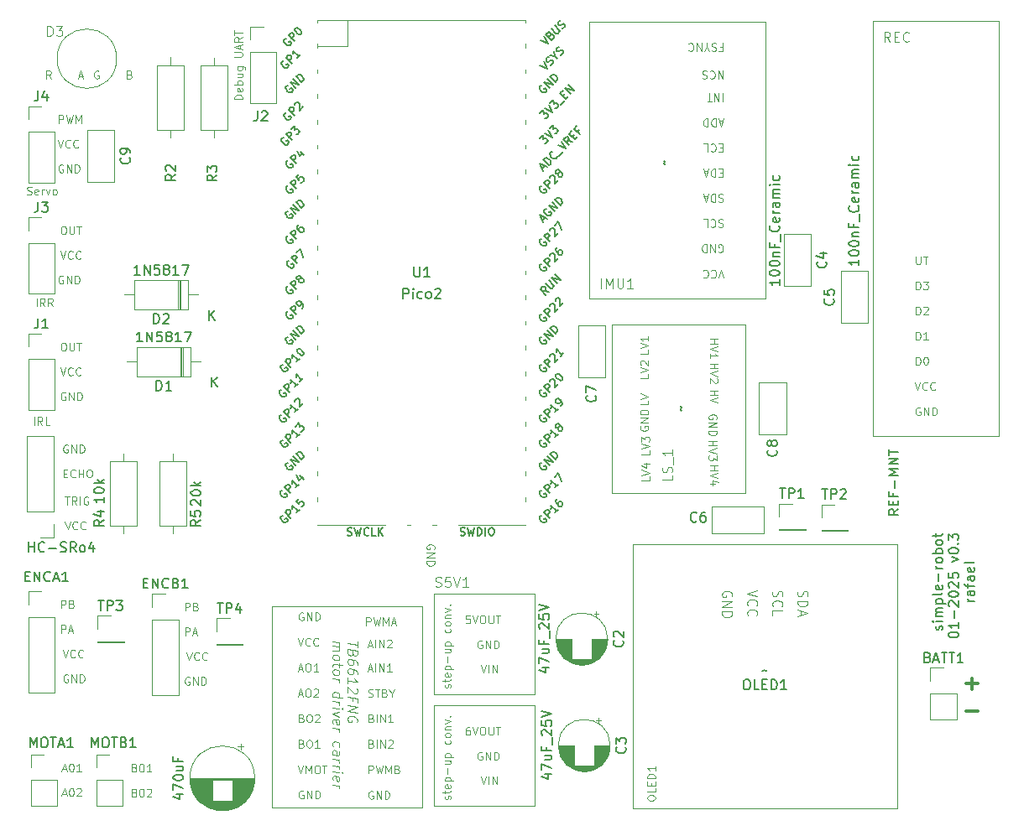
<source format=gbr>
%TF.GenerationSoftware,KiCad,Pcbnew,8.0.7*%
%TF.CreationDate,2025-01-07T22:46:36+01:00*%
%TF.ProjectId,simple-robot,73696d70-6c65-42d7-926f-626f742e6b69,rev?*%
%TF.SameCoordinates,Original*%
%TF.FileFunction,Legend,Top*%
%TF.FilePolarity,Positive*%
%FSLAX46Y46*%
G04 Gerber Fmt 4.6, Leading zero omitted, Abs format (unit mm)*
G04 Created by KiCad (PCBNEW 8.0.7) date 2025-01-07 22:46:36*
%MOMM*%
%LPD*%
G01*
G04 APERTURE LIST*
%ADD10C,0.100000*%
%ADD11C,0.300000*%
%ADD12C,0.187500*%
%ADD13C,0.150000*%
%ADD14C,0.120000*%
G04 APERTURE END LIST*
D10*
X56068169Y-76108800D02*
X56182455Y-76146895D01*
X56182455Y-76146895D02*
X56372931Y-76146895D01*
X56372931Y-76146895D02*
X56449122Y-76108800D01*
X56449122Y-76108800D02*
X56487217Y-76070704D01*
X56487217Y-76070704D02*
X56525312Y-75994514D01*
X56525312Y-75994514D02*
X56525312Y-75918323D01*
X56525312Y-75918323D02*
X56487217Y-75842133D01*
X56487217Y-75842133D02*
X56449122Y-75804038D01*
X56449122Y-75804038D02*
X56372931Y-75765942D01*
X56372931Y-75765942D02*
X56220550Y-75727847D01*
X56220550Y-75727847D02*
X56144360Y-75689752D01*
X56144360Y-75689752D02*
X56106265Y-75651657D01*
X56106265Y-75651657D02*
X56068169Y-75575466D01*
X56068169Y-75575466D02*
X56068169Y-75499276D01*
X56068169Y-75499276D02*
X56106265Y-75423085D01*
X56106265Y-75423085D02*
X56144360Y-75384990D01*
X56144360Y-75384990D02*
X56220550Y-75346895D01*
X56220550Y-75346895D02*
X56411027Y-75346895D01*
X56411027Y-75346895D02*
X56525312Y-75384990D01*
X57172932Y-76108800D02*
X57096741Y-76146895D01*
X57096741Y-76146895D02*
X56944360Y-76146895D01*
X56944360Y-76146895D02*
X56868170Y-76108800D01*
X56868170Y-76108800D02*
X56830074Y-76032609D01*
X56830074Y-76032609D02*
X56830074Y-75727847D01*
X56830074Y-75727847D02*
X56868170Y-75651657D01*
X56868170Y-75651657D02*
X56944360Y-75613561D01*
X56944360Y-75613561D02*
X57096741Y-75613561D01*
X57096741Y-75613561D02*
X57172932Y-75651657D01*
X57172932Y-75651657D02*
X57211027Y-75727847D01*
X57211027Y-75727847D02*
X57211027Y-75804038D01*
X57211027Y-75804038D02*
X56830074Y-75880228D01*
X57553884Y-76146895D02*
X57553884Y-75613561D01*
X57553884Y-75765942D02*
X57591979Y-75689752D01*
X57591979Y-75689752D02*
X57630074Y-75651657D01*
X57630074Y-75651657D02*
X57706265Y-75613561D01*
X57706265Y-75613561D02*
X57782455Y-75613561D01*
X57972931Y-75613561D02*
X58163407Y-76146895D01*
X58163407Y-76146895D02*
X58353884Y-75613561D01*
X58772931Y-76146895D02*
X58696741Y-76108800D01*
X58696741Y-76108800D02*
X58658646Y-76070704D01*
X58658646Y-76070704D02*
X58620550Y-75994514D01*
X58620550Y-75994514D02*
X58620550Y-75765942D01*
X58620550Y-75765942D02*
X58658646Y-75689752D01*
X58658646Y-75689752D02*
X58696741Y-75651657D01*
X58696741Y-75651657D02*
X58772931Y-75613561D01*
X58772931Y-75613561D02*
X58887217Y-75613561D01*
X58887217Y-75613561D02*
X58963408Y-75651657D01*
X58963408Y-75651657D02*
X59001503Y-75689752D01*
X59001503Y-75689752D02*
X59039598Y-75765942D01*
X59039598Y-75765942D02*
X59039598Y-75994514D01*
X59039598Y-75994514D02*
X59001503Y-76070704D01*
X59001503Y-76070704D02*
X58963408Y-76108800D01*
X58963408Y-76108800D02*
X58887217Y-76146895D01*
X58887217Y-76146895D02*
X58772931Y-76146895D01*
X59256265Y-68896895D02*
X59256265Y-68096895D01*
X59256265Y-68096895D02*
X59561027Y-68096895D01*
X59561027Y-68096895D02*
X59637217Y-68134990D01*
X59637217Y-68134990D02*
X59675312Y-68173085D01*
X59675312Y-68173085D02*
X59713408Y-68249276D01*
X59713408Y-68249276D02*
X59713408Y-68363561D01*
X59713408Y-68363561D02*
X59675312Y-68439752D01*
X59675312Y-68439752D02*
X59637217Y-68477847D01*
X59637217Y-68477847D02*
X59561027Y-68515942D01*
X59561027Y-68515942D02*
X59256265Y-68515942D01*
X59980074Y-68096895D02*
X60170550Y-68896895D01*
X60170550Y-68896895D02*
X60322931Y-68325466D01*
X60322931Y-68325466D02*
X60475312Y-68896895D01*
X60475312Y-68896895D02*
X60665789Y-68096895D01*
X60970551Y-68896895D02*
X60970551Y-68096895D01*
X60970551Y-68096895D02*
X61237217Y-68668323D01*
X61237217Y-68668323D02*
X61503884Y-68096895D01*
X61503884Y-68096895D02*
X61503884Y-68896895D01*
X59658646Y-79346895D02*
X59811027Y-79346895D01*
X59811027Y-79346895D02*
X59887217Y-79384990D01*
X59887217Y-79384990D02*
X59963408Y-79461180D01*
X59963408Y-79461180D02*
X60001503Y-79613561D01*
X60001503Y-79613561D02*
X60001503Y-79880228D01*
X60001503Y-79880228D02*
X59963408Y-80032609D01*
X59963408Y-80032609D02*
X59887217Y-80108800D01*
X59887217Y-80108800D02*
X59811027Y-80146895D01*
X59811027Y-80146895D02*
X59658646Y-80146895D01*
X59658646Y-80146895D02*
X59582455Y-80108800D01*
X59582455Y-80108800D02*
X59506265Y-80032609D01*
X59506265Y-80032609D02*
X59468169Y-79880228D01*
X59468169Y-79880228D02*
X59468169Y-79613561D01*
X59468169Y-79613561D02*
X59506265Y-79461180D01*
X59506265Y-79461180D02*
X59582455Y-79384990D01*
X59582455Y-79384990D02*
X59658646Y-79346895D01*
X60344360Y-79346895D02*
X60344360Y-79994514D01*
X60344360Y-79994514D02*
X60382455Y-80070704D01*
X60382455Y-80070704D02*
X60420550Y-80108800D01*
X60420550Y-80108800D02*
X60496741Y-80146895D01*
X60496741Y-80146895D02*
X60649122Y-80146895D01*
X60649122Y-80146895D02*
X60725312Y-80108800D01*
X60725312Y-80108800D02*
X60763407Y-80070704D01*
X60763407Y-80070704D02*
X60801503Y-79994514D01*
X60801503Y-79994514D02*
X60801503Y-79346895D01*
X61068169Y-79346895D02*
X61525312Y-79346895D01*
X61296740Y-80146895D02*
X61296740Y-79346895D01*
X72141979Y-122346895D02*
X72408646Y-123146895D01*
X72408646Y-123146895D02*
X72675312Y-122346895D01*
X73399122Y-123070704D02*
X73361026Y-123108800D01*
X73361026Y-123108800D02*
X73246741Y-123146895D01*
X73246741Y-123146895D02*
X73170550Y-123146895D01*
X73170550Y-123146895D02*
X73056264Y-123108800D01*
X73056264Y-123108800D02*
X72980074Y-123032609D01*
X72980074Y-123032609D02*
X72941979Y-122956419D01*
X72941979Y-122956419D02*
X72903883Y-122804038D01*
X72903883Y-122804038D02*
X72903883Y-122689752D01*
X72903883Y-122689752D02*
X72941979Y-122537371D01*
X72941979Y-122537371D02*
X72980074Y-122461180D01*
X72980074Y-122461180D02*
X73056264Y-122384990D01*
X73056264Y-122384990D02*
X73170550Y-122346895D01*
X73170550Y-122346895D02*
X73246741Y-122346895D01*
X73246741Y-122346895D02*
X73361026Y-122384990D01*
X73361026Y-122384990D02*
X73399122Y-122423085D01*
X74199122Y-123070704D02*
X74161026Y-123108800D01*
X74161026Y-123108800D02*
X74046741Y-123146895D01*
X74046741Y-123146895D02*
X73970550Y-123146895D01*
X73970550Y-123146895D02*
X73856264Y-123108800D01*
X73856264Y-123108800D02*
X73780074Y-123032609D01*
X73780074Y-123032609D02*
X73741979Y-122956419D01*
X73741979Y-122956419D02*
X73703883Y-122804038D01*
X73703883Y-122804038D02*
X73703883Y-122689752D01*
X73703883Y-122689752D02*
X73741979Y-122537371D01*
X73741979Y-122537371D02*
X73780074Y-122461180D01*
X73780074Y-122461180D02*
X73856264Y-122384990D01*
X73856264Y-122384990D02*
X73970550Y-122346895D01*
X73970550Y-122346895D02*
X74046741Y-122346895D01*
X74046741Y-122346895D02*
X74161026Y-122384990D01*
X74161026Y-122384990D02*
X74199122Y-122423085D01*
X66885431Y-134002847D02*
X66999717Y-134040942D01*
X66999717Y-134040942D02*
X67037812Y-134079038D01*
X67037812Y-134079038D02*
X67075908Y-134155228D01*
X67075908Y-134155228D02*
X67075908Y-134269514D01*
X67075908Y-134269514D02*
X67037812Y-134345704D01*
X67037812Y-134345704D02*
X66999717Y-134383800D01*
X66999717Y-134383800D02*
X66923527Y-134421895D01*
X66923527Y-134421895D02*
X66618765Y-134421895D01*
X66618765Y-134421895D02*
X66618765Y-133621895D01*
X66618765Y-133621895D02*
X66885431Y-133621895D01*
X66885431Y-133621895D02*
X66961622Y-133659990D01*
X66961622Y-133659990D02*
X66999717Y-133698085D01*
X66999717Y-133698085D02*
X67037812Y-133774276D01*
X67037812Y-133774276D02*
X67037812Y-133850466D01*
X67037812Y-133850466D02*
X66999717Y-133926657D01*
X66999717Y-133926657D02*
X66961622Y-133964752D01*
X66961622Y-133964752D02*
X66885431Y-134002847D01*
X66885431Y-134002847D02*
X66618765Y-134002847D01*
X67571146Y-133621895D02*
X67647336Y-133621895D01*
X67647336Y-133621895D02*
X67723527Y-133659990D01*
X67723527Y-133659990D02*
X67761622Y-133698085D01*
X67761622Y-133698085D02*
X67799717Y-133774276D01*
X67799717Y-133774276D02*
X67837812Y-133926657D01*
X67837812Y-133926657D02*
X67837812Y-134117133D01*
X67837812Y-134117133D02*
X67799717Y-134269514D01*
X67799717Y-134269514D02*
X67761622Y-134345704D01*
X67761622Y-134345704D02*
X67723527Y-134383800D01*
X67723527Y-134383800D02*
X67647336Y-134421895D01*
X67647336Y-134421895D02*
X67571146Y-134421895D01*
X67571146Y-134421895D02*
X67494955Y-134383800D01*
X67494955Y-134383800D02*
X67456860Y-134345704D01*
X67456860Y-134345704D02*
X67418765Y-134269514D01*
X67418765Y-134269514D02*
X67380669Y-134117133D01*
X67380669Y-134117133D02*
X67380669Y-133926657D01*
X67380669Y-133926657D02*
X67418765Y-133774276D01*
X67418765Y-133774276D02*
X67456860Y-133698085D01*
X67456860Y-133698085D02*
X67494955Y-133659990D01*
X67494955Y-133659990D02*
X67571146Y-133621895D01*
X68599717Y-134421895D02*
X68142574Y-134421895D01*
X68371146Y-134421895D02*
X68371146Y-133621895D01*
X68371146Y-133621895D02*
X68294955Y-133736180D01*
X68294955Y-133736180D02*
X68218765Y-133812371D01*
X68218765Y-133812371D02*
X68142574Y-133850466D01*
X59620669Y-134153323D02*
X60001622Y-134153323D01*
X59544479Y-134381895D02*
X59811146Y-133581895D01*
X59811146Y-133581895D02*
X60077812Y-134381895D01*
X60496860Y-133581895D02*
X60573050Y-133581895D01*
X60573050Y-133581895D02*
X60649241Y-133619990D01*
X60649241Y-133619990D02*
X60687336Y-133658085D01*
X60687336Y-133658085D02*
X60725431Y-133734276D01*
X60725431Y-133734276D02*
X60763526Y-133886657D01*
X60763526Y-133886657D02*
X60763526Y-134077133D01*
X60763526Y-134077133D02*
X60725431Y-134229514D01*
X60725431Y-134229514D02*
X60687336Y-134305704D01*
X60687336Y-134305704D02*
X60649241Y-134343800D01*
X60649241Y-134343800D02*
X60573050Y-134381895D01*
X60573050Y-134381895D02*
X60496860Y-134381895D01*
X60496860Y-134381895D02*
X60420669Y-134343800D01*
X60420669Y-134343800D02*
X60382574Y-134305704D01*
X60382574Y-134305704D02*
X60344479Y-134229514D01*
X60344479Y-134229514D02*
X60306383Y-134077133D01*
X60306383Y-134077133D02*
X60306383Y-133886657D01*
X60306383Y-133886657D02*
X60344479Y-133734276D01*
X60344479Y-133734276D02*
X60382574Y-133658085D01*
X60382574Y-133658085D02*
X60420669Y-133619990D01*
X60420669Y-133619990D02*
X60496860Y-133581895D01*
X61525431Y-134381895D02*
X61068288Y-134381895D01*
X61296860Y-134381895D02*
X61296860Y-133581895D01*
X61296860Y-133581895D02*
X61220669Y-133696180D01*
X61220669Y-133696180D02*
X61144479Y-133772371D01*
X61144479Y-133772371D02*
X61068288Y-133810466D01*
X59675312Y-84384990D02*
X59599122Y-84346895D01*
X59599122Y-84346895D02*
X59484836Y-84346895D01*
X59484836Y-84346895D02*
X59370550Y-84384990D01*
X59370550Y-84384990D02*
X59294360Y-84461180D01*
X59294360Y-84461180D02*
X59256265Y-84537371D01*
X59256265Y-84537371D02*
X59218169Y-84689752D01*
X59218169Y-84689752D02*
X59218169Y-84804038D01*
X59218169Y-84804038D02*
X59256265Y-84956419D01*
X59256265Y-84956419D02*
X59294360Y-85032609D01*
X59294360Y-85032609D02*
X59370550Y-85108800D01*
X59370550Y-85108800D02*
X59484836Y-85146895D01*
X59484836Y-85146895D02*
X59561027Y-85146895D01*
X59561027Y-85146895D02*
X59675312Y-85108800D01*
X59675312Y-85108800D02*
X59713408Y-85070704D01*
X59713408Y-85070704D02*
X59713408Y-84804038D01*
X59713408Y-84804038D02*
X59561027Y-84804038D01*
X60056265Y-85146895D02*
X60056265Y-84346895D01*
X60056265Y-84346895D02*
X60513408Y-85146895D01*
X60513408Y-85146895D02*
X60513408Y-84346895D01*
X60894360Y-85146895D02*
X60894360Y-84346895D01*
X60894360Y-84346895D02*
X61084836Y-84346895D01*
X61084836Y-84346895D02*
X61199122Y-84384990D01*
X61199122Y-84384990D02*
X61275312Y-84461180D01*
X61275312Y-84461180D02*
X61313407Y-84537371D01*
X61313407Y-84537371D02*
X61351503Y-84689752D01*
X61351503Y-84689752D02*
X61351503Y-84804038D01*
X61351503Y-84804038D02*
X61313407Y-84956419D01*
X61313407Y-84956419D02*
X61275312Y-85032609D01*
X61275312Y-85032609D02*
X61199122Y-85108800D01*
X61199122Y-85108800D02*
X61084836Y-85146895D01*
X61084836Y-85146895D02*
X60894360Y-85146895D01*
D11*
X151945489Y-128269400D02*
X150802632Y-128269400D01*
X151945489Y-125519400D02*
X150802632Y-125519400D01*
X151374060Y-126090828D02*
X151374060Y-124947971D01*
D10*
X60175312Y-124634990D02*
X60099122Y-124596895D01*
X60099122Y-124596895D02*
X59984836Y-124596895D01*
X59984836Y-124596895D02*
X59870550Y-124634990D01*
X59870550Y-124634990D02*
X59794360Y-124711180D01*
X59794360Y-124711180D02*
X59756265Y-124787371D01*
X59756265Y-124787371D02*
X59718169Y-124939752D01*
X59718169Y-124939752D02*
X59718169Y-125054038D01*
X59718169Y-125054038D02*
X59756265Y-125206419D01*
X59756265Y-125206419D02*
X59794360Y-125282609D01*
X59794360Y-125282609D02*
X59870550Y-125358800D01*
X59870550Y-125358800D02*
X59984836Y-125396895D01*
X59984836Y-125396895D02*
X60061027Y-125396895D01*
X60061027Y-125396895D02*
X60175312Y-125358800D01*
X60175312Y-125358800D02*
X60213408Y-125320704D01*
X60213408Y-125320704D02*
X60213408Y-125054038D01*
X60213408Y-125054038D02*
X60061027Y-125054038D01*
X60556265Y-125396895D02*
X60556265Y-124596895D01*
X60556265Y-124596895D02*
X61013408Y-125396895D01*
X61013408Y-125396895D02*
X61013408Y-124596895D01*
X61394360Y-125396895D02*
X61394360Y-124596895D01*
X61394360Y-124596895D02*
X61584836Y-124596895D01*
X61584836Y-124596895D02*
X61699122Y-124634990D01*
X61699122Y-124634990D02*
X61775312Y-124711180D01*
X61775312Y-124711180D02*
X61813407Y-124787371D01*
X61813407Y-124787371D02*
X61851503Y-124939752D01*
X61851503Y-124939752D02*
X61851503Y-125054038D01*
X61851503Y-125054038D02*
X61813407Y-125206419D01*
X61813407Y-125206419D02*
X61775312Y-125282609D01*
X61775312Y-125282609D02*
X61699122Y-125358800D01*
X61699122Y-125358800D02*
X61584836Y-125396895D01*
X61584836Y-125396895D02*
X61394360Y-125396895D01*
X59882979Y-109156895D02*
X60149646Y-109956895D01*
X60149646Y-109956895D02*
X60416312Y-109156895D01*
X61140122Y-109880704D02*
X61102026Y-109918800D01*
X61102026Y-109918800D02*
X60987741Y-109956895D01*
X60987741Y-109956895D02*
X60911550Y-109956895D01*
X60911550Y-109956895D02*
X60797264Y-109918800D01*
X60797264Y-109918800D02*
X60721074Y-109842609D01*
X60721074Y-109842609D02*
X60682979Y-109766419D01*
X60682979Y-109766419D02*
X60644883Y-109614038D01*
X60644883Y-109614038D02*
X60644883Y-109499752D01*
X60644883Y-109499752D02*
X60682979Y-109347371D01*
X60682979Y-109347371D02*
X60721074Y-109271180D01*
X60721074Y-109271180D02*
X60797264Y-109194990D01*
X60797264Y-109194990D02*
X60911550Y-109156895D01*
X60911550Y-109156895D02*
X60987741Y-109156895D01*
X60987741Y-109156895D02*
X61102026Y-109194990D01*
X61102026Y-109194990D02*
X61140122Y-109233085D01*
X61940122Y-109880704D02*
X61902026Y-109918800D01*
X61902026Y-109918800D02*
X61787741Y-109956895D01*
X61787741Y-109956895D02*
X61711550Y-109956895D01*
X61711550Y-109956895D02*
X61597264Y-109918800D01*
X61597264Y-109918800D02*
X61521074Y-109842609D01*
X61521074Y-109842609D02*
X61482979Y-109766419D01*
X61482979Y-109766419D02*
X61444883Y-109614038D01*
X61444883Y-109614038D02*
X61444883Y-109499752D01*
X61444883Y-109499752D02*
X61482979Y-109347371D01*
X61482979Y-109347371D02*
X61521074Y-109271180D01*
X61521074Y-109271180D02*
X61597264Y-109194990D01*
X61597264Y-109194990D02*
X61711550Y-109156895D01*
X61711550Y-109156895D02*
X61787741Y-109156895D01*
X61787741Y-109156895D02*
X61902026Y-109194990D01*
X61902026Y-109194990D02*
X61940122Y-109233085D01*
X59391979Y-81846895D02*
X59658646Y-82646895D01*
X59658646Y-82646895D02*
X59925312Y-81846895D01*
X60649122Y-82570704D02*
X60611026Y-82608800D01*
X60611026Y-82608800D02*
X60496741Y-82646895D01*
X60496741Y-82646895D02*
X60420550Y-82646895D01*
X60420550Y-82646895D02*
X60306264Y-82608800D01*
X60306264Y-82608800D02*
X60230074Y-82532609D01*
X60230074Y-82532609D02*
X60191979Y-82456419D01*
X60191979Y-82456419D02*
X60153883Y-82304038D01*
X60153883Y-82304038D02*
X60153883Y-82189752D01*
X60153883Y-82189752D02*
X60191979Y-82037371D01*
X60191979Y-82037371D02*
X60230074Y-81961180D01*
X60230074Y-81961180D02*
X60306264Y-81884990D01*
X60306264Y-81884990D02*
X60420550Y-81846895D01*
X60420550Y-81846895D02*
X60496741Y-81846895D01*
X60496741Y-81846895D02*
X60611026Y-81884990D01*
X60611026Y-81884990D02*
X60649122Y-81923085D01*
X61449122Y-82570704D02*
X61411026Y-82608800D01*
X61411026Y-82608800D02*
X61296741Y-82646895D01*
X61296741Y-82646895D02*
X61220550Y-82646895D01*
X61220550Y-82646895D02*
X61106264Y-82608800D01*
X61106264Y-82608800D02*
X61030074Y-82532609D01*
X61030074Y-82532609D02*
X60991979Y-82456419D01*
X60991979Y-82456419D02*
X60953883Y-82304038D01*
X60953883Y-82304038D02*
X60953883Y-82189752D01*
X60953883Y-82189752D02*
X60991979Y-82037371D01*
X60991979Y-82037371D02*
X61030074Y-81961180D01*
X61030074Y-81961180D02*
X61106264Y-81884990D01*
X61106264Y-81884990D02*
X61220550Y-81846895D01*
X61220550Y-81846895D02*
X61296741Y-81846895D01*
X61296741Y-81846895D02*
X61411026Y-81884990D01*
X61411026Y-81884990D02*
X61449122Y-81923085D01*
X59925312Y-96134990D02*
X59849122Y-96096895D01*
X59849122Y-96096895D02*
X59734836Y-96096895D01*
X59734836Y-96096895D02*
X59620550Y-96134990D01*
X59620550Y-96134990D02*
X59544360Y-96211180D01*
X59544360Y-96211180D02*
X59506265Y-96287371D01*
X59506265Y-96287371D02*
X59468169Y-96439752D01*
X59468169Y-96439752D02*
X59468169Y-96554038D01*
X59468169Y-96554038D02*
X59506265Y-96706419D01*
X59506265Y-96706419D02*
X59544360Y-96782609D01*
X59544360Y-96782609D02*
X59620550Y-96858800D01*
X59620550Y-96858800D02*
X59734836Y-96896895D01*
X59734836Y-96896895D02*
X59811027Y-96896895D01*
X59811027Y-96896895D02*
X59925312Y-96858800D01*
X59925312Y-96858800D02*
X59963408Y-96820704D01*
X59963408Y-96820704D02*
X59963408Y-96554038D01*
X59963408Y-96554038D02*
X59811027Y-96554038D01*
X60306265Y-96896895D02*
X60306265Y-96096895D01*
X60306265Y-96096895D02*
X60763408Y-96896895D01*
X60763408Y-96896895D02*
X60763408Y-96096895D01*
X61144360Y-96896895D02*
X61144360Y-96096895D01*
X61144360Y-96096895D02*
X61334836Y-96096895D01*
X61334836Y-96096895D02*
X61449122Y-96134990D01*
X61449122Y-96134990D02*
X61525312Y-96211180D01*
X61525312Y-96211180D02*
X61563407Y-96287371D01*
X61563407Y-96287371D02*
X61601503Y-96439752D01*
X61601503Y-96439752D02*
X61601503Y-96554038D01*
X61601503Y-96554038D02*
X61563407Y-96706419D01*
X61563407Y-96706419D02*
X61525312Y-96782609D01*
X61525312Y-96782609D02*
X61449122Y-96858800D01*
X61449122Y-96858800D02*
X61334836Y-96896895D01*
X61334836Y-96896895D02*
X61144360Y-96896895D01*
X72006265Y-118146895D02*
X72006265Y-117346895D01*
X72006265Y-117346895D02*
X72311027Y-117346895D01*
X72311027Y-117346895D02*
X72387217Y-117384990D01*
X72387217Y-117384990D02*
X72425312Y-117423085D01*
X72425312Y-117423085D02*
X72463408Y-117499276D01*
X72463408Y-117499276D02*
X72463408Y-117613561D01*
X72463408Y-117613561D02*
X72425312Y-117689752D01*
X72425312Y-117689752D02*
X72387217Y-117727847D01*
X72387217Y-117727847D02*
X72311027Y-117765942D01*
X72311027Y-117765942D02*
X72006265Y-117765942D01*
X73072931Y-117727847D02*
X73187217Y-117765942D01*
X73187217Y-117765942D02*
X73225312Y-117804038D01*
X73225312Y-117804038D02*
X73263408Y-117880228D01*
X73263408Y-117880228D02*
X73263408Y-117994514D01*
X73263408Y-117994514D02*
X73225312Y-118070704D01*
X73225312Y-118070704D02*
X73187217Y-118108800D01*
X73187217Y-118108800D02*
X73111027Y-118146895D01*
X73111027Y-118146895D02*
X72806265Y-118146895D01*
X72806265Y-118146895D02*
X72806265Y-117346895D01*
X72806265Y-117346895D02*
X73072931Y-117346895D01*
X73072931Y-117346895D02*
X73149122Y-117384990D01*
X73149122Y-117384990D02*
X73187217Y-117423085D01*
X73187217Y-117423085D02*
X73225312Y-117499276D01*
X73225312Y-117499276D02*
X73225312Y-117575466D01*
X73225312Y-117575466D02*
X73187217Y-117651657D01*
X73187217Y-117651657D02*
X73149122Y-117689752D01*
X73149122Y-117689752D02*
X73072931Y-117727847D01*
X73072931Y-117727847D02*
X72806265Y-117727847D01*
X66885431Y-136502847D02*
X66999717Y-136540942D01*
X66999717Y-136540942D02*
X67037812Y-136579038D01*
X67037812Y-136579038D02*
X67075908Y-136655228D01*
X67075908Y-136655228D02*
X67075908Y-136769514D01*
X67075908Y-136769514D02*
X67037812Y-136845704D01*
X67037812Y-136845704D02*
X66999717Y-136883800D01*
X66999717Y-136883800D02*
X66923527Y-136921895D01*
X66923527Y-136921895D02*
X66618765Y-136921895D01*
X66618765Y-136921895D02*
X66618765Y-136121895D01*
X66618765Y-136121895D02*
X66885431Y-136121895D01*
X66885431Y-136121895D02*
X66961622Y-136159990D01*
X66961622Y-136159990D02*
X66999717Y-136198085D01*
X66999717Y-136198085D02*
X67037812Y-136274276D01*
X67037812Y-136274276D02*
X67037812Y-136350466D01*
X67037812Y-136350466D02*
X66999717Y-136426657D01*
X66999717Y-136426657D02*
X66961622Y-136464752D01*
X66961622Y-136464752D02*
X66885431Y-136502847D01*
X66885431Y-136502847D02*
X66618765Y-136502847D01*
X67571146Y-136121895D02*
X67647336Y-136121895D01*
X67647336Y-136121895D02*
X67723527Y-136159990D01*
X67723527Y-136159990D02*
X67761622Y-136198085D01*
X67761622Y-136198085D02*
X67799717Y-136274276D01*
X67799717Y-136274276D02*
X67837812Y-136426657D01*
X67837812Y-136426657D02*
X67837812Y-136617133D01*
X67837812Y-136617133D02*
X67799717Y-136769514D01*
X67799717Y-136769514D02*
X67761622Y-136845704D01*
X67761622Y-136845704D02*
X67723527Y-136883800D01*
X67723527Y-136883800D02*
X67647336Y-136921895D01*
X67647336Y-136921895D02*
X67571146Y-136921895D01*
X67571146Y-136921895D02*
X67494955Y-136883800D01*
X67494955Y-136883800D02*
X67456860Y-136845704D01*
X67456860Y-136845704D02*
X67418765Y-136769514D01*
X67418765Y-136769514D02*
X67380669Y-136617133D01*
X67380669Y-136617133D02*
X67380669Y-136426657D01*
X67380669Y-136426657D02*
X67418765Y-136274276D01*
X67418765Y-136274276D02*
X67456860Y-136198085D01*
X67456860Y-136198085D02*
X67494955Y-136159990D01*
X67494955Y-136159990D02*
X67571146Y-136121895D01*
X68142574Y-136198085D02*
X68180670Y-136159990D01*
X68180670Y-136159990D02*
X68256860Y-136121895D01*
X68256860Y-136121895D02*
X68447336Y-136121895D01*
X68447336Y-136121895D02*
X68523527Y-136159990D01*
X68523527Y-136159990D02*
X68561622Y-136198085D01*
X68561622Y-136198085D02*
X68599717Y-136274276D01*
X68599717Y-136274276D02*
X68599717Y-136350466D01*
X68599717Y-136350466D02*
X68561622Y-136464752D01*
X68561622Y-136464752D02*
X68104479Y-136921895D01*
X68104479Y-136921895D02*
X68599717Y-136921895D01*
X59506265Y-120396895D02*
X59506265Y-119596895D01*
X59506265Y-119596895D02*
X59811027Y-119596895D01*
X59811027Y-119596895D02*
X59887217Y-119634990D01*
X59887217Y-119634990D02*
X59925312Y-119673085D01*
X59925312Y-119673085D02*
X59963408Y-119749276D01*
X59963408Y-119749276D02*
X59963408Y-119863561D01*
X59963408Y-119863561D02*
X59925312Y-119939752D01*
X59925312Y-119939752D02*
X59887217Y-119977847D01*
X59887217Y-119977847D02*
X59811027Y-120015942D01*
X59811027Y-120015942D02*
X59506265Y-120015942D01*
X60268169Y-120168323D02*
X60649122Y-120168323D01*
X60191979Y-120396895D02*
X60458646Y-119596895D01*
X60458646Y-119596895D02*
X60725312Y-120396895D01*
X59620669Y-136653323D02*
X60001622Y-136653323D01*
X59544479Y-136881895D02*
X59811146Y-136081895D01*
X59811146Y-136081895D02*
X60077812Y-136881895D01*
X60496860Y-136081895D02*
X60573050Y-136081895D01*
X60573050Y-136081895D02*
X60649241Y-136119990D01*
X60649241Y-136119990D02*
X60687336Y-136158085D01*
X60687336Y-136158085D02*
X60725431Y-136234276D01*
X60725431Y-136234276D02*
X60763526Y-136386657D01*
X60763526Y-136386657D02*
X60763526Y-136577133D01*
X60763526Y-136577133D02*
X60725431Y-136729514D01*
X60725431Y-136729514D02*
X60687336Y-136805704D01*
X60687336Y-136805704D02*
X60649241Y-136843800D01*
X60649241Y-136843800D02*
X60573050Y-136881895D01*
X60573050Y-136881895D02*
X60496860Y-136881895D01*
X60496860Y-136881895D02*
X60420669Y-136843800D01*
X60420669Y-136843800D02*
X60382574Y-136805704D01*
X60382574Y-136805704D02*
X60344479Y-136729514D01*
X60344479Y-136729514D02*
X60306383Y-136577133D01*
X60306383Y-136577133D02*
X60306383Y-136386657D01*
X60306383Y-136386657D02*
X60344479Y-136234276D01*
X60344479Y-136234276D02*
X60382574Y-136158085D01*
X60382574Y-136158085D02*
X60420669Y-136119990D01*
X60420669Y-136119990D02*
X60496860Y-136081895D01*
X61068288Y-136158085D02*
X61106384Y-136119990D01*
X61106384Y-136119990D02*
X61182574Y-136081895D01*
X61182574Y-136081895D02*
X61373050Y-136081895D01*
X61373050Y-136081895D02*
X61449241Y-136119990D01*
X61449241Y-136119990D02*
X61487336Y-136158085D01*
X61487336Y-136158085D02*
X61525431Y-136234276D01*
X61525431Y-136234276D02*
X61525431Y-136310466D01*
X61525431Y-136310466D02*
X61487336Y-136424752D01*
X61487336Y-136424752D02*
X61030193Y-136881895D01*
X61030193Y-136881895D02*
X61525431Y-136881895D01*
X143107142Y-60707419D02*
X142773809Y-60231228D01*
X142535714Y-60707419D02*
X142535714Y-59707419D01*
X142535714Y-59707419D02*
X142916666Y-59707419D01*
X142916666Y-59707419D02*
X143011904Y-59755038D01*
X143011904Y-59755038D02*
X143059523Y-59802657D01*
X143059523Y-59802657D02*
X143107142Y-59897895D01*
X143107142Y-59897895D02*
X143107142Y-60040752D01*
X143107142Y-60040752D02*
X143059523Y-60135990D01*
X143059523Y-60135990D02*
X143011904Y-60183609D01*
X143011904Y-60183609D02*
X142916666Y-60231228D01*
X142916666Y-60231228D02*
X142535714Y-60231228D01*
X143535714Y-60183609D02*
X143869047Y-60183609D01*
X144011904Y-60707419D02*
X143535714Y-60707419D01*
X143535714Y-60707419D02*
X143535714Y-59707419D01*
X143535714Y-59707419D02*
X144011904Y-59707419D01*
X145011904Y-60612180D02*
X144964285Y-60659800D01*
X144964285Y-60659800D02*
X144821428Y-60707419D01*
X144821428Y-60707419D02*
X144726190Y-60707419D01*
X144726190Y-60707419D02*
X144583333Y-60659800D01*
X144583333Y-60659800D02*
X144488095Y-60564561D01*
X144488095Y-60564561D02*
X144440476Y-60469323D01*
X144440476Y-60469323D02*
X144392857Y-60278847D01*
X144392857Y-60278847D02*
X144392857Y-60135990D01*
X144392857Y-60135990D02*
X144440476Y-59945514D01*
X144440476Y-59945514D02*
X144488095Y-59850276D01*
X144488095Y-59850276D02*
X144583333Y-59755038D01*
X144583333Y-59755038D02*
X144726190Y-59707419D01*
X144726190Y-59707419D02*
X144821428Y-59707419D01*
X144821428Y-59707419D02*
X144964285Y-59755038D01*
X144964285Y-59755038D02*
X145011904Y-59802657D01*
X59675312Y-73134990D02*
X59599122Y-73096895D01*
X59599122Y-73096895D02*
X59484836Y-73096895D01*
X59484836Y-73096895D02*
X59370550Y-73134990D01*
X59370550Y-73134990D02*
X59294360Y-73211180D01*
X59294360Y-73211180D02*
X59256265Y-73287371D01*
X59256265Y-73287371D02*
X59218169Y-73439752D01*
X59218169Y-73439752D02*
X59218169Y-73554038D01*
X59218169Y-73554038D02*
X59256265Y-73706419D01*
X59256265Y-73706419D02*
X59294360Y-73782609D01*
X59294360Y-73782609D02*
X59370550Y-73858800D01*
X59370550Y-73858800D02*
X59484836Y-73896895D01*
X59484836Y-73896895D02*
X59561027Y-73896895D01*
X59561027Y-73896895D02*
X59675312Y-73858800D01*
X59675312Y-73858800D02*
X59713408Y-73820704D01*
X59713408Y-73820704D02*
X59713408Y-73554038D01*
X59713408Y-73554038D02*
X59561027Y-73554038D01*
X60056265Y-73896895D02*
X60056265Y-73096895D01*
X60056265Y-73096895D02*
X60513408Y-73896895D01*
X60513408Y-73896895D02*
X60513408Y-73096895D01*
X60894360Y-73896895D02*
X60894360Y-73096895D01*
X60894360Y-73096895D02*
X61084836Y-73096895D01*
X61084836Y-73096895D02*
X61199122Y-73134990D01*
X61199122Y-73134990D02*
X61275312Y-73211180D01*
X61275312Y-73211180D02*
X61313407Y-73287371D01*
X61313407Y-73287371D02*
X61351503Y-73439752D01*
X61351503Y-73439752D02*
X61351503Y-73554038D01*
X61351503Y-73554038D02*
X61313407Y-73706419D01*
X61313407Y-73706419D02*
X61275312Y-73782609D01*
X61275312Y-73782609D02*
X61199122Y-73858800D01*
X61199122Y-73858800D02*
X61084836Y-73896895D01*
X61084836Y-73896895D02*
X60894360Y-73896895D01*
D12*
X148350362Y-120083333D02*
X148397981Y-119988095D01*
X148397981Y-119988095D02*
X148397981Y-119797619D01*
X148397981Y-119797619D02*
X148350362Y-119702381D01*
X148350362Y-119702381D02*
X148255123Y-119654762D01*
X148255123Y-119654762D02*
X148207504Y-119654762D01*
X148207504Y-119654762D02*
X148112266Y-119702381D01*
X148112266Y-119702381D02*
X148064647Y-119797619D01*
X148064647Y-119797619D02*
X148064647Y-119940476D01*
X148064647Y-119940476D02*
X148017028Y-120035714D01*
X148017028Y-120035714D02*
X147921790Y-120083333D01*
X147921790Y-120083333D02*
X147874171Y-120083333D01*
X147874171Y-120083333D02*
X147778933Y-120035714D01*
X147778933Y-120035714D02*
X147731314Y-119940476D01*
X147731314Y-119940476D02*
X147731314Y-119797619D01*
X147731314Y-119797619D02*
X147778933Y-119702381D01*
X148397981Y-119226190D02*
X147731314Y-119226190D01*
X147397981Y-119226190D02*
X147445600Y-119273809D01*
X147445600Y-119273809D02*
X147493219Y-119226190D01*
X147493219Y-119226190D02*
X147445600Y-119178571D01*
X147445600Y-119178571D02*
X147397981Y-119226190D01*
X147397981Y-119226190D02*
X147493219Y-119226190D01*
X148397981Y-118750000D02*
X147731314Y-118750000D01*
X147826552Y-118750000D02*
X147778933Y-118702381D01*
X147778933Y-118702381D02*
X147731314Y-118607143D01*
X147731314Y-118607143D02*
X147731314Y-118464286D01*
X147731314Y-118464286D02*
X147778933Y-118369048D01*
X147778933Y-118369048D02*
X147874171Y-118321429D01*
X147874171Y-118321429D02*
X148397981Y-118321429D01*
X147874171Y-118321429D02*
X147778933Y-118273810D01*
X147778933Y-118273810D02*
X147731314Y-118178572D01*
X147731314Y-118178572D02*
X147731314Y-118035715D01*
X147731314Y-118035715D02*
X147778933Y-117940476D01*
X147778933Y-117940476D02*
X147874171Y-117892857D01*
X147874171Y-117892857D02*
X148397981Y-117892857D01*
X147731314Y-117416667D02*
X148731314Y-117416667D01*
X147778933Y-117416667D02*
X147731314Y-117321429D01*
X147731314Y-117321429D02*
X147731314Y-117130953D01*
X147731314Y-117130953D02*
X147778933Y-117035715D01*
X147778933Y-117035715D02*
X147826552Y-116988096D01*
X147826552Y-116988096D02*
X147921790Y-116940477D01*
X147921790Y-116940477D02*
X148207504Y-116940477D01*
X148207504Y-116940477D02*
X148302742Y-116988096D01*
X148302742Y-116988096D02*
X148350362Y-117035715D01*
X148350362Y-117035715D02*
X148397981Y-117130953D01*
X148397981Y-117130953D02*
X148397981Y-117321429D01*
X148397981Y-117321429D02*
X148350362Y-117416667D01*
X148397981Y-116369048D02*
X148350362Y-116464286D01*
X148350362Y-116464286D02*
X148255123Y-116511905D01*
X148255123Y-116511905D02*
X147397981Y-116511905D01*
X148350362Y-115607143D02*
X148397981Y-115702381D01*
X148397981Y-115702381D02*
X148397981Y-115892857D01*
X148397981Y-115892857D02*
X148350362Y-115988095D01*
X148350362Y-115988095D02*
X148255123Y-116035714D01*
X148255123Y-116035714D02*
X147874171Y-116035714D01*
X147874171Y-116035714D02*
X147778933Y-115988095D01*
X147778933Y-115988095D02*
X147731314Y-115892857D01*
X147731314Y-115892857D02*
X147731314Y-115702381D01*
X147731314Y-115702381D02*
X147778933Y-115607143D01*
X147778933Y-115607143D02*
X147874171Y-115559524D01*
X147874171Y-115559524D02*
X147969409Y-115559524D01*
X147969409Y-115559524D02*
X148064647Y-116035714D01*
X148017028Y-115130952D02*
X148017028Y-114369048D01*
X148397981Y-113892857D02*
X147731314Y-113892857D01*
X147921790Y-113892857D02*
X147826552Y-113845238D01*
X147826552Y-113845238D02*
X147778933Y-113797619D01*
X147778933Y-113797619D02*
X147731314Y-113702381D01*
X147731314Y-113702381D02*
X147731314Y-113607143D01*
X148397981Y-113130952D02*
X148350362Y-113226190D01*
X148350362Y-113226190D02*
X148302742Y-113273809D01*
X148302742Y-113273809D02*
X148207504Y-113321428D01*
X148207504Y-113321428D02*
X147921790Y-113321428D01*
X147921790Y-113321428D02*
X147826552Y-113273809D01*
X147826552Y-113273809D02*
X147778933Y-113226190D01*
X147778933Y-113226190D02*
X147731314Y-113130952D01*
X147731314Y-113130952D02*
X147731314Y-112988095D01*
X147731314Y-112988095D02*
X147778933Y-112892857D01*
X147778933Y-112892857D02*
X147826552Y-112845238D01*
X147826552Y-112845238D02*
X147921790Y-112797619D01*
X147921790Y-112797619D02*
X148207504Y-112797619D01*
X148207504Y-112797619D02*
X148302742Y-112845238D01*
X148302742Y-112845238D02*
X148350362Y-112892857D01*
X148350362Y-112892857D02*
X148397981Y-112988095D01*
X148397981Y-112988095D02*
X148397981Y-113130952D01*
X148397981Y-112369047D02*
X147397981Y-112369047D01*
X147778933Y-112369047D02*
X147731314Y-112273809D01*
X147731314Y-112273809D02*
X147731314Y-112083333D01*
X147731314Y-112083333D02*
X147778933Y-111988095D01*
X147778933Y-111988095D02*
X147826552Y-111940476D01*
X147826552Y-111940476D02*
X147921790Y-111892857D01*
X147921790Y-111892857D02*
X148207504Y-111892857D01*
X148207504Y-111892857D02*
X148302742Y-111940476D01*
X148302742Y-111940476D02*
X148350362Y-111988095D01*
X148350362Y-111988095D02*
X148397981Y-112083333D01*
X148397981Y-112083333D02*
X148397981Y-112273809D01*
X148397981Y-112273809D02*
X148350362Y-112369047D01*
X148397981Y-111321428D02*
X148350362Y-111416666D01*
X148350362Y-111416666D02*
X148302742Y-111464285D01*
X148302742Y-111464285D02*
X148207504Y-111511904D01*
X148207504Y-111511904D02*
X147921790Y-111511904D01*
X147921790Y-111511904D02*
X147826552Y-111464285D01*
X147826552Y-111464285D02*
X147778933Y-111416666D01*
X147778933Y-111416666D02*
X147731314Y-111321428D01*
X147731314Y-111321428D02*
X147731314Y-111178571D01*
X147731314Y-111178571D02*
X147778933Y-111083333D01*
X147778933Y-111083333D02*
X147826552Y-111035714D01*
X147826552Y-111035714D02*
X147921790Y-110988095D01*
X147921790Y-110988095D02*
X148207504Y-110988095D01*
X148207504Y-110988095D02*
X148302742Y-111035714D01*
X148302742Y-111035714D02*
X148350362Y-111083333D01*
X148350362Y-111083333D02*
X148397981Y-111178571D01*
X148397981Y-111178571D02*
X148397981Y-111321428D01*
X147731314Y-110702380D02*
X147731314Y-110321428D01*
X147397981Y-110559523D02*
X148255123Y-110559523D01*
X148255123Y-110559523D02*
X148350362Y-110511904D01*
X148350362Y-110511904D02*
X148397981Y-110416666D01*
X148397981Y-110416666D02*
X148397981Y-110321428D01*
X149007925Y-120630952D02*
X149007925Y-120535714D01*
X149007925Y-120535714D02*
X149055544Y-120440476D01*
X149055544Y-120440476D02*
X149103163Y-120392857D01*
X149103163Y-120392857D02*
X149198401Y-120345238D01*
X149198401Y-120345238D02*
X149388877Y-120297619D01*
X149388877Y-120297619D02*
X149626972Y-120297619D01*
X149626972Y-120297619D02*
X149817448Y-120345238D01*
X149817448Y-120345238D02*
X149912686Y-120392857D01*
X149912686Y-120392857D02*
X149960306Y-120440476D01*
X149960306Y-120440476D02*
X150007925Y-120535714D01*
X150007925Y-120535714D02*
X150007925Y-120630952D01*
X150007925Y-120630952D02*
X149960306Y-120726190D01*
X149960306Y-120726190D02*
X149912686Y-120773809D01*
X149912686Y-120773809D02*
X149817448Y-120821428D01*
X149817448Y-120821428D02*
X149626972Y-120869047D01*
X149626972Y-120869047D02*
X149388877Y-120869047D01*
X149388877Y-120869047D02*
X149198401Y-120821428D01*
X149198401Y-120821428D02*
X149103163Y-120773809D01*
X149103163Y-120773809D02*
X149055544Y-120726190D01*
X149055544Y-120726190D02*
X149007925Y-120630952D01*
X150007925Y-119345238D02*
X150007925Y-119916666D01*
X150007925Y-119630952D02*
X149007925Y-119630952D01*
X149007925Y-119630952D02*
X149150782Y-119726190D01*
X149150782Y-119726190D02*
X149246020Y-119821428D01*
X149246020Y-119821428D02*
X149293639Y-119916666D01*
X149626972Y-118916666D02*
X149626972Y-118154762D01*
X149103163Y-117726190D02*
X149055544Y-117678571D01*
X149055544Y-117678571D02*
X149007925Y-117583333D01*
X149007925Y-117583333D02*
X149007925Y-117345238D01*
X149007925Y-117345238D02*
X149055544Y-117250000D01*
X149055544Y-117250000D02*
X149103163Y-117202381D01*
X149103163Y-117202381D02*
X149198401Y-117154762D01*
X149198401Y-117154762D02*
X149293639Y-117154762D01*
X149293639Y-117154762D02*
X149436496Y-117202381D01*
X149436496Y-117202381D02*
X150007925Y-117773809D01*
X150007925Y-117773809D02*
X150007925Y-117154762D01*
X149007925Y-116535714D02*
X149007925Y-116440476D01*
X149007925Y-116440476D02*
X149055544Y-116345238D01*
X149055544Y-116345238D02*
X149103163Y-116297619D01*
X149103163Y-116297619D02*
X149198401Y-116250000D01*
X149198401Y-116250000D02*
X149388877Y-116202381D01*
X149388877Y-116202381D02*
X149626972Y-116202381D01*
X149626972Y-116202381D02*
X149817448Y-116250000D01*
X149817448Y-116250000D02*
X149912686Y-116297619D01*
X149912686Y-116297619D02*
X149960306Y-116345238D01*
X149960306Y-116345238D02*
X150007925Y-116440476D01*
X150007925Y-116440476D02*
X150007925Y-116535714D01*
X150007925Y-116535714D02*
X149960306Y-116630952D01*
X149960306Y-116630952D02*
X149912686Y-116678571D01*
X149912686Y-116678571D02*
X149817448Y-116726190D01*
X149817448Y-116726190D02*
X149626972Y-116773809D01*
X149626972Y-116773809D02*
X149388877Y-116773809D01*
X149388877Y-116773809D02*
X149198401Y-116726190D01*
X149198401Y-116726190D02*
X149103163Y-116678571D01*
X149103163Y-116678571D02*
X149055544Y-116630952D01*
X149055544Y-116630952D02*
X149007925Y-116535714D01*
X149103163Y-115821428D02*
X149055544Y-115773809D01*
X149055544Y-115773809D02*
X149007925Y-115678571D01*
X149007925Y-115678571D02*
X149007925Y-115440476D01*
X149007925Y-115440476D02*
X149055544Y-115345238D01*
X149055544Y-115345238D02*
X149103163Y-115297619D01*
X149103163Y-115297619D02*
X149198401Y-115250000D01*
X149198401Y-115250000D02*
X149293639Y-115250000D01*
X149293639Y-115250000D02*
X149436496Y-115297619D01*
X149436496Y-115297619D02*
X150007925Y-115869047D01*
X150007925Y-115869047D02*
X150007925Y-115250000D01*
X149007925Y-114345238D02*
X149007925Y-114821428D01*
X149007925Y-114821428D02*
X149484115Y-114869047D01*
X149484115Y-114869047D02*
X149436496Y-114821428D01*
X149436496Y-114821428D02*
X149388877Y-114726190D01*
X149388877Y-114726190D02*
X149388877Y-114488095D01*
X149388877Y-114488095D02*
X149436496Y-114392857D01*
X149436496Y-114392857D02*
X149484115Y-114345238D01*
X149484115Y-114345238D02*
X149579353Y-114297619D01*
X149579353Y-114297619D02*
X149817448Y-114297619D01*
X149817448Y-114297619D02*
X149912686Y-114345238D01*
X149912686Y-114345238D02*
X149960306Y-114392857D01*
X149960306Y-114392857D02*
X150007925Y-114488095D01*
X150007925Y-114488095D02*
X150007925Y-114726190D01*
X150007925Y-114726190D02*
X149960306Y-114821428D01*
X149960306Y-114821428D02*
X149912686Y-114869047D01*
X149341258Y-113202380D02*
X150007925Y-112964285D01*
X150007925Y-112964285D02*
X149341258Y-112726190D01*
X149007925Y-112154761D02*
X149007925Y-112059523D01*
X149007925Y-112059523D02*
X149055544Y-111964285D01*
X149055544Y-111964285D02*
X149103163Y-111916666D01*
X149103163Y-111916666D02*
X149198401Y-111869047D01*
X149198401Y-111869047D02*
X149388877Y-111821428D01*
X149388877Y-111821428D02*
X149626972Y-111821428D01*
X149626972Y-111821428D02*
X149817448Y-111869047D01*
X149817448Y-111869047D02*
X149912686Y-111916666D01*
X149912686Y-111916666D02*
X149960306Y-111964285D01*
X149960306Y-111964285D02*
X150007925Y-112059523D01*
X150007925Y-112059523D02*
X150007925Y-112154761D01*
X150007925Y-112154761D02*
X149960306Y-112249999D01*
X149960306Y-112249999D02*
X149912686Y-112297618D01*
X149912686Y-112297618D02*
X149817448Y-112345237D01*
X149817448Y-112345237D02*
X149626972Y-112392856D01*
X149626972Y-112392856D02*
X149388877Y-112392856D01*
X149388877Y-112392856D02*
X149198401Y-112345237D01*
X149198401Y-112345237D02*
X149103163Y-112297618D01*
X149103163Y-112297618D02*
X149055544Y-112249999D01*
X149055544Y-112249999D02*
X149007925Y-112154761D01*
X149912686Y-111392856D02*
X149960306Y-111345237D01*
X149960306Y-111345237D02*
X150007925Y-111392856D01*
X150007925Y-111392856D02*
X149960306Y-111440475D01*
X149960306Y-111440475D02*
X149912686Y-111392856D01*
X149912686Y-111392856D02*
X150007925Y-111392856D01*
X149007925Y-111011904D02*
X149007925Y-110392857D01*
X149007925Y-110392857D02*
X149388877Y-110726190D01*
X149388877Y-110726190D02*
X149388877Y-110583333D01*
X149388877Y-110583333D02*
X149436496Y-110488095D01*
X149436496Y-110488095D02*
X149484115Y-110440476D01*
X149484115Y-110440476D02*
X149579353Y-110392857D01*
X149579353Y-110392857D02*
X149817448Y-110392857D01*
X149817448Y-110392857D02*
X149912686Y-110440476D01*
X149912686Y-110440476D02*
X149960306Y-110488095D01*
X149960306Y-110488095D02*
X150007925Y-110583333D01*
X150007925Y-110583333D02*
X150007925Y-110869047D01*
X150007925Y-110869047D02*
X149960306Y-110964285D01*
X149960306Y-110964285D02*
X149912686Y-111011904D01*
X151617869Y-117202381D02*
X150951202Y-117202381D01*
X151141678Y-117202381D02*
X151046440Y-117154762D01*
X151046440Y-117154762D02*
X150998821Y-117107143D01*
X150998821Y-117107143D02*
X150951202Y-117011905D01*
X150951202Y-117011905D02*
X150951202Y-116916667D01*
X151617869Y-116154762D02*
X151094059Y-116154762D01*
X151094059Y-116154762D02*
X150998821Y-116202381D01*
X150998821Y-116202381D02*
X150951202Y-116297619D01*
X150951202Y-116297619D02*
X150951202Y-116488095D01*
X150951202Y-116488095D02*
X150998821Y-116583333D01*
X151570250Y-116154762D02*
X151617869Y-116250000D01*
X151617869Y-116250000D02*
X151617869Y-116488095D01*
X151617869Y-116488095D02*
X151570250Y-116583333D01*
X151570250Y-116583333D02*
X151475011Y-116630952D01*
X151475011Y-116630952D02*
X151379773Y-116630952D01*
X151379773Y-116630952D02*
X151284535Y-116583333D01*
X151284535Y-116583333D02*
X151236916Y-116488095D01*
X151236916Y-116488095D02*
X151236916Y-116250000D01*
X151236916Y-116250000D02*
X151189297Y-116154762D01*
X150951202Y-115821428D02*
X150951202Y-115440476D01*
X151617869Y-115678571D02*
X150760726Y-115678571D01*
X150760726Y-115678571D02*
X150665488Y-115630952D01*
X150665488Y-115630952D02*
X150617869Y-115535714D01*
X150617869Y-115535714D02*
X150617869Y-115440476D01*
X151617869Y-114678571D02*
X151094059Y-114678571D01*
X151094059Y-114678571D02*
X150998821Y-114726190D01*
X150998821Y-114726190D02*
X150951202Y-114821428D01*
X150951202Y-114821428D02*
X150951202Y-115011904D01*
X150951202Y-115011904D02*
X150998821Y-115107142D01*
X151570250Y-114678571D02*
X151617869Y-114773809D01*
X151617869Y-114773809D02*
X151617869Y-115011904D01*
X151617869Y-115011904D02*
X151570250Y-115107142D01*
X151570250Y-115107142D02*
X151475011Y-115154761D01*
X151475011Y-115154761D02*
X151379773Y-115154761D01*
X151379773Y-115154761D02*
X151284535Y-115107142D01*
X151284535Y-115107142D02*
X151236916Y-115011904D01*
X151236916Y-115011904D02*
X151236916Y-114773809D01*
X151236916Y-114773809D02*
X151189297Y-114678571D01*
X151570250Y-113821428D02*
X151617869Y-113916666D01*
X151617869Y-113916666D02*
X151617869Y-114107142D01*
X151617869Y-114107142D02*
X151570250Y-114202380D01*
X151570250Y-114202380D02*
X151475011Y-114249999D01*
X151475011Y-114249999D02*
X151094059Y-114249999D01*
X151094059Y-114249999D02*
X150998821Y-114202380D01*
X150998821Y-114202380D02*
X150951202Y-114107142D01*
X150951202Y-114107142D02*
X150951202Y-113916666D01*
X150951202Y-113916666D02*
X150998821Y-113821428D01*
X150998821Y-113821428D02*
X151094059Y-113773809D01*
X151094059Y-113773809D02*
X151189297Y-113773809D01*
X151189297Y-113773809D02*
X151284535Y-114249999D01*
X151617869Y-113202380D02*
X151570250Y-113297618D01*
X151570250Y-113297618D02*
X151475011Y-113345237D01*
X151475011Y-113345237D02*
X150617869Y-113345237D01*
D10*
X59506265Y-117896895D02*
X59506265Y-117096895D01*
X59506265Y-117096895D02*
X59811027Y-117096895D01*
X59811027Y-117096895D02*
X59887217Y-117134990D01*
X59887217Y-117134990D02*
X59925312Y-117173085D01*
X59925312Y-117173085D02*
X59963408Y-117249276D01*
X59963408Y-117249276D02*
X59963408Y-117363561D01*
X59963408Y-117363561D02*
X59925312Y-117439752D01*
X59925312Y-117439752D02*
X59887217Y-117477847D01*
X59887217Y-117477847D02*
X59811027Y-117515942D01*
X59811027Y-117515942D02*
X59506265Y-117515942D01*
X60572931Y-117477847D02*
X60687217Y-117515942D01*
X60687217Y-117515942D02*
X60725312Y-117554038D01*
X60725312Y-117554038D02*
X60763408Y-117630228D01*
X60763408Y-117630228D02*
X60763408Y-117744514D01*
X60763408Y-117744514D02*
X60725312Y-117820704D01*
X60725312Y-117820704D02*
X60687217Y-117858800D01*
X60687217Y-117858800D02*
X60611027Y-117896895D01*
X60611027Y-117896895D02*
X60306265Y-117896895D01*
X60306265Y-117896895D02*
X60306265Y-117096895D01*
X60306265Y-117096895D02*
X60572931Y-117096895D01*
X60572931Y-117096895D02*
X60649122Y-117134990D01*
X60649122Y-117134990D02*
X60687217Y-117173085D01*
X60687217Y-117173085D02*
X60725312Y-117249276D01*
X60725312Y-117249276D02*
X60725312Y-117325466D01*
X60725312Y-117325466D02*
X60687217Y-117401657D01*
X60687217Y-117401657D02*
X60649122Y-117439752D01*
X60649122Y-117439752D02*
X60572931Y-117477847D01*
X60572931Y-117477847D02*
X60306265Y-117477847D01*
X59641979Y-122096895D02*
X59908646Y-122896895D01*
X59908646Y-122896895D02*
X60175312Y-122096895D01*
X60899122Y-122820704D02*
X60861026Y-122858800D01*
X60861026Y-122858800D02*
X60746741Y-122896895D01*
X60746741Y-122896895D02*
X60670550Y-122896895D01*
X60670550Y-122896895D02*
X60556264Y-122858800D01*
X60556264Y-122858800D02*
X60480074Y-122782609D01*
X60480074Y-122782609D02*
X60441979Y-122706419D01*
X60441979Y-122706419D02*
X60403883Y-122554038D01*
X60403883Y-122554038D02*
X60403883Y-122439752D01*
X60403883Y-122439752D02*
X60441979Y-122287371D01*
X60441979Y-122287371D02*
X60480074Y-122211180D01*
X60480074Y-122211180D02*
X60556264Y-122134990D01*
X60556264Y-122134990D02*
X60670550Y-122096895D01*
X60670550Y-122096895D02*
X60746741Y-122096895D01*
X60746741Y-122096895D02*
X60861026Y-122134990D01*
X60861026Y-122134990D02*
X60899122Y-122173085D01*
X61699122Y-122820704D02*
X61661026Y-122858800D01*
X61661026Y-122858800D02*
X61546741Y-122896895D01*
X61546741Y-122896895D02*
X61470550Y-122896895D01*
X61470550Y-122896895D02*
X61356264Y-122858800D01*
X61356264Y-122858800D02*
X61280074Y-122782609D01*
X61280074Y-122782609D02*
X61241979Y-122706419D01*
X61241979Y-122706419D02*
X61203883Y-122554038D01*
X61203883Y-122554038D02*
X61203883Y-122439752D01*
X61203883Y-122439752D02*
X61241979Y-122287371D01*
X61241979Y-122287371D02*
X61280074Y-122211180D01*
X61280074Y-122211180D02*
X61356264Y-122134990D01*
X61356264Y-122134990D02*
X61470550Y-122096895D01*
X61470550Y-122096895D02*
X61546741Y-122096895D01*
X61546741Y-122096895D02*
X61661026Y-122134990D01*
X61661026Y-122134990D02*
X61699122Y-122173085D01*
X59391979Y-93596895D02*
X59658646Y-94396895D01*
X59658646Y-94396895D02*
X59925312Y-93596895D01*
X60649122Y-94320704D02*
X60611026Y-94358800D01*
X60611026Y-94358800D02*
X60496741Y-94396895D01*
X60496741Y-94396895D02*
X60420550Y-94396895D01*
X60420550Y-94396895D02*
X60306264Y-94358800D01*
X60306264Y-94358800D02*
X60230074Y-94282609D01*
X60230074Y-94282609D02*
X60191979Y-94206419D01*
X60191979Y-94206419D02*
X60153883Y-94054038D01*
X60153883Y-94054038D02*
X60153883Y-93939752D01*
X60153883Y-93939752D02*
X60191979Y-93787371D01*
X60191979Y-93787371D02*
X60230074Y-93711180D01*
X60230074Y-93711180D02*
X60306264Y-93634990D01*
X60306264Y-93634990D02*
X60420550Y-93596895D01*
X60420550Y-93596895D02*
X60496741Y-93596895D01*
X60496741Y-93596895D02*
X60611026Y-93634990D01*
X60611026Y-93634990D02*
X60649122Y-93673085D01*
X61449122Y-94320704D02*
X61411026Y-94358800D01*
X61411026Y-94358800D02*
X61296741Y-94396895D01*
X61296741Y-94396895D02*
X61220550Y-94396895D01*
X61220550Y-94396895D02*
X61106264Y-94358800D01*
X61106264Y-94358800D02*
X61030074Y-94282609D01*
X61030074Y-94282609D02*
X60991979Y-94206419D01*
X60991979Y-94206419D02*
X60953883Y-94054038D01*
X60953883Y-94054038D02*
X60953883Y-93939752D01*
X60953883Y-93939752D02*
X60991979Y-93787371D01*
X60991979Y-93787371D02*
X61030074Y-93711180D01*
X61030074Y-93711180D02*
X61106264Y-93634990D01*
X61106264Y-93634990D02*
X61220550Y-93596895D01*
X61220550Y-93596895D02*
X61296741Y-93596895D01*
X61296741Y-93596895D02*
X61411026Y-93634990D01*
X61411026Y-93634990D02*
X61449122Y-93673085D01*
X97115009Y-111925312D02*
X97153104Y-111849122D01*
X97153104Y-111849122D02*
X97153104Y-111734836D01*
X97153104Y-111734836D02*
X97115009Y-111620550D01*
X97115009Y-111620550D02*
X97038819Y-111544360D01*
X97038819Y-111544360D02*
X96962628Y-111506265D01*
X96962628Y-111506265D02*
X96810247Y-111468169D01*
X96810247Y-111468169D02*
X96695961Y-111468169D01*
X96695961Y-111468169D02*
X96543580Y-111506265D01*
X96543580Y-111506265D02*
X96467390Y-111544360D01*
X96467390Y-111544360D02*
X96391200Y-111620550D01*
X96391200Y-111620550D02*
X96353104Y-111734836D01*
X96353104Y-111734836D02*
X96353104Y-111811027D01*
X96353104Y-111811027D02*
X96391200Y-111925312D01*
X96391200Y-111925312D02*
X96429295Y-111963408D01*
X96429295Y-111963408D02*
X96695961Y-111963408D01*
X96695961Y-111963408D02*
X96695961Y-111811027D01*
X96353104Y-112306265D02*
X97153104Y-112306265D01*
X97153104Y-112306265D02*
X96353104Y-112763408D01*
X96353104Y-112763408D02*
X97153104Y-112763408D01*
X96353104Y-113144360D02*
X97153104Y-113144360D01*
X97153104Y-113144360D02*
X97153104Y-113334836D01*
X97153104Y-113334836D02*
X97115009Y-113449122D01*
X97115009Y-113449122D02*
X97038819Y-113525312D01*
X97038819Y-113525312D02*
X96962628Y-113563407D01*
X96962628Y-113563407D02*
X96810247Y-113601503D01*
X96810247Y-113601503D02*
X96695961Y-113601503D01*
X96695961Y-113601503D02*
X96543580Y-113563407D01*
X96543580Y-113563407D02*
X96467390Y-113525312D01*
X96467390Y-113525312D02*
X96391200Y-113449122D01*
X96391200Y-113449122D02*
X96353104Y-113334836D01*
X96353104Y-113334836D02*
X96353104Y-113144360D01*
X60166312Y-101444990D02*
X60090122Y-101406895D01*
X60090122Y-101406895D02*
X59975836Y-101406895D01*
X59975836Y-101406895D02*
X59861550Y-101444990D01*
X59861550Y-101444990D02*
X59785360Y-101521180D01*
X59785360Y-101521180D02*
X59747265Y-101597371D01*
X59747265Y-101597371D02*
X59709169Y-101749752D01*
X59709169Y-101749752D02*
X59709169Y-101864038D01*
X59709169Y-101864038D02*
X59747265Y-102016419D01*
X59747265Y-102016419D02*
X59785360Y-102092609D01*
X59785360Y-102092609D02*
X59861550Y-102168800D01*
X59861550Y-102168800D02*
X59975836Y-102206895D01*
X59975836Y-102206895D02*
X60052027Y-102206895D01*
X60052027Y-102206895D02*
X60166312Y-102168800D01*
X60166312Y-102168800D02*
X60204408Y-102130704D01*
X60204408Y-102130704D02*
X60204408Y-101864038D01*
X60204408Y-101864038D02*
X60052027Y-101864038D01*
X60547265Y-102206895D02*
X60547265Y-101406895D01*
X60547265Y-101406895D02*
X61004408Y-102206895D01*
X61004408Y-102206895D02*
X61004408Y-101406895D01*
X61385360Y-102206895D02*
X61385360Y-101406895D01*
X61385360Y-101406895D02*
X61575836Y-101406895D01*
X61575836Y-101406895D02*
X61690122Y-101444990D01*
X61690122Y-101444990D02*
X61766312Y-101521180D01*
X61766312Y-101521180D02*
X61804407Y-101597371D01*
X61804407Y-101597371D02*
X61842503Y-101749752D01*
X61842503Y-101749752D02*
X61842503Y-101864038D01*
X61842503Y-101864038D02*
X61804407Y-102016419D01*
X61804407Y-102016419D02*
X61766312Y-102092609D01*
X61766312Y-102092609D02*
X61690122Y-102168800D01*
X61690122Y-102168800D02*
X61575836Y-102206895D01*
X61575836Y-102206895D02*
X61385360Y-102206895D01*
X57006265Y-87396895D02*
X57006265Y-86596895D01*
X57844360Y-87396895D02*
X57577693Y-87015942D01*
X57387217Y-87396895D02*
X57387217Y-86596895D01*
X57387217Y-86596895D02*
X57691979Y-86596895D01*
X57691979Y-86596895D02*
X57768169Y-86634990D01*
X57768169Y-86634990D02*
X57806264Y-86673085D01*
X57806264Y-86673085D02*
X57844360Y-86749276D01*
X57844360Y-86749276D02*
X57844360Y-86863561D01*
X57844360Y-86863561D02*
X57806264Y-86939752D01*
X57806264Y-86939752D02*
X57768169Y-86977847D01*
X57768169Y-86977847D02*
X57691979Y-87015942D01*
X57691979Y-87015942D02*
X57387217Y-87015942D01*
X58644360Y-87396895D02*
X58377693Y-87015942D01*
X58187217Y-87396895D02*
X58187217Y-86596895D01*
X58187217Y-86596895D02*
X58491979Y-86596895D01*
X58491979Y-86596895D02*
X58568169Y-86634990D01*
X58568169Y-86634990D02*
X58606264Y-86673085D01*
X58606264Y-86673085D02*
X58644360Y-86749276D01*
X58644360Y-86749276D02*
X58644360Y-86863561D01*
X58644360Y-86863561D02*
X58606264Y-86939752D01*
X58606264Y-86939752D02*
X58568169Y-86977847D01*
X58568169Y-86977847D02*
X58491979Y-87015942D01*
X58491979Y-87015942D02*
X58187217Y-87015942D01*
X59658646Y-91096895D02*
X59811027Y-91096895D01*
X59811027Y-91096895D02*
X59887217Y-91134990D01*
X59887217Y-91134990D02*
X59963408Y-91211180D01*
X59963408Y-91211180D02*
X60001503Y-91363561D01*
X60001503Y-91363561D02*
X60001503Y-91630228D01*
X60001503Y-91630228D02*
X59963408Y-91782609D01*
X59963408Y-91782609D02*
X59887217Y-91858800D01*
X59887217Y-91858800D02*
X59811027Y-91896895D01*
X59811027Y-91896895D02*
X59658646Y-91896895D01*
X59658646Y-91896895D02*
X59582455Y-91858800D01*
X59582455Y-91858800D02*
X59506265Y-91782609D01*
X59506265Y-91782609D02*
X59468169Y-91630228D01*
X59468169Y-91630228D02*
X59468169Y-91363561D01*
X59468169Y-91363561D02*
X59506265Y-91211180D01*
X59506265Y-91211180D02*
X59582455Y-91134990D01*
X59582455Y-91134990D02*
X59658646Y-91096895D01*
X60344360Y-91096895D02*
X60344360Y-91744514D01*
X60344360Y-91744514D02*
X60382455Y-91820704D01*
X60382455Y-91820704D02*
X60420550Y-91858800D01*
X60420550Y-91858800D02*
X60496741Y-91896895D01*
X60496741Y-91896895D02*
X60649122Y-91896895D01*
X60649122Y-91896895D02*
X60725312Y-91858800D01*
X60725312Y-91858800D02*
X60763407Y-91820704D01*
X60763407Y-91820704D02*
X60801503Y-91744514D01*
X60801503Y-91744514D02*
X60801503Y-91096895D01*
X61068169Y-91096895D02*
X61525312Y-91096895D01*
X61296740Y-91896895D02*
X61296740Y-91096895D01*
X72006265Y-120646895D02*
X72006265Y-119846895D01*
X72006265Y-119846895D02*
X72311027Y-119846895D01*
X72311027Y-119846895D02*
X72387217Y-119884990D01*
X72387217Y-119884990D02*
X72425312Y-119923085D01*
X72425312Y-119923085D02*
X72463408Y-119999276D01*
X72463408Y-119999276D02*
X72463408Y-120113561D01*
X72463408Y-120113561D02*
X72425312Y-120189752D01*
X72425312Y-120189752D02*
X72387217Y-120227847D01*
X72387217Y-120227847D02*
X72311027Y-120265942D01*
X72311027Y-120265942D02*
X72006265Y-120265942D01*
X72768169Y-120418323D02*
X73149122Y-120418323D01*
X72691979Y-120646895D02*
X72958646Y-119846895D01*
X72958646Y-119846895D02*
X73225312Y-120646895D01*
X56756265Y-99396895D02*
X56756265Y-98596895D01*
X57594360Y-99396895D02*
X57327693Y-99015942D01*
X57137217Y-99396895D02*
X57137217Y-98596895D01*
X57137217Y-98596895D02*
X57441979Y-98596895D01*
X57441979Y-98596895D02*
X57518169Y-98634990D01*
X57518169Y-98634990D02*
X57556264Y-98673085D01*
X57556264Y-98673085D02*
X57594360Y-98749276D01*
X57594360Y-98749276D02*
X57594360Y-98863561D01*
X57594360Y-98863561D02*
X57556264Y-98939752D01*
X57556264Y-98939752D02*
X57518169Y-98977847D01*
X57518169Y-98977847D02*
X57441979Y-99015942D01*
X57441979Y-99015942D02*
X57137217Y-99015942D01*
X58318169Y-99396895D02*
X57937217Y-99396895D01*
X57937217Y-99396895D02*
X57937217Y-98596895D01*
X59747265Y-104287847D02*
X60013931Y-104287847D01*
X60128217Y-104706895D02*
X59747265Y-104706895D01*
X59747265Y-104706895D02*
X59747265Y-103906895D01*
X59747265Y-103906895D02*
X60128217Y-103906895D01*
X60928218Y-104630704D02*
X60890122Y-104668800D01*
X60890122Y-104668800D02*
X60775837Y-104706895D01*
X60775837Y-104706895D02*
X60699646Y-104706895D01*
X60699646Y-104706895D02*
X60585360Y-104668800D01*
X60585360Y-104668800D02*
X60509170Y-104592609D01*
X60509170Y-104592609D02*
X60471075Y-104516419D01*
X60471075Y-104516419D02*
X60432979Y-104364038D01*
X60432979Y-104364038D02*
X60432979Y-104249752D01*
X60432979Y-104249752D02*
X60471075Y-104097371D01*
X60471075Y-104097371D02*
X60509170Y-104021180D01*
X60509170Y-104021180D02*
X60585360Y-103944990D01*
X60585360Y-103944990D02*
X60699646Y-103906895D01*
X60699646Y-103906895D02*
X60775837Y-103906895D01*
X60775837Y-103906895D02*
X60890122Y-103944990D01*
X60890122Y-103944990D02*
X60928218Y-103983085D01*
X61271075Y-104706895D02*
X61271075Y-103906895D01*
X61271075Y-104287847D02*
X61728218Y-104287847D01*
X61728218Y-104706895D02*
X61728218Y-103906895D01*
X62261551Y-103906895D02*
X62413932Y-103906895D01*
X62413932Y-103906895D02*
X62490122Y-103944990D01*
X62490122Y-103944990D02*
X62566313Y-104021180D01*
X62566313Y-104021180D02*
X62604408Y-104173561D01*
X62604408Y-104173561D02*
X62604408Y-104440228D01*
X62604408Y-104440228D02*
X62566313Y-104592609D01*
X62566313Y-104592609D02*
X62490122Y-104668800D01*
X62490122Y-104668800D02*
X62413932Y-104706895D01*
X62413932Y-104706895D02*
X62261551Y-104706895D01*
X62261551Y-104706895D02*
X62185360Y-104668800D01*
X62185360Y-104668800D02*
X62109170Y-104592609D01*
X62109170Y-104592609D02*
X62071074Y-104440228D01*
X62071074Y-104440228D02*
X62071074Y-104173561D01*
X62071074Y-104173561D02*
X62109170Y-104021180D01*
X62109170Y-104021180D02*
X62185360Y-103944990D01*
X62185360Y-103944990D02*
X62261551Y-103906895D01*
X72425312Y-124884990D02*
X72349122Y-124846895D01*
X72349122Y-124846895D02*
X72234836Y-124846895D01*
X72234836Y-124846895D02*
X72120550Y-124884990D01*
X72120550Y-124884990D02*
X72044360Y-124961180D01*
X72044360Y-124961180D02*
X72006265Y-125037371D01*
X72006265Y-125037371D02*
X71968169Y-125189752D01*
X71968169Y-125189752D02*
X71968169Y-125304038D01*
X71968169Y-125304038D02*
X72006265Y-125456419D01*
X72006265Y-125456419D02*
X72044360Y-125532609D01*
X72044360Y-125532609D02*
X72120550Y-125608800D01*
X72120550Y-125608800D02*
X72234836Y-125646895D01*
X72234836Y-125646895D02*
X72311027Y-125646895D01*
X72311027Y-125646895D02*
X72425312Y-125608800D01*
X72425312Y-125608800D02*
X72463408Y-125570704D01*
X72463408Y-125570704D02*
X72463408Y-125304038D01*
X72463408Y-125304038D02*
X72311027Y-125304038D01*
X72806265Y-125646895D02*
X72806265Y-124846895D01*
X72806265Y-124846895D02*
X73263408Y-125646895D01*
X73263408Y-125646895D02*
X73263408Y-124846895D01*
X73644360Y-125646895D02*
X73644360Y-124846895D01*
X73644360Y-124846895D02*
X73834836Y-124846895D01*
X73834836Y-124846895D02*
X73949122Y-124884990D01*
X73949122Y-124884990D02*
X74025312Y-124961180D01*
X74025312Y-124961180D02*
X74063407Y-125037371D01*
X74063407Y-125037371D02*
X74101503Y-125189752D01*
X74101503Y-125189752D02*
X74101503Y-125304038D01*
X74101503Y-125304038D02*
X74063407Y-125456419D01*
X74063407Y-125456419D02*
X74025312Y-125532609D01*
X74025312Y-125532609D02*
X73949122Y-125608800D01*
X73949122Y-125608800D02*
X73834836Y-125646895D01*
X73834836Y-125646895D02*
X73644360Y-125646895D01*
X59882979Y-106656895D02*
X60340122Y-106656895D01*
X60111550Y-107456895D02*
X60111550Y-106656895D01*
X61063932Y-107456895D02*
X60797265Y-107075942D01*
X60606789Y-107456895D02*
X60606789Y-106656895D01*
X60606789Y-106656895D02*
X60911551Y-106656895D01*
X60911551Y-106656895D02*
X60987741Y-106694990D01*
X60987741Y-106694990D02*
X61025836Y-106733085D01*
X61025836Y-106733085D02*
X61063932Y-106809276D01*
X61063932Y-106809276D02*
X61063932Y-106923561D01*
X61063932Y-106923561D02*
X61025836Y-106999752D01*
X61025836Y-106999752D02*
X60987741Y-107037847D01*
X60987741Y-107037847D02*
X60911551Y-107075942D01*
X60911551Y-107075942D02*
X60606789Y-107075942D01*
X61406789Y-107456895D02*
X61406789Y-106656895D01*
X62206788Y-106694990D02*
X62130598Y-106656895D01*
X62130598Y-106656895D02*
X62016312Y-106656895D01*
X62016312Y-106656895D02*
X61902026Y-106694990D01*
X61902026Y-106694990D02*
X61825836Y-106771180D01*
X61825836Y-106771180D02*
X61787741Y-106847371D01*
X61787741Y-106847371D02*
X61749645Y-106999752D01*
X61749645Y-106999752D02*
X61749645Y-107114038D01*
X61749645Y-107114038D02*
X61787741Y-107266419D01*
X61787741Y-107266419D02*
X61825836Y-107342609D01*
X61825836Y-107342609D02*
X61902026Y-107418800D01*
X61902026Y-107418800D02*
X62016312Y-107456895D01*
X62016312Y-107456895D02*
X62092503Y-107456895D01*
X62092503Y-107456895D02*
X62206788Y-107418800D01*
X62206788Y-107418800D02*
X62244884Y-107380704D01*
X62244884Y-107380704D02*
X62244884Y-107114038D01*
X62244884Y-107114038D02*
X62092503Y-107114038D01*
X59141979Y-70596895D02*
X59408646Y-71396895D01*
X59408646Y-71396895D02*
X59675312Y-70596895D01*
X60399122Y-71320704D02*
X60361026Y-71358800D01*
X60361026Y-71358800D02*
X60246741Y-71396895D01*
X60246741Y-71396895D02*
X60170550Y-71396895D01*
X60170550Y-71396895D02*
X60056264Y-71358800D01*
X60056264Y-71358800D02*
X59980074Y-71282609D01*
X59980074Y-71282609D02*
X59941979Y-71206419D01*
X59941979Y-71206419D02*
X59903883Y-71054038D01*
X59903883Y-71054038D02*
X59903883Y-70939752D01*
X59903883Y-70939752D02*
X59941979Y-70787371D01*
X59941979Y-70787371D02*
X59980074Y-70711180D01*
X59980074Y-70711180D02*
X60056264Y-70634990D01*
X60056264Y-70634990D02*
X60170550Y-70596895D01*
X60170550Y-70596895D02*
X60246741Y-70596895D01*
X60246741Y-70596895D02*
X60361026Y-70634990D01*
X60361026Y-70634990D02*
X60399122Y-70673085D01*
X61199122Y-71320704D02*
X61161026Y-71358800D01*
X61161026Y-71358800D02*
X61046741Y-71396895D01*
X61046741Y-71396895D02*
X60970550Y-71396895D01*
X60970550Y-71396895D02*
X60856264Y-71358800D01*
X60856264Y-71358800D02*
X60780074Y-71282609D01*
X60780074Y-71282609D02*
X60741979Y-71206419D01*
X60741979Y-71206419D02*
X60703883Y-71054038D01*
X60703883Y-71054038D02*
X60703883Y-70939752D01*
X60703883Y-70939752D02*
X60741979Y-70787371D01*
X60741979Y-70787371D02*
X60780074Y-70711180D01*
X60780074Y-70711180D02*
X60856264Y-70634990D01*
X60856264Y-70634990D02*
X60970550Y-70596895D01*
X60970550Y-70596895D02*
X61046741Y-70596895D01*
X61046741Y-70596895D02*
X61161026Y-70634990D01*
X61161026Y-70634990D02*
X61199122Y-70673085D01*
X118614895Y-137132856D02*
X118614895Y-136980475D01*
X118614895Y-136980475D02*
X118652990Y-136904285D01*
X118652990Y-136904285D02*
X118729180Y-136828094D01*
X118729180Y-136828094D02*
X118881561Y-136789999D01*
X118881561Y-136789999D02*
X119148228Y-136789999D01*
X119148228Y-136789999D02*
X119300609Y-136828094D01*
X119300609Y-136828094D02*
X119376800Y-136904285D01*
X119376800Y-136904285D02*
X119414895Y-136980475D01*
X119414895Y-136980475D02*
X119414895Y-137132856D01*
X119414895Y-137132856D02*
X119376800Y-137209047D01*
X119376800Y-137209047D02*
X119300609Y-137285237D01*
X119300609Y-137285237D02*
X119148228Y-137323333D01*
X119148228Y-137323333D02*
X118881561Y-137323333D01*
X118881561Y-137323333D02*
X118729180Y-137285237D01*
X118729180Y-137285237D02*
X118652990Y-137209047D01*
X118652990Y-137209047D02*
X118614895Y-137132856D01*
X119414895Y-136066190D02*
X119414895Y-136447142D01*
X119414895Y-136447142D02*
X118614895Y-136447142D01*
X118995847Y-135799523D02*
X118995847Y-135532857D01*
X119414895Y-135418571D02*
X119414895Y-135799523D01*
X119414895Y-135799523D02*
X118614895Y-135799523D01*
X118614895Y-135799523D02*
X118614895Y-135418571D01*
X119414895Y-135075713D02*
X118614895Y-135075713D01*
X118614895Y-135075713D02*
X118614895Y-134885237D01*
X118614895Y-134885237D02*
X118652990Y-134770951D01*
X118652990Y-134770951D02*
X118729180Y-134694761D01*
X118729180Y-134694761D02*
X118805371Y-134656666D01*
X118805371Y-134656666D02*
X118957752Y-134618570D01*
X118957752Y-134618570D02*
X119072038Y-134618570D01*
X119072038Y-134618570D02*
X119224419Y-134656666D01*
X119224419Y-134656666D02*
X119300609Y-134694761D01*
X119300609Y-134694761D02*
X119376800Y-134770951D01*
X119376800Y-134770951D02*
X119414895Y-134885237D01*
X119414895Y-134885237D02*
X119414895Y-135075713D01*
X119414895Y-133856666D02*
X119414895Y-134313809D01*
X119414895Y-134085237D02*
X118614895Y-134085237D01*
X118614895Y-134085237D02*
X118729180Y-134161428D01*
X118729180Y-134161428D02*
X118805371Y-134237618D01*
X118805371Y-134237618D02*
X118843466Y-134313809D01*
D13*
X130218095Y-124233866D02*
X130265714Y-124186247D01*
X130265714Y-124186247D02*
X130360952Y-124138628D01*
X130360952Y-124138628D02*
X130551428Y-124233866D01*
X130551428Y-124233866D02*
X130646666Y-124186247D01*
X130646666Y-124186247D02*
X130694285Y-124138628D01*
D10*
X129702580Y-116066027D02*
X128702580Y-116399360D01*
X128702580Y-116399360D02*
X129702580Y-116732693D01*
X128797819Y-117637455D02*
X128750200Y-117589836D01*
X128750200Y-117589836D02*
X128702580Y-117446979D01*
X128702580Y-117446979D02*
X128702580Y-117351741D01*
X128702580Y-117351741D02*
X128750200Y-117208884D01*
X128750200Y-117208884D02*
X128845438Y-117113646D01*
X128845438Y-117113646D02*
X128940676Y-117066027D01*
X128940676Y-117066027D02*
X129131152Y-117018408D01*
X129131152Y-117018408D02*
X129274009Y-117018408D01*
X129274009Y-117018408D02*
X129464485Y-117066027D01*
X129464485Y-117066027D02*
X129559723Y-117113646D01*
X129559723Y-117113646D02*
X129654961Y-117208884D01*
X129654961Y-117208884D02*
X129702580Y-117351741D01*
X129702580Y-117351741D02*
X129702580Y-117446979D01*
X129702580Y-117446979D02*
X129654961Y-117589836D01*
X129654961Y-117589836D02*
X129607342Y-117637455D01*
X128797819Y-118637455D02*
X128750200Y-118589836D01*
X128750200Y-118589836D02*
X128702580Y-118446979D01*
X128702580Y-118446979D02*
X128702580Y-118351741D01*
X128702580Y-118351741D02*
X128750200Y-118208884D01*
X128750200Y-118208884D02*
X128845438Y-118113646D01*
X128845438Y-118113646D02*
X128940676Y-118066027D01*
X128940676Y-118066027D02*
X129131152Y-118018408D01*
X129131152Y-118018408D02*
X129274009Y-118018408D01*
X129274009Y-118018408D02*
X129464485Y-118066027D01*
X129464485Y-118066027D02*
X129559723Y-118113646D01*
X129559723Y-118113646D02*
X129654961Y-118208884D01*
X129654961Y-118208884D02*
X129702580Y-118351741D01*
X129702580Y-118351741D02*
X129702580Y-118446979D01*
X129702580Y-118446979D02*
X129654961Y-118589836D01*
X129654961Y-118589836D02*
X129607342Y-118637455D01*
X131290200Y-116161265D02*
X131242580Y-116304122D01*
X131242580Y-116304122D02*
X131242580Y-116542217D01*
X131242580Y-116542217D02*
X131290200Y-116637455D01*
X131290200Y-116637455D02*
X131337819Y-116685074D01*
X131337819Y-116685074D02*
X131433057Y-116732693D01*
X131433057Y-116732693D02*
X131528295Y-116732693D01*
X131528295Y-116732693D02*
X131623533Y-116685074D01*
X131623533Y-116685074D02*
X131671152Y-116637455D01*
X131671152Y-116637455D02*
X131718771Y-116542217D01*
X131718771Y-116542217D02*
X131766390Y-116351741D01*
X131766390Y-116351741D02*
X131814009Y-116256503D01*
X131814009Y-116256503D02*
X131861628Y-116208884D01*
X131861628Y-116208884D02*
X131956866Y-116161265D01*
X131956866Y-116161265D02*
X132052104Y-116161265D01*
X132052104Y-116161265D02*
X132147342Y-116208884D01*
X132147342Y-116208884D02*
X132194961Y-116256503D01*
X132194961Y-116256503D02*
X132242580Y-116351741D01*
X132242580Y-116351741D02*
X132242580Y-116589836D01*
X132242580Y-116589836D02*
X132194961Y-116732693D01*
X131337819Y-117732693D02*
X131290200Y-117685074D01*
X131290200Y-117685074D02*
X131242580Y-117542217D01*
X131242580Y-117542217D02*
X131242580Y-117446979D01*
X131242580Y-117446979D02*
X131290200Y-117304122D01*
X131290200Y-117304122D02*
X131385438Y-117208884D01*
X131385438Y-117208884D02*
X131480676Y-117161265D01*
X131480676Y-117161265D02*
X131671152Y-117113646D01*
X131671152Y-117113646D02*
X131814009Y-117113646D01*
X131814009Y-117113646D02*
X132004485Y-117161265D01*
X132004485Y-117161265D02*
X132099723Y-117208884D01*
X132099723Y-117208884D02*
X132194961Y-117304122D01*
X132194961Y-117304122D02*
X132242580Y-117446979D01*
X132242580Y-117446979D02*
X132242580Y-117542217D01*
X132242580Y-117542217D02*
X132194961Y-117685074D01*
X132194961Y-117685074D02*
X132147342Y-117732693D01*
X131242580Y-118637455D02*
X131242580Y-118161265D01*
X131242580Y-118161265D02*
X132242580Y-118161265D01*
D13*
X128551428Y-125114819D02*
X128741904Y-125114819D01*
X128741904Y-125114819D02*
X128837142Y-125162438D01*
X128837142Y-125162438D02*
X128932380Y-125257676D01*
X128932380Y-125257676D02*
X128979999Y-125448152D01*
X128979999Y-125448152D02*
X128979999Y-125781485D01*
X128979999Y-125781485D02*
X128932380Y-125971961D01*
X128932380Y-125971961D02*
X128837142Y-126067200D01*
X128837142Y-126067200D02*
X128741904Y-126114819D01*
X128741904Y-126114819D02*
X128551428Y-126114819D01*
X128551428Y-126114819D02*
X128456190Y-126067200D01*
X128456190Y-126067200D02*
X128360952Y-125971961D01*
X128360952Y-125971961D02*
X128313333Y-125781485D01*
X128313333Y-125781485D02*
X128313333Y-125448152D01*
X128313333Y-125448152D02*
X128360952Y-125257676D01*
X128360952Y-125257676D02*
X128456190Y-125162438D01*
X128456190Y-125162438D02*
X128551428Y-125114819D01*
X129884761Y-126114819D02*
X129408571Y-126114819D01*
X129408571Y-126114819D02*
X129408571Y-125114819D01*
X130218095Y-125591009D02*
X130551428Y-125591009D01*
X130694285Y-126114819D02*
X130218095Y-126114819D01*
X130218095Y-126114819D02*
X130218095Y-125114819D01*
X130218095Y-125114819D02*
X130694285Y-125114819D01*
X131122857Y-126114819D02*
X131122857Y-125114819D01*
X131122857Y-125114819D02*
X131360952Y-125114819D01*
X131360952Y-125114819D02*
X131503809Y-125162438D01*
X131503809Y-125162438D02*
X131599047Y-125257676D01*
X131599047Y-125257676D02*
X131646666Y-125352914D01*
X131646666Y-125352914D02*
X131694285Y-125543390D01*
X131694285Y-125543390D02*
X131694285Y-125686247D01*
X131694285Y-125686247D02*
X131646666Y-125876723D01*
X131646666Y-125876723D02*
X131599047Y-125971961D01*
X131599047Y-125971961D02*
X131503809Y-126067200D01*
X131503809Y-126067200D02*
X131360952Y-126114819D01*
X131360952Y-126114819D02*
X131122857Y-126114819D01*
X132646666Y-126114819D02*
X132075238Y-126114819D01*
X132360952Y-126114819D02*
X132360952Y-125114819D01*
X132360952Y-125114819D02*
X132265714Y-125257676D01*
X132265714Y-125257676D02*
X132170476Y-125352914D01*
X132170476Y-125352914D02*
X132075238Y-125400533D01*
D10*
X133830200Y-116161265D02*
X133782580Y-116304122D01*
X133782580Y-116304122D02*
X133782580Y-116542217D01*
X133782580Y-116542217D02*
X133830200Y-116637455D01*
X133830200Y-116637455D02*
X133877819Y-116685074D01*
X133877819Y-116685074D02*
X133973057Y-116732693D01*
X133973057Y-116732693D02*
X134068295Y-116732693D01*
X134068295Y-116732693D02*
X134163533Y-116685074D01*
X134163533Y-116685074D02*
X134211152Y-116637455D01*
X134211152Y-116637455D02*
X134258771Y-116542217D01*
X134258771Y-116542217D02*
X134306390Y-116351741D01*
X134306390Y-116351741D02*
X134354009Y-116256503D01*
X134354009Y-116256503D02*
X134401628Y-116208884D01*
X134401628Y-116208884D02*
X134496866Y-116161265D01*
X134496866Y-116161265D02*
X134592104Y-116161265D01*
X134592104Y-116161265D02*
X134687342Y-116208884D01*
X134687342Y-116208884D02*
X134734961Y-116256503D01*
X134734961Y-116256503D02*
X134782580Y-116351741D01*
X134782580Y-116351741D02*
X134782580Y-116589836D01*
X134782580Y-116589836D02*
X134734961Y-116732693D01*
X133782580Y-117161265D02*
X134782580Y-117161265D01*
X134782580Y-117161265D02*
X134782580Y-117399360D01*
X134782580Y-117399360D02*
X134734961Y-117542217D01*
X134734961Y-117542217D02*
X134639723Y-117637455D01*
X134639723Y-117637455D02*
X134544485Y-117685074D01*
X134544485Y-117685074D02*
X134354009Y-117732693D01*
X134354009Y-117732693D02*
X134211152Y-117732693D01*
X134211152Y-117732693D02*
X134020676Y-117685074D01*
X134020676Y-117685074D02*
X133925438Y-117637455D01*
X133925438Y-117637455D02*
X133830200Y-117542217D01*
X133830200Y-117542217D02*
X133782580Y-117399360D01*
X133782580Y-117399360D02*
X133782580Y-117161265D01*
X134068295Y-118113646D02*
X134068295Y-118589836D01*
X133782580Y-118018408D02*
X134782580Y-118351741D01*
X134782580Y-118351741D02*
X133782580Y-118685074D01*
X127114961Y-116732693D02*
X127162580Y-116637455D01*
X127162580Y-116637455D02*
X127162580Y-116494598D01*
X127162580Y-116494598D02*
X127114961Y-116351741D01*
X127114961Y-116351741D02*
X127019723Y-116256503D01*
X127019723Y-116256503D02*
X126924485Y-116208884D01*
X126924485Y-116208884D02*
X126734009Y-116161265D01*
X126734009Y-116161265D02*
X126591152Y-116161265D01*
X126591152Y-116161265D02*
X126400676Y-116208884D01*
X126400676Y-116208884D02*
X126305438Y-116256503D01*
X126305438Y-116256503D02*
X126210200Y-116351741D01*
X126210200Y-116351741D02*
X126162580Y-116494598D01*
X126162580Y-116494598D02*
X126162580Y-116589836D01*
X126162580Y-116589836D02*
X126210200Y-116732693D01*
X126210200Y-116732693D02*
X126257819Y-116780312D01*
X126257819Y-116780312D02*
X126591152Y-116780312D01*
X126591152Y-116780312D02*
X126591152Y-116589836D01*
X126162580Y-117208884D02*
X127162580Y-117208884D01*
X127162580Y-117208884D02*
X126162580Y-117780312D01*
X126162580Y-117780312D02*
X127162580Y-117780312D01*
X126162580Y-118256503D02*
X127162580Y-118256503D01*
X127162580Y-118256503D02*
X127162580Y-118494598D01*
X127162580Y-118494598D02*
X127114961Y-118637455D01*
X127114961Y-118637455D02*
X127019723Y-118732693D01*
X127019723Y-118732693D02*
X126924485Y-118780312D01*
X126924485Y-118780312D02*
X126734009Y-118827931D01*
X126734009Y-118827931D02*
X126591152Y-118827931D01*
X126591152Y-118827931D02*
X126400676Y-118780312D01*
X126400676Y-118780312D02*
X126305438Y-118732693D01*
X126305438Y-118732693D02*
X126210200Y-118637455D01*
X126210200Y-118637455D02*
X126162580Y-118494598D01*
X126162580Y-118494598D02*
X126162580Y-118256503D01*
D13*
X55857143Y-114681009D02*
X56190476Y-114681009D01*
X56333333Y-115204819D02*
X55857143Y-115204819D01*
X55857143Y-115204819D02*
X55857143Y-114204819D01*
X55857143Y-114204819D02*
X56333333Y-114204819D01*
X56761905Y-115204819D02*
X56761905Y-114204819D01*
X56761905Y-114204819D02*
X57333333Y-115204819D01*
X57333333Y-115204819D02*
X57333333Y-114204819D01*
X58380952Y-115109580D02*
X58333333Y-115157200D01*
X58333333Y-115157200D02*
X58190476Y-115204819D01*
X58190476Y-115204819D02*
X58095238Y-115204819D01*
X58095238Y-115204819D02*
X57952381Y-115157200D01*
X57952381Y-115157200D02*
X57857143Y-115061961D01*
X57857143Y-115061961D02*
X57809524Y-114966723D01*
X57809524Y-114966723D02*
X57761905Y-114776247D01*
X57761905Y-114776247D02*
X57761905Y-114633390D01*
X57761905Y-114633390D02*
X57809524Y-114442914D01*
X57809524Y-114442914D02*
X57857143Y-114347676D01*
X57857143Y-114347676D02*
X57952381Y-114252438D01*
X57952381Y-114252438D02*
X58095238Y-114204819D01*
X58095238Y-114204819D02*
X58190476Y-114204819D01*
X58190476Y-114204819D02*
X58333333Y-114252438D01*
X58333333Y-114252438D02*
X58380952Y-114300057D01*
X58761905Y-114919104D02*
X59238095Y-114919104D01*
X58666667Y-115204819D02*
X59000000Y-114204819D01*
X59000000Y-114204819D02*
X59333333Y-115204819D01*
X60190476Y-115204819D02*
X59619048Y-115204819D01*
X59904762Y-115204819D02*
X59904762Y-114204819D01*
X59904762Y-114204819D02*
X59809524Y-114347676D01*
X59809524Y-114347676D02*
X59714286Y-114442914D01*
X59714286Y-114442914D02*
X59619048Y-114490533D01*
D10*
X145720265Y-88244895D02*
X145720265Y-87444895D01*
X145720265Y-87444895D02*
X145910741Y-87444895D01*
X145910741Y-87444895D02*
X146025027Y-87482990D01*
X146025027Y-87482990D02*
X146101217Y-87559180D01*
X146101217Y-87559180D02*
X146139312Y-87635371D01*
X146139312Y-87635371D02*
X146177408Y-87787752D01*
X146177408Y-87787752D02*
X146177408Y-87902038D01*
X146177408Y-87902038D02*
X146139312Y-88054419D01*
X146139312Y-88054419D02*
X146101217Y-88130609D01*
X146101217Y-88130609D02*
X146025027Y-88206800D01*
X146025027Y-88206800D02*
X145910741Y-88244895D01*
X145910741Y-88244895D02*
X145720265Y-88244895D01*
X146482169Y-87521085D02*
X146520265Y-87482990D01*
X146520265Y-87482990D02*
X146596455Y-87444895D01*
X146596455Y-87444895D02*
X146786931Y-87444895D01*
X146786931Y-87444895D02*
X146863122Y-87482990D01*
X146863122Y-87482990D02*
X146901217Y-87521085D01*
X146901217Y-87521085D02*
X146939312Y-87597276D01*
X146939312Y-87597276D02*
X146939312Y-87673466D01*
X146939312Y-87673466D02*
X146901217Y-87787752D01*
X146901217Y-87787752D02*
X146444074Y-88244895D01*
X146444074Y-88244895D02*
X146939312Y-88244895D01*
X145720265Y-82364895D02*
X145720265Y-83012514D01*
X145720265Y-83012514D02*
X145758360Y-83088704D01*
X145758360Y-83088704D02*
X145796455Y-83126800D01*
X145796455Y-83126800D02*
X145872646Y-83164895D01*
X145872646Y-83164895D02*
X146025027Y-83164895D01*
X146025027Y-83164895D02*
X146101217Y-83126800D01*
X146101217Y-83126800D02*
X146139312Y-83088704D01*
X146139312Y-83088704D02*
X146177408Y-83012514D01*
X146177408Y-83012514D02*
X146177408Y-82364895D01*
X146444074Y-82364895D02*
X146901217Y-82364895D01*
X146672645Y-83164895D02*
X146672645Y-82364895D01*
X145720265Y-90784895D02*
X145720265Y-89984895D01*
X145720265Y-89984895D02*
X145910741Y-89984895D01*
X145910741Y-89984895D02*
X146025027Y-90022990D01*
X146025027Y-90022990D02*
X146101217Y-90099180D01*
X146101217Y-90099180D02*
X146139312Y-90175371D01*
X146139312Y-90175371D02*
X146177408Y-90327752D01*
X146177408Y-90327752D02*
X146177408Y-90442038D01*
X146177408Y-90442038D02*
X146139312Y-90594419D01*
X146139312Y-90594419D02*
X146101217Y-90670609D01*
X146101217Y-90670609D02*
X146025027Y-90746800D01*
X146025027Y-90746800D02*
X145910741Y-90784895D01*
X145910741Y-90784895D02*
X145720265Y-90784895D01*
X146939312Y-90784895D02*
X146482169Y-90784895D01*
X146710741Y-90784895D02*
X146710741Y-89984895D01*
X146710741Y-89984895D02*
X146634550Y-90099180D01*
X146634550Y-90099180D02*
X146558360Y-90175371D01*
X146558360Y-90175371D02*
X146482169Y-90213466D01*
X145720265Y-93324895D02*
X145720265Y-92524895D01*
X145720265Y-92524895D02*
X145910741Y-92524895D01*
X145910741Y-92524895D02*
X146025027Y-92562990D01*
X146025027Y-92562990D02*
X146101217Y-92639180D01*
X146101217Y-92639180D02*
X146139312Y-92715371D01*
X146139312Y-92715371D02*
X146177408Y-92867752D01*
X146177408Y-92867752D02*
X146177408Y-92982038D01*
X146177408Y-92982038D02*
X146139312Y-93134419D01*
X146139312Y-93134419D02*
X146101217Y-93210609D01*
X146101217Y-93210609D02*
X146025027Y-93286800D01*
X146025027Y-93286800D02*
X145910741Y-93324895D01*
X145910741Y-93324895D02*
X145720265Y-93324895D01*
X146672646Y-92524895D02*
X146748836Y-92524895D01*
X146748836Y-92524895D02*
X146825027Y-92562990D01*
X146825027Y-92562990D02*
X146863122Y-92601085D01*
X146863122Y-92601085D02*
X146901217Y-92677276D01*
X146901217Y-92677276D02*
X146939312Y-92829657D01*
X146939312Y-92829657D02*
X146939312Y-93020133D01*
X146939312Y-93020133D02*
X146901217Y-93172514D01*
X146901217Y-93172514D02*
X146863122Y-93248704D01*
X146863122Y-93248704D02*
X146825027Y-93286800D01*
X146825027Y-93286800D02*
X146748836Y-93324895D01*
X146748836Y-93324895D02*
X146672646Y-93324895D01*
X146672646Y-93324895D02*
X146596455Y-93286800D01*
X146596455Y-93286800D02*
X146558360Y-93248704D01*
X146558360Y-93248704D02*
X146520265Y-93172514D01*
X146520265Y-93172514D02*
X146482169Y-93020133D01*
X146482169Y-93020133D02*
X146482169Y-92829657D01*
X146482169Y-92829657D02*
X146520265Y-92677276D01*
X146520265Y-92677276D02*
X146558360Y-92601085D01*
X146558360Y-92601085D02*
X146596455Y-92562990D01*
X146596455Y-92562990D02*
X146672646Y-92524895D01*
X146139312Y-97642990D02*
X146063122Y-97604895D01*
X146063122Y-97604895D02*
X145948836Y-97604895D01*
X145948836Y-97604895D02*
X145834550Y-97642990D01*
X145834550Y-97642990D02*
X145758360Y-97719180D01*
X145758360Y-97719180D02*
X145720265Y-97795371D01*
X145720265Y-97795371D02*
X145682169Y-97947752D01*
X145682169Y-97947752D02*
X145682169Y-98062038D01*
X145682169Y-98062038D02*
X145720265Y-98214419D01*
X145720265Y-98214419D02*
X145758360Y-98290609D01*
X145758360Y-98290609D02*
X145834550Y-98366800D01*
X145834550Y-98366800D02*
X145948836Y-98404895D01*
X145948836Y-98404895D02*
X146025027Y-98404895D01*
X146025027Y-98404895D02*
X146139312Y-98366800D01*
X146139312Y-98366800D02*
X146177408Y-98328704D01*
X146177408Y-98328704D02*
X146177408Y-98062038D01*
X146177408Y-98062038D02*
X146025027Y-98062038D01*
X146520265Y-98404895D02*
X146520265Y-97604895D01*
X146520265Y-97604895D02*
X146977408Y-98404895D01*
X146977408Y-98404895D02*
X146977408Y-97604895D01*
X147358360Y-98404895D02*
X147358360Y-97604895D01*
X147358360Y-97604895D02*
X147548836Y-97604895D01*
X147548836Y-97604895D02*
X147663122Y-97642990D01*
X147663122Y-97642990D02*
X147739312Y-97719180D01*
X147739312Y-97719180D02*
X147777407Y-97795371D01*
X147777407Y-97795371D02*
X147815503Y-97947752D01*
X147815503Y-97947752D02*
X147815503Y-98062038D01*
X147815503Y-98062038D02*
X147777407Y-98214419D01*
X147777407Y-98214419D02*
X147739312Y-98290609D01*
X147739312Y-98290609D02*
X147663122Y-98366800D01*
X147663122Y-98366800D02*
X147548836Y-98404895D01*
X147548836Y-98404895D02*
X147358360Y-98404895D01*
X145605979Y-95064895D02*
X145872646Y-95864895D01*
X145872646Y-95864895D02*
X146139312Y-95064895D01*
X146863122Y-95788704D02*
X146825026Y-95826800D01*
X146825026Y-95826800D02*
X146710741Y-95864895D01*
X146710741Y-95864895D02*
X146634550Y-95864895D01*
X146634550Y-95864895D02*
X146520264Y-95826800D01*
X146520264Y-95826800D02*
X146444074Y-95750609D01*
X146444074Y-95750609D02*
X146405979Y-95674419D01*
X146405979Y-95674419D02*
X146367883Y-95522038D01*
X146367883Y-95522038D02*
X146367883Y-95407752D01*
X146367883Y-95407752D02*
X146405979Y-95255371D01*
X146405979Y-95255371D02*
X146444074Y-95179180D01*
X146444074Y-95179180D02*
X146520264Y-95102990D01*
X146520264Y-95102990D02*
X146634550Y-95064895D01*
X146634550Y-95064895D02*
X146710741Y-95064895D01*
X146710741Y-95064895D02*
X146825026Y-95102990D01*
X146825026Y-95102990D02*
X146863122Y-95141085D01*
X147663122Y-95788704D02*
X147625026Y-95826800D01*
X147625026Y-95826800D02*
X147510741Y-95864895D01*
X147510741Y-95864895D02*
X147434550Y-95864895D01*
X147434550Y-95864895D02*
X147320264Y-95826800D01*
X147320264Y-95826800D02*
X147244074Y-95750609D01*
X147244074Y-95750609D02*
X147205979Y-95674419D01*
X147205979Y-95674419D02*
X147167883Y-95522038D01*
X147167883Y-95522038D02*
X147167883Y-95407752D01*
X147167883Y-95407752D02*
X147205979Y-95255371D01*
X147205979Y-95255371D02*
X147244074Y-95179180D01*
X147244074Y-95179180D02*
X147320264Y-95102990D01*
X147320264Y-95102990D02*
X147434550Y-95064895D01*
X147434550Y-95064895D02*
X147510741Y-95064895D01*
X147510741Y-95064895D02*
X147625026Y-95102990D01*
X147625026Y-95102990D02*
X147663122Y-95141085D01*
X145720265Y-85704895D02*
X145720265Y-84904895D01*
X145720265Y-84904895D02*
X145910741Y-84904895D01*
X145910741Y-84904895D02*
X146025027Y-84942990D01*
X146025027Y-84942990D02*
X146101217Y-85019180D01*
X146101217Y-85019180D02*
X146139312Y-85095371D01*
X146139312Y-85095371D02*
X146177408Y-85247752D01*
X146177408Y-85247752D02*
X146177408Y-85362038D01*
X146177408Y-85362038D02*
X146139312Y-85514419D01*
X146139312Y-85514419D02*
X146101217Y-85590609D01*
X146101217Y-85590609D02*
X146025027Y-85666800D01*
X146025027Y-85666800D02*
X145910741Y-85704895D01*
X145910741Y-85704895D02*
X145720265Y-85704895D01*
X146444074Y-84904895D02*
X146939312Y-84904895D01*
X146939312Y-84904895D02*
X146672646Y-85209657D01*
X146672646Y-85209657D02*
X146786931Y-85209657D01*
X146786931Y-85209657D02*
X146863122Y-85247752D01*
X146863122Y-85247752D02*
X146901217Y-85285847D01*
X146901217Y-85285847D02*
X146939312Y-85362038D01*
X146939312Y-85362038D02*
X146939312Y-85552514D01*
X146939312Y-85552514D02*
X146901217Y-85628704D01*
X146901217Y-85628704D02*
X146863122Y-85666800D01*
X146863122Y-85666800D02*
X146786931Y-85704895D01*
X146786931Y-85704895D02*
X146558360Y-85704895D01*
X146558360Y-85704895D02*
X146482169Y-85666800D01*
X146482169Y-85666800D02*
X146444074Y-85628704D01*
D13*
X131609580Y-101916666D02*
X131657200Y-101964285D01*
X131657200Y-101964285D02*
X131704819Y-102107142D01*
X131704819Y-102107142D02*
X131704819Y-102202380D01*
X131704819Y-102202380D02*
X131657200Y-102345237D01*
X131657200Y-102345237D02*
X131561961Y-102440475D01*
X131561961Y-102440475D02*
X131466723Y-102488094D01*
X131466723Y-102488094D02*
X131276247Y-102535713D01*
X131276247Y-102535713D02*
X131133390Y-102535713D01*
X131133390Y-102535713D02*
X130942914Y-102488094D01*
X130942914Y-102488094D02*
X130847676Y-102440475D01*
X130847676Y-102440475D02*
X130752438Y-102345237D01*
X130752438Y-102345237D02*
X130704819Y-102202380D01*
X130704819Y-102202380D02*
X130704819Y-102107142D01*
X130704819Y-102107142D02*
X130752438Y-101964285D01*
X130752438Y-101964285D02*
X130800057Y-101916666D01*
X131133390Y-101345237D02*
X131085771Y-101440475D01*
X131085771Y-101440475D02*
X131038152Y-101488094D01*
X131038152Y-101488094D02*
X130942914Y-101535713D01*
X130942914Y-101535713D02*
X130895295Y-101535713D01*
X130895295Y-101535713D02*
X130800057Y-101488094D01*
X130800057Y-101488094D02*
X130752438Y-101440475D01*
X130752438Y-101440475D02*
X130704819Y-101345237D01*
X130704819Y-101345237D02*
X130704819Y-101154761D01*
X130704819Y-101154761D02*
X130752438Y-101059523D01*
X130752438Y-101059523D02*
X130800057Y-101011904D01*
X130800057Y-101011904D02*
X130895295Y-100964285D01*
X130895295Y-100964285D02*
X130942914Y-100964285D01*
X130942914Y-100964285D02*
X131038152Y-101011904D01*
X131038152Y-101011904D02*
X131085771Y-101059523D01*
X131085771Y-101059523D02*
X131133390Y-101154761D01*
X131133390Y-101154761D02*
X131133390Y-101345237D01*
X131133390Y-101345237D02*
X131181009Y-101440475D01*
X131181009Y-101440475D02*
X131228628Y-101488094D01*
X131228628Y-101488094D02*
X131323866Y-101535713D01*
X131323866Y-101535713D02*
X131514342Y-101535713D01*
X131514342Y-101535713D02*
X131609580Y-101488094D01*
X131609580Y-101488094D02*
X131657200Y-101440475D01*
X131657200Y-101440475D02*
X131704819Y-101345237D01*
X131704819Y-101345237D02*
X131704819Y-101154761D01*
X131704819Y-101154761D02*
X131657200Y-101059523D01*
X131657200Y-101059523D02*
X131609580Y-101011904D01*
X131609580Y-101011904D02*
X131514342Y-100964285D01*
X131514342Y-100964285D02*
X131323866Y-100964285D01*
X131323866Y-100964285D02*
X131228628Y-101011904D01*
X131228628Y-101011904D02*
X131181009Y-101059523D01*
X131181009Y-101059523D02*
X131133390Y-101154761D01*
X73545819Y-108996666D02*
X73069628Y-109329999D01*
X73545819Y-109568094D02*
X72545819Y-109568094D01*
X72545819Y-109568094D02*
X72545819Y-109187142D01*
X72545819Y-109187142D02*
X72593438Y-109091904D01*
X72593438Y-109091904D02*
X72641057Y-109044285D01*
X72641057Y-109044285D02*
X72736295Y-108996666D01*
X72736295Y-108996666D02*
X72879152Y-108996666D01*
X72879152Y-108996666D02*
X72974390Y-109044285D01*
X72974390Y-109044285D02*
X73022009Y-109091904D01*
X73022009Y-109091904D02*
X73069628Y-109187142D01*
X73069628Y-109187142D02*
X73069628Y-109568094D01*
X72545819Y-108091904D02*
X72545819Y-108568094D01*
X72545819Y-108568094D02*
X73022009Y-108615713D01*
X73022009Y-108615713D02*
X72974390Y-108568094D01*
X72974390Y-108568094D02*
X72926771Y-108472856D01*
X72926771Y-108472856D02*
X72926771Y-108234761D01*
X72926771Y-108234761D02*
X72974390Y-108139523D01*
X72974390Y-108139523D02*
X73022009Y-108091904D01*
X73022009Y-108091904D02*
X73117247Y-108044285D01*
X73117247Y-108044285D02*
X73355342Y-108044285D01*
X73355342Y-108044285D02*
X73450580Y-108091904D01*
X73450580Y-108091904D02*
X73498200Y-108139523D01*
X73498200Y-108139523D02*
X73545819Y-108234761D01*
X73545819Y-108234761D02*
X73545819Y-108472856D01*
X73545819Y-108472856D02*
X73498200Y-108568094D01*
X73498200Y-108568094D02*
X73450580Y-108615713D01*
X72670057Y-107496666D02*
X72622438Y-107449047D01*
X72622438Y-107449047D02*
X72574819Y-107353809D01*
X72574819Y-107353809D02*
X72574819Y-107115714D01*
X72574819Y-107115714D02*
X72622438Y-107020476D01*
X72622438Y-107020476D02*
X72670057Y-106972857D01*
X72670057Y-106972857D02*
X72765295Y-106925238D01*
X72765295Y-106925238D02*
X72860533Y-106925238D01*
X72860533Y-106925238D02*
X73003390Y-106972857D01*
X73003390Y-106972857D02*
X73574819Y-107544285D01*
X73574819Y-107544285D02*
X73574819Y-106925238D01*
X72574819Y-106306190D02*
X72574819Y-106210952D01*
X72574819Y-106210952D02*
X72622438Y-106115714D01*
X72622438Y-106115714D02*
X72670057Y-106068095D01*
X72670057Y-106068095D02*
X72765295Y-106020476D01*
X72765295Y-106020476D02*
X72955771Y-105972857D01*
X72955771Y-105972857D02*
X73193866Y-105972857D01*
X73193866Y-105972857D02*
X73384342Y-106020476D01*
X73384342Y-106020476D02*
X73479580Y-106068095D01*
X73479580Y-106068095D02*
X73527200Y-106115714D01*
X73527200Y-106115714D02*
X73574819Y-106210952D01*
X73574819Y-106210952D02*
X73574819Y-106306190D01*
X73574819Y-106306190D02*
X73527200Y-106401428D01*
X73527200Y-106401428D02*
X73479580Y-106449047D01*
X73479580Y-106449047D02*
X73384342Y-106496666D01*
X73384342Y-106496666D02*
X73193866Y-106544285D01*
X73193866Y-106544285D02*
X72955771Y-106544285D01*
X72955771Y-106544285D02*
X72765295Y-106496666D01*
X72765295Y-106496666D02*
X72670057Y-106449047D01*
X72670057Y-106449047D02*
X72622438Y-106401428D01*
X72622438Y-106401428D02*
X72574819Y-106306190D01*
X73574819Y-105544285D02*
X72574819Y-105544285D01*
X73193866Y-105449047D02*
X73574819Y-105163333D01*
X72908152Y-105163333D02*
X73289104Y-105544285D01*
X79296666Y-67704819D02*
X79296666Y-68419104D01*
X79296666Y-68419104D02*
X79249047Y-68561961D01*
X79249047Y-68561961D02*
X79153809Y-68657200D01*
X79153809Y-68657200D02*
X79010952Y-68704819D01*
X79010952Y-68704819D02*
X78915714Y-68704819D01*
X79725238Y-67800057D02*
X79772857Y-67752438D01*
X79772857Y-67752438D02*
X79868095Y-67704819D01*
X79868095Y-67704819D02*
X80106190Y-67704819D01*
X80106190Y-67704819D02*
X80201428Y-67752438D01*
X80201428Y-67752438D02*
X80249047Y-67800057D01*
X80249047Y-67800057D02*
X80296666Y-67895295D01*
X80296666Y-67895295D02*
X80296666Y-67990533D01*
X80296666Y-67990533D02*
X80249047Y-68133390D01*
X80249047Y-68133390D02*
X79677619Y-68704819D01*
X79677619Y-68704819D02*
X80296666Y-68704819D01*
D10*
X77776895Y-66493734D02*
X76976895Y-66493734D01*
X76976895Y-66493734D02*
X76976895Y-66303258D01*
X76976895Y-66303258D02*
X77014990Y-66188972D01*
X77014990Y-66188972D02*
X77091180Y-66112782D01*
X77091180Y-66112782D02*
X77167371Y-66074687D01*
X77167371Y-66074687D02*
X77319752Y-66036591D01*
X77319752Y-66036591D02*
X77434038Y-66036591D01*
X77434038Y-66036591D02*
X77586419Y-66074687D01*
X77586419Y-66074687D02*
X77662609Y-66112782D01*
X77662609Y-66112782D02*
X77738800Y-66188972D01*
X77738800Y-66188972D02*
X77776895Y-66303258D01*
X77776895Y-66303258D02*
X77776895Y-66493734D01*
X77738800Y-65388972D02*
X77776895Y-65465163D01*
X77776895Y-65465163D02*
X77776895Y-65617544D01*
X77776895Y-65617544D02*
X77738800Y-65693734D01*
X77738800Y-65693734D02*
X77662609Y-65731830D01*
X77662609Y-65731830D02*
X77357847Y-65731830D01*
X77357847Y-65731830D02*
X77281657Y-65693734D01*
X77281657Y-65693734D02*
X77243561Y-65617544D01*
X77243561Y-65617544D02*
X77243561Y-65465163D01*
X77243561Y-65465163D02*
X77281657Y-65388972D01*
X77281657Y-65388972D02*
X77357847Y-65350877D01*
X77357847Y-65350877D02*
X77434038Y-65350877D01*
X77434038Y-65350877D02*
X77510228Y-65731830D01*
X77776895Y-65008020D02*
X76976895Y-65008020D01*
X77281657Y-65008020D02*
X77243561Y-64931830D01*
X77243561Y-64931830D02*
X77243561Y-64779449D01*
X77243561Y-64779449D02*
X77281657Y-64703258D01*
X77281657Y-64703258D02*
X77319752Y-64665163D01*
X77319752Y-64665163D02*
X77395942Y-64627068D01*
X77395942Y-64627068D02*
X77624514Y-64627068D01*
X77624514Y-64627068D02*
X77700704Y-64665163D01*
X77700704Y-64665163D02*
X77738800Y-64703258D01*
X77738800Y-64703258D02*
X77776895Y-64779449D01*
X77776895Y-64779449D02*
X77776895Y-64931830D01*
X77776895Y-64931830D02*
X77738800Y-65008020D01*
X77243561Y-63941353D02*
X77776895Y-63941353D01*
X77243561Y-64284210D02*
X77662609Y-64284210D01*
X77662609Y-64284210D02*
X77738800Y-64246115D01*
X77738800Y-64246115D02*
X77776895Y-64169925D01*
X77776895Y-64169925D02*
X77776895Y-64055639D01*
X77776895Y-64055639D02*
X77738800Y-63979448D01*
X77738800Y-63979448D02*
X77700704Y-63941353D01*
X77243561Y-63217543D02*
X77891180Y-63217543D01*
X77891180Y-63217543D02*
X77967371Y-63255638D01*
X77967371Y-63255638D02*
X78005466Y-63293734D01*
X78005466Y-63293734D02*
X78043561Y-63369924D01*
X78043561Y-63369924D02*
X78043561Y-63484210D01*
X78043561Y-63484210D02*
X78005466Y-63560400D01*
X77738800Y-63217543D02*
X77776895Y-63293734D01*
X77776895Y-63293734D02*
X77776895Y-63446115D01*
X77776895Y-63446115D02*
X77738800Y-63522305D01*
X77738800Y-63522305D02*
X77700704Y-63560400D01*
X77700704Y-63560400D02*
X77624514Y-63598496D01*
X77624514Y-63598496D02*
X77395942Y-63598496D01*
X77395942Y-63598496D02*
X77319752Y-63560400D01*
X77319752Y-63560400D02*
X77281657Y-63522305D01*
X77281657Y-63522305D02*
X77243561Y-63446115D01*
X77243561Y-63446115D02*
X77243561Y-63293734D01*
X77243561Y-63293734D02*
X77281657Y-63217543D01*
X76976895Y-62227066D02*
X77624514Y-62227066D01*
X77624514Y-62227066D02*
X77700704Y-62188971D01*
X77700704Y-62188971D02*
X77738800Y-62150876D01*
X77738800Y-62150876D02*
X77776895Y-62074685D01*
X77776895Y-62074685D02*
X77776895Y-61922304D01*
X77776895Y-61922304D02*
X77738800Y-61846114D01*
X77738800Y-61846114D02*
X77700704Y-61808019D01*
X77700704Y-61808019D02*
X77624514Y-61769923D01*
X77624514Y-61769923D02*
X76976895Y-61769923D01*
X77548323Y-61427067D02*
X77548323Y-61046114D01*
X77776895Y-61503257D02*
X76976895Y-61236590D01*
X76976895Y-61236590D02*
X77776895Y-60969924D01*
X77776895Y-60246114D02*
X77395942Y-60512781D01*
X77776895Y-60703257D02*
X76976895Y-60703257D01*
X76976895Y-60703257D02*
X76976895Y-60398495D01*
X76976895Y-60398495D02*
X77014990Y-60322305D01*
X77014990Y-60322305D02*
X77053085Y-60284210D01*
X77053085Y-60284210D02*
X77129276Y-60246114D01*
X77129276Y-60246114D02*
X77243561Y-60246114D01*
X77243561Y-60246114D02*
X77319752Y-60284210D01*
X77319752Y-60284210D02*
X77357847Y-60322305D01*
X77357847Y-60322305D02*
X77395942Y-60398495D01*
X77395942Y-60398495D02*
X77395942Y-60703257D01*
X76976895Y-60017543D02*
X76976895Y-59560400D01*
X77776895Y-59788972D02*
X76976895Y-59788972D01*
X97253333Y-115699800D02*
X97396190Y-115747419D01*
X97396190Y-115747419D02*
X97634285Y-115747419D01*
X97634285Y-115747419D02*
X97729523Y-115699800D01*
X97729523Y-115699800D02*
X97777142Y-115652180D01*
X97777142Y-115652180D02*
X97824761Y-115556942D01*
X97824761Y-115556942D02*
X97824761Y-115461704D01*
X97824761Y-115461704D02*
X97777142Y-115366466D01*
X97777142Y-115366466D02*
X97729523Y-115318847D01*
X97729523Y-115318847D02*
X97634285Y-115271228D01*
X97634285Y-115271228D02*
X97443809Y-115223609D01*
X97443809Y-115223609D02*
X97348571Y-115175990D01*
X97348571Y-115175990D02*
X97300952Y-115128371D01*
X97300952Y-115128371D02*
X97253333Y-115033133D01*
X97253333Y-115033133D02*
X97253333Y-114937895D01*
X97253333Y-114937895D02*
X97300952Y-114842657D01*
X97300952Y-114842657D02*
X97348571Y-114795038D01*
X97348571Y-114795038D02*
X97443809Y-114747419D01*
X97443809Y-114747419D02*
X97681904Y-114747419D01*
X97681904Y-114747419D02*
X97824761Y-114795038D01*
X98729523Y-114747419D02*
X98253333Y-114747419D01*
X98253333Y-114747419D02*
X98205714Y-115223609D01*
X98205714Y-115223609D02*
X98253333Y-115175990D01*
X98253333Y-115175990D02*
X98348571Y-115128371D01*
X98348571Y-115128371D02*
X98586666Y-115128371D01*
X98586666Y-115128371D02*
X98681904Y-115175990D01*
X98681904Y-115175990D02*
X98729523Y-115223609D01*
X98729523Y-115223609D02*
X98777142Y-115318847D01*
X98777142Y-115318847D02*
X98777142Y-115556942D01*
X98777142Y-115556942D02*
X98729523Y-115652180D01*
X98729523Y-115652180D02*
X98681904Y-115699800D01*
X98681904Y-115699800D02*
X98586666Y-115747419D01*
X98586666Y-115747419D02*
X98348571Y-115747419D01*
X98348571Y-115747419D02*
X98253333Y-115699800D01*
X98253333Y-115699800D02*
X98205714Y-115652180D01*
X99062857Y-114747419D02*
X99396190Y-115747419D01*
X99396190Y-115747419D02*
X99729523Y-114747419D01*
X100586666Y-115747419D02*
X100015238Y-115747419D01*
X100300952Y-115747419D02*
X100300952Y-114747419D01*
X100300952Y-114747419D02*
X100205714Y-114890276D01*
X100205714Y-114890276D02*
X100110476Y-114985514D01*
X100110476Y-114985514D02*
X100015238Y-115033133D01*
X101811979Y-123636895D02*
X102078646Y-124436895D01*
X102078646Y-124436895D02*
X102345312Y-123636895D01*
X102611979Y-124436895D02*
X102611979Y-123636895D01*
X102992931Y-124436895D02*
X102992931Y-123636895D01*
X102992931Y-123636895D02*
X103450074Y-124436895D01*
X103450074Y-124436895D02*
X103450074Y-123636895D01*
X100707217Y-118636895D02*
X100326265Y-118636895D01*
X100326265Y-118636895D02*
X100288169Y-119017847D01*
X100288169Y-119017847D02*
X100326265Y-118979752D01*
X100326265Y-118979752D02*
X100402455Y-118941657D01*
X100402455Y-118941657D02*
X100592931Y-118941657D01*
X100592931Y-118941657D02*
X100669122Y-118979752D01*
X100669122Y-118979752D02*
X100707217Y-119017847D01*
X100707217Y-119017847D02*
X100745312Y-119094038D01*
X100745312Y-119094038D02*
X100745312Y-119284514D01*
X100745312Y-119284514D02*
X100707217Y-119360704D01*
X100707217Y-119360704D02*
X100669122Y-119398800D01*
X100669122Y-119398800D02*
X100592931Y-119436895D01*
X100592931Y-119436895D02*
X100402455Y-119436895D01*
X100402455Y-119436895D02*
X100326265Y-119398800D01*
X100326265Y-119398800D02*
X100288169Y-119360704D01*
X100973884Y-118636895D02*
X101240551Y-119436895D01*
X101240551Y-119436895D02*
X101507217Y-118636895D01*
X101926265Y-118636895D02*
X102078646Y-118636895D01*
X102078646Y-118636895D02*
X102154836Y-118674990D01*
X102154836Y-118674990D02*
X102231027Y-118751180D01*
X102231027Y-118751180D02*
X102269122Y-118903561D01*
X102269122Y-118903561D02*
X102269122Y-119170228D01*
X102269122Y-119170228D02*
X102231027Y-119322609D01*
X102231027Y-119322609D02*
X102154836Y-119398800D01*
X102154836Y-119398800D02*
X102078646Y-119436895D01*
X102078646Y-119436895D02*
X101926265Y-119436895D01*
X101926265Y-119436895D02*
X101850074Y-119398800D01*
X101850074Y-119398800D02*
X101773884Y-119322609D01*
X101773884Y-119322609D02*
X101735788Y-119170228D01*
X101735788Y-119170228D02*
X101735788Y-118903561D01*
X101735788Y-118903561D02*
X101773884Y-118751180D01*
X101773884Y-118751180D02*
X101850074Y-118674990D01*
X101850074Y-118674990D02*
X101926265Y-118636895D01*
X102611979Y-118636895D02*
X102611979Y-119284514D01*
X102611979Y-119284514D02*
X102650074Y-119360704D01*
X102650074Y-119360704D02*
X102688169Y-119398800D01*
X102688169Y-119398800D02*
X102764360Y-119436895D01*
X102764360Y-119436895D02*
X102916741Y-119436895D01*
X102916741Y-119436895D02*
X102992931Y-119398800D01*
X102992931Y-119398800D02*
X103031026Y-119360704D01*
X103031026Y-119360704D02*
X103069122Y-119284514D01*
X103069122Y-119284514D02*
X103069122Y-118636895D01*
X103335788Y-118636895D02*
X103792931Y-118636895D01*
X103564359Y-119436895D02*
X103564359Y-118636895D01*
X98728800Y-125921830D02*
X98766895Y-125845639D01*
X98766895Y-125845639D02*
X98766895Y-125693258D01*
X98766895Y-125693258D02*
X98728800Y-125617068D01*
X98728800Y-125617068D02*
X98652609Y-125578972D01*
X98652609Y-125578972D02*
X98614514Y-125578972D01*
X98614514Y-125578972D02*
X98538323Y-125617068D01*
X98538323Y-125617068D02*
X98500228Y-125693258D01*
X98500228Y-125693258D02*
X98500228Y-125807544D01*
X98500228Y-125807544D02*
X98462133Y-125883734D01*
X98462133Y-125883734D02*
X98385942Y-125921830D01*
X98385942Y-125921830D02*
X98347847Y-125921830D01*
X98347847Y-125921830D02*
X98271657Y-125883734D01*
X98271657Y-125883734D02*
X98233561Y-125807544D01*
X98233561Y-125807544D02*
X98233561Y-125693258D01*
X98233561Y-125693258D02*
X98271657Y-125617068D01*
X98233561Y-125350401D02*
X98233561Y-125045639D01*
X97966895Y-125236115D02*
X98652609Y-125236115D01*
X98652609Y-125236115D02*
X98728800Y-125198020D01*
X98728800Y-125198020D02*
X98766895Y-125121830D01*
X98766895Y-125121830D02*
X98766895Y-125045639D01*
X98728800Y-124474210D02*
X98766895Y-124550401D01*
X98766895Y-124550401D02*
X98766895Y-124702782D01*
X98766895Y-124702782D02*
X98728800Y-124778972D01*
X98728800Y-124778972D02*
X98652609Y-124817068D01*
X98652609Y-124817068D02*
X98347847Y-124817068D01*
X98347847Y-124817068D02*
X98271657Y-124778972D01*
X98271657Y-124778972D02*
X98233561Y-124702782D01*
X98233561Y-124702782D02*
X98233561Y-124550401D01*
X98233561Y-124550401D02*
X98271657Y-124474210D01*
X98271657Y-124474210D02*
X98347847Y-124436115D01*
X98347847Y-124436115D02*
X98424038Y-124436115D01*
X98424038Y-124436115D02*
X98500228Y-124817068D01*
X98233561Y-124093258D02*
X99033561Y-124093258D01*
X98271657Y-124093258D02*
X98233561Y-124017068D01*
X98233561Y-124017068D02*
X98233561Y-123864687D01*
X98233561Y-123864687D02*
X98271657Y-123788496D01*
X98271657Y-123788496D02*
X98309752Y-123750401D01*
X98309752Y-123750401D02*
X98385942Y-123712306D01*
X98385942Y-123712306D02*
X98614514Y-123712306D01*
X98614514Y-123712306D02*
X98690704Y-123750401D01*
X98690704Y-123750401D02*
X98728800Y-123788496D01*
X98728800Y-123788496D02*
X98766895Y-123864687D01*
X98766895Y-123864687D02*
X98766895Y-124017068D01*
X98766895Y-124017068D02*
X98728800Y-124093258D01*
X98462133Y-123369448D02*
X98462133Y-122759925D01*
X98233561Y-122036115D02*
X98766895Y-122036115D01*
X98233561Y-122378972D02*
X98652609Y-122378972D01*
X98652609Y-122378972D02*
X98728800Y-122340877D01*
X98728800Y-122340877D02*
X98766895Y-122264687D01*
X98766895Y-122264687D02*
X98766895Y-122150401D01*
X98766895Y-122150401D02*
X98728800Y-122074210D01*
X98728800Y-122074210D02*
X98690704Y-122036115D01*
X98233561Y-121655162D02*
X99033561Y-121655162D01*
X98271657Y-121655162D02*
X98233561Y-121578972D01*
X98233561Y-121578972D02*
X98233561Y-121426591D01*
X98233561Y-121426591D02*
X98271657Y-121350400D01*
X98271657Y-121350400D02*
X98309752Y-121312305D01*
X98309752Y-121312305D02*
X98385942Y-121274210D01*
X98385942Y-121274210D02*
X98614514Y-121274210D01*
X98614514Y-121274210D02*
X98690704Y-121312305D01*
X98690704Y-121312305D02*
X98728800Y-121350400D01*
X98728800Y-121350400D02*
X98766895Y-121426591D01*
X98766895Y-121426591D02*
X98766895Y-121578972D01*
X98766895Y-121578972D02*
X98728800Y-121655162D01*
X98728800Y-119978971D02*
X98766895Y-120055162D01*
X98766895Y-120055162D02*
X98766895Y-120207543D01*
X98766895Y-120207543D02*
X98728800Y-120283733D01*
X98728800Y-120283733D02*
X98690704Y-120321828D01*
X98690704Y-120321828D02*
X98614514Y-120359924D01*
X98614514Y-120359924D02*
X98385942Y-120359924D01*
X98385942Y-120359924D02*
X98309752Y-120321828D01*
X98309752Y-120321828D02*
X98271657Y-120283733D01*
X98271657Y-120283733D02*
X98233561Y-120207543D01*
X98233561Y-120207543D02*
X98233561Y-120055162D01*
X98233561Y-120055162D02*
X98271657Y-119978971D01*
X98766895Y-119521829D02*
X98728800Y-119598019D01*
X98728800Y-119598019D02*
X98690704Y-119636114D01*
X98690704Y-119636114D02*
X98614514Y-119674210D01*
X98614514Y-119674210D02*
X98385942Y-119674210D01*
X98385942Y-119674210D02*
X98309752Y-119636114D01*
X98309752Y-119636114D02*
X98271657Y-119598019D01*
X98271657Y-119598019D02*
X98233561Y-119521829D01*
X98233561Y-119521829D02*
X98233561Y-119407543D01*
X98233561Y-119407543D02*
X98271657Y-119331352D01*
X98271657Y-119331352D02*
X98309752Y-119293257D01*
X98309752Y-119293257D02*
X98385942Y-119255162D01*
X98385942Y-119255162D02*
X98614514Y-119255162D01*
X98614514Y-119255162D02*
X98690704Y-119293257D01*
X98690704Y-119293257D02*
X98728800Y-119331352D01*
X98728800Y-119331352D02*
X98766895Y-119407543D01*
X98766895Y-119407543D02*
X98766895Y-119521829D01*
X98233561Y-118912304D02*
X98766895Y-118912304D01*
X98309752Y-118912304D02*
X98271657Y-118874209D01*
X98271657Y-118874209D02*
X98233561Y-118798019D01*
X98233561Y-118798019D02*
X98233561Y-118683733D01*
X98233561Y-118683733D02*
X98271657Y-118607542D01*
X98271657Y-118607542D02*
X98347847Y-118569447D01*
X98347847Y-118569447D02*
X98766895Y-118569447D01*
X98233561Y-118264685D02*
X98766895Y-118074209D01*
X98766895Y-118074209D02*
X98233561Y-117883732D01*
X98690704Y-117578970D02*
X98728800Y-117540875D01*
X98728800Y-117540875D02*
X98766895Y-117578970D01*
X98766895Y-117578970D02*
X98728800Y-117617066D01*
X98728800Y-117617066D02*
X98690704Y-117578970D01*
X98690704Y-117578970D02*
X98766895Y-117578970D01*
X101945312Y-121174990D02*
X101869122Y-121136895D01*
X101869122Y-121136895D02*
X101754836Y-121136895D01*
X101754836Y-121136895D02*
X101640550Y-121174990D01*
X101640550Y-121174990D02*
X101564360Y-121251180D01*
X101564360Y-121251180D02*
X101526265Y-121327371D01*
X101526265Y-121327371D02*
X101488169Y-121479752D01*
X101488169Y-121479752D02*
X101488169Y-121594038D01*
X101488169Y-121594038D02*
X101526265Y-121746419D01*
X101526265Y-121746419D02*
X101564360Y-121822609D01*
X101564360Y-121822609D02*
X101640550Y-121898800D01*
X101640550Y-121898800D02*
X101754836Y-121936895D01*
X101754836Y-121936895D02*
X101831027Y-121936895D01*
X101831027Y-121936895D02*
X101945312Y-121898800D01*
X101945312Y-121898800D02*
X101983408Y-121860704D01*
X101983408Y-121860704D02*
X101983408Y-121594038D01*
X101983408Y-121594038D02*
X101831027Y-121594038D01*
X102326265Y-121936895D02*
X102326265Y-121136895D01*
X102326265Y-121136895D02*
X102783408Y-121936895D01*
X102783408Y-121936895D02*
X102783408Y-121136895D01*
X103164360Y-121936895D02*
X103164360Y-121136895D01*
X103164360Y-121136895D02*
X103354836Y-121136895D01*
X103354836Y-121136895D02*
X103469122Y-121174990D01*
X103469122Y-121174990D02*
X103545312Y-121251180D01*
X103545312Y-121251180D02*
X103583407Y-121327371D01*
X103583407Y-121327371D02*
X103621503Y-121479752D01*
X103621503Y-121479752D02*
X103621503Y-121594038D01*
X103621503Y-121594038D02*
X103583407Y-121746419D01*
X103583407Y-121746419D02*
X103545312Y-121822609D01*
X103545312Y-121822609D02*
X103469122Y-121898800D01*
X103469122Y-121898800D02*
X103354836Y-121936895D01*
X103354836Y-121936895D02*
X103164360Y-121936895D01*
D13*
X131988095Y-105794819D02*
X132559523Y-105794819D01*
X132273809Y-106794819D02*
X132273809Y-105794819D01*
X132892857Y-106794819D02*
X132892857Y-105794819D01*
X132892857Y-105794819D02*
X133273809Y-105794819D01*
X133273809Y-105794819D02*
X133369047Y-105842438D01*
X133369047Y-105842438D02*
X133416666Y-105890057D01*
X133416666Y-105890057D02*
X133464285Y-105985295D01*
X133464285Y-105985295D02*
X133464285Y-106128152D01*
X133464285Y-106128152D02*
X133416666Y-106223390D01*
X133416666Y-106223390D02*
X133369047Y-106271009D01*
X133369047Y-106271009D02*
X133273809Y-106318628D01*
X133273809Y-106318628D02*
X132892857Y-106318628D01*
X134416666Y-106794819D02*
X133845238Y-106794819D01*
X134130952Y-106794819D02*
X134130952Y-105794819D01*
X134130952Y-105794819D02*
X134035714Y-105937676D01*
X134035714Y-105937676D02*
X133940476Y-106032914D01*
X133940476Y-106032914D02*
X133845238Y-106080533D01*
D10*
X98728800Y-137181830D02*
X98766895Y-137105639D01*
X98766895Y-137105639D02*
X98766895Y-136953258D01*
X98766895Y-136953258D02*
X98728800Y-136877068D01*
X98728800Y-136877068D02*
X98652609Y-136838972D01*
X98652609Y-136838972D02*
X98614514Y-136838972D01*
X98614514Y-136838972D02*
X98538323Y-136877068D01*
X98538323Y-136877068D02*
X98500228Y-136953258D01*
X98500228Y-136953258D02*
X98500228Y-137067544D01*
X98500228Y-137067544D02*
X98462133Y-137143734D01*
X98462133Y-137143734D02*
X98385942Y-137181830D01*
X98385942Y-137181830D02*
X98347847Y-137181830D01*
X98347847Y-137181830D02*
X98271657Y-137143734D01*
X98271657Y-137143734D02*
X98233561Y-137067544D01*
X98233561Y-137067544D02*
X98233561Y-136953258D01*
X98233561Y-136953258D02*
X98271657Y-136877068D01*
X98233561Y-136610401D02*
X98233561Y-136305639D01*
X97966895Y-136496115D02*
X98652609Y-136496115D01*
X98652609Y-136496115D02*
X98728800Y-136458020D01*
X98728800Y-136458020D02*
X98766895Y-136381830D01*
X98766895Y-136381830D02*
X98766895Y-136305639D01*
X98728800Y-135734210D02*
X98766895Y-135810401D01*
X98766895Y-135810401D02*
X98766895Y-135962782D01*
X98766895Y-135962782D02*
X98728800Y-136038972D01*
X98728800Y-136038972D02*
X98652609Y-136077068D01*
X98652609Y-136077068D02*
X98347847Y-136077068D01*
X98347847Y-136077068D02*
X98271657Y-136038972D01*
X98271657Y-136038972D02*
X98233561Y-135962782D01*
X98233561Y-135962782D02*
X98233561Y-135810401D01*
X98233561Y-135810401D02*
X98271657Y-135734210D01*
X98271657Y-135734210D02*
X98347847Y-135696115D01*
X98347847Y-135696115D02*
X98424038Y-135696115D01*
X98424038Y-135696115D02*
X98500228Y-136077068D01*
X98233561Y-135353258D02*
X99033561Y-135353258D01*
X98271657Y-135353258D02*
X98233561Y-135277068D01*
X98233561Y-135277068D02*
X98233561Y-135124687D01*
X98233561Y-135124687D02*
X98271657Y-135048496D01*
X98271657Y-135048496D02*
X98309752Y-135010401D01*
X98309752Y-135010401D02*
X98385942Y-134972306D01*
X98385942Y-134972306D02*
X98614514Y-134972306D01*
X98614514Y-134972306D02*
X98690704Y-135010401D01*
X98690704Y-135010401D02*
X98728800Y-135048496D01*
X98728800Y-135048496D02*
X98766895Y-135124687D01*
X98766895Y-135124687D02*
X98766895Y-135277068D01*
X98766895Y-135277068D02*
X98728800Y-135353258D01*
X98462133Y-134629448D02*
X98462133Y-134019925D01*
X98233561Y-133296115D02*
X98766895Y-133296115D01*
X98233561Y-133638972D02*
X98652609Y-133638972D01*
X98652609Y-133638972D02*
X98728800Y-133600877D01*
X98728800Y-133600877D02*
X98766895Y-133524687D01*
X98766895Y-133524687D02*
X98766895Y-133410401D01*
X98766895Y-133410401D02*
X98728800Y-133334210D01*
X98728800Y-133334210D02*
X98690704Y-133296115D01*
X98233561Y-132915162D02*
X99033561Y-132915162D01*
X98271657Y-132915162D02*
X98233561Y-132838972D01*
X98233561Y-132838972D02*
X98233561Y-132686591D01*
X98233561Y-132686591D02*
X98271657Y-132610400D01*
X98271657Y-132610400D02*
X98309752Y-132572305D01*
X98309752Y-132572305D02*
X98385942Y-132534210D01*
X98385942Y-132534210D02*
X98614514Y-132534210D01*
X98614514Y-132534210D02*
X98690704Y-132572305D01*
X98690704Y-132572305D02*
X98728800Y-132610400D01*
X98728800Y-132610400D02*
X98766895Y-132686591D01*
X98766895Y-132686591D02*
X98766895Y-132838972D01*
X98766895Y-132838972D02*
X98728800Y-132915162D01*
X98728800Y-131238971D02*
X98766895Y-131315162D01*
X98766895Y-131315162D02*
X98766895Y-131467543D01*
X98766895Y-131467543D02*
X98728800Y-131543733D01*
X98728800Y-131543733D02*
X98690704Y-131581828D01*
X98690704Y-131581828D02*
X98614514Y-131619924D01*
X98614514Y-131619924D02*
X98385942Y-131619924D01*
X98385942Y-131619924D02*
X98309752Y-131581828D01*
X98309752Y-131581828D02*
X98271657Y-131543733D01*
X98271657Y-131543733D02*
X98233561Y-131467543D01*
X98233561Y-131467543D02*
X98233561Y-131315162D01*
X98233561Y-131315162D02*
X98271657Y-131238971D01*
X98766895Y-130781829D02*
X98728800Y-130858019D01*
X98728800Y-130858019D02*
X98690704Y-130896114D01*
X98690704Y-130896114D02*
X98614514Y-130934210D01*
X98614514Y-130934210D02*
X98385942Y-130934210D01*
X98385942Y-130934210D02*
X98309752Y-130896114D01*
X98309752Y-130896114D02*
X98271657Y-130858019D01*
X98271657Y-130858019D02*
X98233561Y-130781829D01*
X98233561Y-130781829D02*
X98233561Y-130667543D01*
X98233561Y-130667543D02*
X98271657Y-130591352D01*
X98271657Y-130591352D02*
X98309752Y-130553257D01*
X98309752Y-130553257D02*
X98385942Y-130515162D01*
X98385942Y-130515162D02*
X98614514Y-130515162D01*
X98614514Y-130515162D02*
X98690704Y-130553257D01*
X98690704Y-130553257D02*
X98728800Y-130591352D01*
X98728800Y-130591352D02*
X98766895Y-130667543D01*
X98766895Y-130667543D02*
X98766895Y-130781829D01*
X98233561Y-130172304D02*
X98766895Y-130172304D01*
X98309752Y-130172304D02*
X98271657Y-130134209D01*
X98271657Y-130134209D02*
X98233561Y-130058019D01*
X98233561Y-130058019D02*
X98233561Y-129943733D01*
X98233561Y-129943733D02*
X98271657Y-129867542D01*
X98271657Y-129867542D02*
X98347847Y-129829447D01*
X98347847Y-129829447D02*
X98766895Y-129829447D01*
X98233561Y-129524685D02*
X98766895Y-129334209D01*
X98766895Y-129334209D02*
X98233561Y-129143732D01*
X98690704Y-128838970D02*
X98728800Y-128800875D01*
X98728800Y-128800875D02*
X98766895Y-128838970D01*
X98766895Y-128838970D02*
X98728800Y-128877066D01*
X98728800Y-128877066D02*
X98690704Y-128838970D01*
X98690704Y-128838970D02*
X98766895Y-128838970D01*
X101945312Y-132434990D02*
X101869122Y-132396895D01*
X101869122Y-132396895D02*
X101754836Y-132396895D01*
X101754836Y-132396895D02*
X101640550Y-132434990D01*
X101640550Y-132434990D02*
X101564360Y-132511180D01*
X101564360Y-132511180D02*
X101526265Y-132587371D01*
X101526265Y-132587371D02*
X101488169Y-132739752D01*
X101488169Y-132739752D02*
X101488169Y-132854038D01*
X101488169Y-132854038D02*
X101526265Y-133006419D01*
X101526265Y-133006419D02*
X101564360Y-133082609D01*
X101564360Y-133082609D02*
X101640550Y-133158800D01*
X101640550Y-133158800D02*
X101754836Y-133196895D01*
X101754836Y-133196895D02*
X101831027Y-133196895D01*
X101831027Y-133196895D02*
X101945312Y-133158800D01*
X101945312Y-133158800D02*
X101983408Y-133120704D01*
X101983408Y-133120704D02*
X101983408Y-132854038D01*
X101983408Y-132854038D02*
X101831027Y-132854038D01*
X102326265Y-133196895D02*
X102326265Y-132396895D01*
X102326265Y-132396895D02*
X102783408Y-133196895D01*
X102783408Y-133196895D02*
X102783408Y-132396895D01*
X103164360Y-133196895D02*
X103164360Y-132396895D01*
X103164360Y-132396895D02*
X103354836Y-132396895D01*
X103354836Y-132396895D02*
X103469122Y-132434990D01*
X103469122Y-132434990D02*
X103545312Y-132511180D01*
X103545312Y-132511180D02*
X103583407Y-132587371D01*
X103583407Y-132587371D02*
X103621503Y-132739752D01*
X103621503Y-132739752D02*
X103621503Y-132854038D01*
X103621503Y-132854038D02*
X103583407Y-133006419D01*
X103583407Y-133006419D02*
X103545312Y-133082609D01*
X103545312Y-133082609D02*
X103469122Y-133158800D01*
X103469122Y-133158800D02*
X103354836Y-133196895D01*
X103354836Y-133196895D02*
X103164360Y-133196895D01*
X101811979Y-134896895D02*
X102078646Y-135696895D01*
X102078646Y-135696895D02*
X102345312Y-134896895D01*
X102611979Y-135696895D02*
X102611979Y-134896895D01*
X102992931Y-135696895D02*
X102992931Y-134896895D01*
X102992931Y-134896895D02*
X103450074Y-135696895D01*
X103450074Y-135696895D02*
X103450074Y-134896895D01*
X100669122Y-129896895D02*
X100516741Y-129896895D01*
X100516741Y-129896895D02*
X100440550Y-129934990D01*
X100440550Y-129934990D02*
X100402455Y-129973085D01*
X100402455Y-129973085D02*
X100326265Y-130087371D01*
X100326265Y-130087371D02*
X100288169Y-130239752D01*
X100288169Y-130239752D02*
X100288169Y-130544514D01*
X100288169Y-130544514D02*
X100326265Y-130620704D01*
X100326265Y-130620704D02*
X100364360Y-130658800D01*
X100364360Y-130658800D02*
X100440550Y-130696895D01*
X100440550Y-130696895D02*
X100592931Y-130696895D01*
X100592931Y-130696895D02*
X100669122Y-130658800D01*
X100669122Y-130658800D02*
X100707217Y-130620704D01*
X100707217Y-130620704D02*
X100745312Y-130544514D01*
X100745312Y-130544514D02*
X100745312Y-130354038D01*
X100745312Y-130354038D02*
X100707217Y-130277847D01*
X100707217Y-130277847D02*
X100669122Y-130239752D01*
X100669122Y-130239752D02*
X100592931Y-130201657D01*
X100592931Y-130201657D02*
X100440550Y-130201657D01*
X100440550Y-130201657D02*
X100364360Y-130239752D01*
X100364360Y-130239752D02*
X100326265Y-130277847D01*
X100326265Y-130277847D02*
X100288169Y-130354038D01*
X100973884Y-129896895D02*
X101240551Y-130696895D01*
X101240551Y-130696895D02*
X101507217Y-129896895D01*
X101926265Y-129896895D02*
X102078646Y-129896895D01*
X102078646Y-129896895D02*
X102154836Y-129934990D01*
X102154836Y-129934990D02*
X102231027Y-130011180D01*
X102231027Y-130011180D02*
X102269122Y-130163561D01*
X102269122Y-130163561D02*
X102269122Y-130430228D01*
X102269122Y-130430228D02*
X102231027Y-130582609D01*
X102231027Y-130582609D02*
X102154836Y-130658800D01*
X102154836Y-130658800D02*
X102078646Y-130696895D01*
X102078646Y-130696895D02*
X101926265Y-130696895D01*
X101926265Y-130696895D02*
X101850074Y-130658800D01*
X101850074Y-130658800D02*
X101773884Y-130582609D01*
X101773884Y-130582609D02*
X101735788Y-130430228D01*
X101735788Y-130430228D02*
X101735788Y-130163561D01*
X101735788Y-130163561D02*
X101773884Y-130011180D01*
X101773884Y-130011180D02*
X101850074Y-129934990D01*
X101850074Y-129934990D02*
X101926265Y-129896895D01*
X102611979Y-129896895D02*
X102611979Y-130544514D01*
X102611979Y-130544514D02*
X102650074Y-130620704D01*
X102650074Y-130620704D02*
X102688169Y-130658800D01*
X102688169Y-130658800D02*
X102764360Y-130696895D01*
X102764360Y-130696895D02*
X102916741Y-130696895D01*
X102916741Y-130696895D02*
X102992931Y-130658800D01*
X102992931Y-130658800D02*
X103031026Y-130620704D01*
X103031026Y-130620704D02*
X103069122Y-130544514D01*
X103069122Y-130544514D02*
X103069122Y-129896895D01*
X103335788Y-129896895D02*
X103792931Y-129896895D01*
X103564359Y-130696895D02*
X103564359Y-129896895D01*
D13*
X137359580Y-86666666D02*
X137407200Y-86714285D01*
X137407200Y-86714285D02*
X137454819Y-86857142D01*
X137454819Y-86857142D02*
X137454819Y-86952380D01*
X137454819Y-86952380D02*
X137407200Y-87095237D01*
X137407200Y-87095237D02*
X137311961Y-87190475D01*
X137311961Y-87190475D02*
X137216723Y-87238094D01*
X137216723Y-87238094D02*
X137026247Y-87285713D01*
X137026247Y-87285713D02*
X136883390Y-87285713D01*
X136883390Y-87285713D02*
X136692914Y-87238094D01*
X136692914Y-87238094D02*
X136597676Y-87190475D01*
X136597676Y-87190475D02*
X136502438Y-87095237D01*
X136502438Y-87095237D02*
X136454819Y-86952380D01*
X136454819Y-86952380D02*
X136454819Y-86857142D01*
X136454819Y-86857142D02*
X136502438Y-86714285D01*
X136502438Y-86714285D02*
X136550057Y-86666666D01*
X136454819Y-85761904D02*
X136454819Y-86238094D01*
X136454819Y-86238094D02*
X136931009Y-86285713D01*
X136931009Y-86285713D02*
X136883390Y-86238094D01*
X136883390Y-86238094D02*
X136835771Y-86142856D01*
X136835771Y-86142856D02*
X136835771Y-85904761D01*
X136835771Y-85904761D02*
X136883390Y-85809523D01*
X136883390Y-85809523D02*
X136931009Y-85761904D01*
X136931009Y-85761904D02*
X137026247Y-85714285D01*
X137026247Y-85714285D02*
X137264342Y-85714285D01*
X137264342Y-85714285D02*
X137359580Y-85761904D01*
X137359580Y-85761904D02*
X137407200Y-85809523D01*
X137407200Y-85809523D02*
X137454819Y-85904761D01*
X137454819Y-85904761D02*
X137454819Y-86142856D01*
X137454819Y-86142856D02*
X137407200Y-86238094D01*
X137407200Y-86238094D02*
X137359580Y-86285713D01*
X139954819Y-82702381D02*
X139954819Y-83273809D01*
X139954819Y-82988095D02*
X138954819Y-82988095D01*
X138954819Y-82988095D02*
X139097676Y-83083333D01*
X139097676Y-83083333D02*
X139192914Y-83178571D01*
X139192914Y-83178571D02*
X139240533Y-83273809D01*
X138954819Y-82083333D02*
X138954819Y-81988095D01*
X138954819Y-81988095D02*
X139002438Y-81892857D01*
X139002438Y-81892857D02*
X139050057Y-81845238D01*
X139050057Y-81845238D02*
X139145295Y-81797619D01*
X139145295Y-81797619D02*
X139335771Y-81750000D01*
X139335771Y-81750000D02*
X139573866Y-81750000D01*
X139573866Y-81750000D02*
X139764342Y-81797619D01*
X139764342Y-81797619D02*
X139859580Y-81845238D01*
X139859580Y-81845238D02*
X139907200Y-81892857D01*
X139907200Y-81892857D02*
X139954819Y-81988095D01*
X139954819Y-81988095D02*
X139954819Y-82083333D01*
X139954819Y-82083333D02*
X139907200Y-82178571D01*
X139907200Y-82178571D02*
X139859580Y-82226190D01*
X139859580Y-82226190D02*
X139764342Y-82273809D01*
X139764342Y-82273809D02*
X139573866Y-82321428D01*
X139573866Y-82321428D02*
X139335771Y-82321428D01*
X139335771Y-82321428D02*
X139145295Y-82273809D01*
X139145295Y-82273809D02*
X139050057Y-82226190D01*
X139050057Y-82226190D02*
X139002438Y-82178571D01*
X139002438Y-82178571D02*
X138954819Y-82083333D01*
X138954819Y-81130952D02*
X138954819Y-81035714D01*
X138954819Y-81035714D02*
X139002438Y-80940476D01*
X139002438Y-80940476D02*
X139050057Y-80892857D01*
X139050057Y-80892857D02*
X139145295Y-80845238D01*
X139145295Y-80845238D02*
X139335771Y-80797619D01*
X139335771Y-80797619D02*
X139573866Y-80797619D01*
X139573866Y-80797619D02*
X139764342Y-80845238D01*
X139764342Y-80845238D02*
X139859580Y-80892857D01*
X139859580Y-80892857D02*
X139907200Y-80940476D01*
X139907200Y-80940476D02*
X139954819Y-81035714D01*
X139954819Y-81035714D02*
X139954819Y-81130952D01*
X139954819Y-81130952D02*
X139907200Y-81226190D01*
X139907200Y-81226190D02*
X139859580Y-81273809D01*
X139859580Y-81273809D02*
X139764342Y-81321428D01*
X139764342Y-81321428D02*
X139573866Y-81369047D01*
X139573866Y-81369047D02*
X139335771Y-81369047D01*
X139335771Y-81369047D02*
X139145295Y-81321428D01*
X139145295Y-81321428D02*
X139050057Y-81273809D01*
X139050057Y-81273809D02*
X139002438Y-81226190D01*
X139002438Y-81226190D02*
X138954819Y-81130952D01*
X139288152Y-80369047D02*
X139954819Y-80369047D01*
X139383390Y-80369047D02*
X139335771Y-80321428D01*
X139335771Y-80321428D02*
X139288152Y-80226190D01*
X139288152Y-80226190D02*
X139288152Y-80083333D01*
X139288152Y-80083333D02*
X139335771Y-79988095D01*
X139335771Y-79988095D02*
X139431009Y-79940476D01*
X139431009Y-79940476D02*
X139954819Y-79940476D01*
X139431009Y-79130952D02*
X139431009Y-79464285D01*
X139954819Y-79464285D02*
X138954819Y-79464285D01*
X138954819Y-79464285D02*
X138954819Y-78988095D01*
X140050057Y-78845238D02*
X140050057Y-78083333D01*
X139859580Y-77273809D02*
X139907200Y-77321428D01*
X139907200Y-77321428D02*
X139954819Y-77464285D01*
X139954819Y-77464285D02*
X139954819Y-77559523D01*
X139954819Y-77559523D02*
X139907200Y-77702380D01*
X139907200Y-77702380D02*
X139811961Y-77797618D01*
X139811961Y-77797618D02*
X139716723Y-77845237D01*
X139716723Y-77845237D02*
X139526247Y-77892856D01*
X139526247Y-77892856D02*
X139383390Y-77892856D01*
X139383390Y-77892856D02*
X139192914Y-77845237D01*
X139192914Y-77845237D02*
X139097676Y-77797618D01*
X139097676Y-77797618D02*
X139002438Y-77702380D01*
X139002438Y-77702380D02*
X138954819Y-77559523D01*
X138954819Y-77559523D02*
X138954819Y-77464285D01*
X138954819Y-77464285D02*
X139002438Y-77321428D01*
X139002438Y-77321428D02*
X139050057Y-77273809D01*
X139907200Y-76464285D02*
X139954819Y-76559523D01*
X139954819Y-76559523D02*
X139954819Y-76749999D01*
X139954819Y-76749999D02*
X139907200Y-76845237D01*
X139907200Y-76845237D02*
X139811961Y-76892856D01*
X139811961Y-76892856D02*
X139431009Y-76892856D01*
X139431009Y-76892856D02*
X139335771Y-76845237D01*
X139335771Y-76845237D02*
X139288152Y-76749999D01*
X139288152Y-76749999D02*
X139288152Y-76559523D01*
X139288152Y-76559523D02*
X139335771Y-76464285D01*
X139335771Y-76464285D02*
X139431009Y-76416666D01*
X139431009Y-76416666D02*
X139526247Y-76416666D01*
X139526247Y-76416666D02*
X139621485Y-76892856D01*
X139954819Y-75988094D02*
X139288152Y-75988094D01*
X139478628Y-75988094D02*
X139383390Y-75940475D01*
X139383390Y-75940475D02*
X139335771Y-75892856D01*
X139335771Y-75892856D02*
X139288152Y-75797618D01*
X139288152Y-75797618D02*
X139288152Y-75702380D01*
X139954819Y-74940475D02*
X139431009Y-74940475D01*
X139431009Y-74940475D02*
X139335771Y-74988094D01*
X139335771Y-74988094D02*
X139288152Y-75083332D01*
X139288152Y-75083332D02*
X139288152Y-75273808D01*
X139288152Y-75273808D02*
X139335771Y-75369046D01*
X139907200Y-74940475D02*
X139954819Y-75035713D01*
X139954819Y-75035713D02*
X139954819Y-75273808D01*
X139954819Y-75273808D02*
X139907200Y-75369046D01*
X139907200Y-75369046D02*
X139811961Y-75416665D01*
X139811961Y-75416665D02*
X139716723Y-75416665D01*
X139716723Y-75416665D02*
X139621485Y-75369046D01*
X139621485Y-75369046D02*
X139573866Y-75273808D01*
X139573866Y-75273808D02*
X139573866Y-75035713D01*
X139573866Y-75035713D02*
X139526247Y-74940475D01*
X139954819Y-74464284D02*
X139288152Y-74464284D01*
X139383390Y-74464284D02*
X139335771Y-74416665D01*
X139335771Y-74416665D02*
X139288152Y-74321427D01*
X139288152Y-74321427D02*
X139288152Y-74178570D01*
X139288152Y-74178570D02*
X139335771Y-74083332D01*
X139335771Y-74083332D02*
X139431009Y-74035713D01*
X139431009Y-74035713D02*
X139954819Y-74035713D01*
X139431009Y-74035713D02*
X139335771Y-73988094D01*
X139335771Y-73988094D02*
X139288152Y-73892856D01*
X139288152Y-73892856D02*
X139288152Y-73749999D01*
X139288152Y-73749999D02*
X139335771Y-73654760D01*
X139335771Y-73654760D02*
X139431009Y-73607141D01*
X139431009Y-73607141D02*
X139954819Y-73607141D01*
X139954819Y-73130951D02*
X139288152Y-73130951D01*
X138954819Y-73130951D02*
X139002438Y-73178570D01*
X139002438Y-73178570D02*
X139050057Y-73130951D01*
X139050057Y-73130951D02*
X139002438Y-73083332D01*
X139002438Y-73083332D02*
X138954819Y-73130951D01*
X138954819Y-73130951D02*
X139050057Y-73130951D01*
X139907200Y-72226190D02*
X139954819Y-72321428D01*
X139954819Y-72321428D02*
X139954819Y-72511904D01*
X139954819Y-72511904D02*
X139907200Y-72607142D01*
X139907200Y-72607142D02*
X139859580Y-72654761D01*
X139859580Y-72654761D02*
X139764342Y-72702380D01*
X139764342Y-72702380D02*
X139478628Y-72702380D01*
X139478628Y-72702380D02*
X139383390Y-72654761D01*
X139383390Y-72654761D02*
X139335771Y-72607142D01*
X139335771Y-72607142D02*
X139288152Y-72511904D01*
X139288152Y-72511904D02*
X139288152Y-72321428D01*
X139288152Y-72321428D02*
X139335771Y-72226190D01*
X116109580Y-121166666D02*
X116157200Y-121214285D01*
X116157200Y-121214285D02*
X116204819Y-121357142D01*
X116204819Y-121357142D02*
X116204819Y-121452380D01*
X116204819Y-121452380D02*
X116157200Y-121595237D01*
X116157200Y-121595237D02*
X116061961Y-121690475D01*
X116061961Y-121690475D02*
X115966723Y-121738094D01*
X115966723Y-121738094D02*
X115776247Y-121785713D01*
X115776247Y-121785713D02*
X115633390Y-121785713D01*
X115633390Y-121785713D02*
X115442914Y-121738094D01*
X115442914Y-121738094D02*
X115347676Y-121690475D01*
X115347676Y-121690475D02*
X115252438Y-121595237D01*
X115252438Y-121595237D02*
X115204819Y-121452380D01*
X115204819Y-121452380D02*
X115204819Y-121357142D01*
X115204819Y-121357142D02*
X115252438Y-121214285D01*
X115252438Y-121214285D02*
X115300057Y-121166666D01*
X115300057Y-120785713D02*
X115252438Y-120738094D01*
X115252438Y-120738094D02*
X115204819Y-120642856D01*
X115204819Y-120642856D02*
X115204819Y-120404761D01*
X115204819Y-120404761D02*
X115252438Y-120309523D01*
X115252438Y-120309523D02*
X115300057Y-120261904D01*
X115300057Y-120261904D02*
X115395295Y-120214285D01*
X115395295Y-120214285D02*
X115490533Y-120214285D01*
X115490533Y-120214285D02*
X115633390Y-120261904D01*
X115633390Y-120261904D02*
X116204819Y-120833332D01*
X116204819Y-120833332D02*
X116204819Y-120214285D01*
X108038152Y-123928571D02*
X108704819Y-123928571D01*
X107657200Y-124166666D02*
X108371485Y-124404761D01*
X108371485Y-124404761D02*
X108371485Y-123785714D01*
X107704819Y-123499999D02*
X107704819Y-122833333D01*
X107704819Y-122833333D02*
X108704819Y-123261904D01*
X108038152Y-122023809D02*
X108704819Y-122023809D01*
X108038152Y-122452380D02*
X108561961Y-122452380D01*
X108561961Y-122452380D02*
X108657200Y-122404761D01*
X108657200Y-122404761D02*
X108704819Y-122309523D01*
X108704819Y-122309523D02*
X108704819Y-122166666D01*
X108704819Y-122166666D02*
X108657200Y-122071428D01*
X108657200Y-122071428D02*
X108609580Y-122023809D01*
X108181009Y-121214285D02*
X108181009Y-121547618D01*
X108704819Y-121547618D02*
X107704819Y-121547618D01*
X107704819Y-121547618D02*
X107704819Y-121071428D01*
X108800057Y-120928571D02*
X108800057Y-120166666D01*
X107800057Y-119976189D02*
X107752438Y-119928570D01*
X107752438Y-119928570D02*
X107704819Y-119833332D01*
X107704819Y-119833332D02*
X107704819Y-119595237D01*
X107704819Y-119595237D02*
X107752438Y-119499999D01*
X107752438Y-119499999D02*
X107800057Y-119452380D01*
X107800057Y-119452380D02*
X107895295Y-119404761D01*
X107895295Y-119404761D02*
X107990533Y-119404761D01*
X107990533Y-119404761D02*
X108133390Y-119452380D01*
X108133390Y-119452380D02*
X108704819Y-120023808D01*
X108704819Y-120023808D02*
X108704819Y-119404761D01*
X107704819Y-118499999D02*
X107704819Y-118976189D01*
X107704819Y-118976189D02*
X108181009Y-119023808D01*
X108181009Y-119023808D02*
X108133390Y-118976189D01*
X108133390Y-118976189D02*
X108085771Y-118880951D01*
X108085771Y-118880951D02*
X108085771Y-118642856D01*
X108085771Y-118642856D02*
X108133390Y-118547618D01*
X108133390Y-118547618D02*
X108181009Y-118499999D01*
X108181009Y-118499999D02*
X108276247Y-118452380D01*
X108276247Y-118452380D02*
X108514342Y-118452380D01*
X108514342Y-118452380D02*
X108609580Y-118499999D01*
X108609580Y-118499999D02*
X108657200Y-118547618D01*
X108657200Y-118547618D02*
X108704819Y-118642856D01*
X108704819Y-118642856D02*
X108704819Y-118880951D01*
X108704819Y-118880951D02*
X108657200Y-118976189D01*
X108657200Y-118976189D02*
X108609580Y-119023808D01*
X107704819Y-118166665D02*
X108704819Y-117833332D01*
X108704819Y-117833332D02*
X107704819Y-117499999D01*
X57166666Y-76874819D02*
X57166666Y-77589104D01*
X57166666Y-77589104D02*
X57119047Y-77731961D01*
X57119047Y-77731961D02*
X57023809Y-77827200D01*
X57023809Y-77827200D02*
X56880952Y-77874819D01*
X56880952Y-77874819D02*
X56785714Y-77874819D01*
X57547619Y-76874819D02*
X58166666Y-76874819D01*
X58166666Y-76874819D02*
X57833333Y-77255771D01*
X57833333Y-77255771D02*
X57976190Y-77255771D01*
X57976190Y-77255771D02*
X58071428Y-77303390D01*
X58071428Y-77303390D02*
X58119047Y-77351009D01*
X58119047Y-77351009D02*
X58166666Y-77446247D01*
X58166666Y-77446247D02*
X58166666Y-77684342D01*
X58166666Y-77684342D02*
X58119047Y-77779580D01*
X58119047Y-77779580D02*
X58071428Y-77827200D01*
X58071428Y-77827200D02*
X57976190Y-77874819D01*
X57976190Y-77874819D02*
X57690476Y-77874819D01*
X57690476Y-77874819D02*
X57595238Y-77827200D01*
X57595238Y-77827200D02*
X57547619Y-77779580D01*
X113359580Y-96416666D02*
X113407200Y-96464285D01*
X113407200Y-96464285D02*
X113454819Y-96607142D01*
X113454819Y-96607142D02*
X113454819Y-96702380D01*
X113454819Y-96702380D02*
X113407200Y-96845237D01*
X113407200Y-96845237D02*
X113311961Y-96940475D01*
X113311961Y-96940475D02*
X113216723Y-96988094D01*
X113216723Y-96988094D02*
X113026247Y-97035713D01*
X113026247Y-97035713D02*
X112883390Y-97035713D01*
X112883390Y-97035713D02*
X112692914Y-96988094D01*
X112692914Y-96988094D02*
X112597676Y-96940475D01*
X112597676Y-96940475D02*
X112502438Y-96845237D01*
X112502438Y-96845237D02*
X112454819Y-96702380D01*
X112454819Y-96702380D02*
X112454819Y-96607142D01*
X112454819Y-96607142D02*
X112502438Y-96464285D01*
X112502438Y-96464285D02*
X112550057Y-96416666D01*
X112454819Y-96083332D02*
X112454819Y-95416666D01*
X112454819Y-95416666D02*
X113454819Y-95845237D01*
X57166666Y-65674819D02*
X57166666Y-66389104D01*
X57166666Y-66389104D02*
X57119047Y-66531961D01*
X57119047Y-66531961D02*
X57023809Y-66627200D01*
X57023809Y-66627200D02*
X56880952Y-66674819D01*
X56880952Y-66674819D02*
X56785714Y-66674819D01*
X58071428Y-66008152D02*
X58071428Y-66674819D01*
X57833333Y-65627200D02*
X57595238Y-66341485D01*
X57595238Y-66341485D02*
X58214285Y-66341485D01*
X67785714Y-115351009D02*
X68119047Y-115351009D01*
X68261904Y-115874819D02*
X67785714Y-115874819D01*
X67785714Y-115874819D02*
X67785714Y-114874819D01*
X67785714Y-114874819D02*
X68261904Y-114874819D01*
X68690476Y-115874819D02*
X68690476Y-114874819D01*
X68690476Y-114874819D02*
X69261904Y-115874819D01*
X69261904Y-115874819D02*
X69261904Y-114874819D01*
X70309523Y-115779580D02*
X70261904Y-115827200D01*
X70261904Y-115827200D02*
X70119047Y-115874819D01*
X70119047Y-115874819D02*
X70023809Y-115874819D01*
X70023809Y-115874819D02*
X69880952Y-115827200D01*
X69880952Y-115827200D02*
X69785714Y-115731961D01*
X69785714Y-115731961D02*
X69738095Y-115636723D01*
X69738095Y-115636723D02*
X69690476Y-115446247D01*
X69690476Y-115446247D02*
X69690476Y-115303390D01*
X69690476Y-115303390D02*
X69738095Y-115112914D01*
X69738095Y-115112914D02*
X69785714Y-115017676D01*
X69785714Y-115017676D02*
X69880952Y-114922438D01*
X69880952Y-114922438D02*
X70023809Y-114874819D01*
X70023809Y-114874819D02*
X70119047Y-114874819D01*
X70119047Y-114874819D02*
X70261904Y-114922438D01*
X70261904Y-114922438D02*
X70309523Y-114970057D01*
X71071428Y-115351009D02*
X71214285Y-115398628D01*
X71214285Y-115398628D02*
X71261904Y-115446247D01*
X71261904Y-115446247D02*
X71309523Y-115541485D01*
X71309523Y-115541485D02*
X71309523Y-115684342D01*
X71309523Y-115684342D02*
X71261904Y-115779580D01*
X71261904Y-115779580D02*
X71214285Y-115827200D01*
X71214285Y-115827200D02*
X71119047Y-115874819D01*
X71119047Y-115874819D02*
X70738095Y-115874819D01*
X70738095Y-115874819D02*
X70738095Y-114874819D01*
X70738095Y-114874819D02*
X71071428Y-114874819D01*
X71071428Y-114874819D02*
X71166666Y-114922438D01*
X71166666Y-114922438D02*
X71214285Y-114970057D01*
X71214285Y-114970057D02*
X71261904Y-115065295D01*
X71261904Y-115065295D02*
X71261904Y-115160533D01*
X71261904Y-115160533D02*
X71214285Y-115255771D01*
X71214285Y-115255771D02*
X71166666Y-115303390D01*
X71166666Y-115303390D02*
X71071428Y-115351009D01*
X71071428Y-115351009D02*
X70738095Y-115351009D01*
X72261904Y-115874819D02*
X71690476Y-115874819D01*
X71976190Y-115874819D02*
X71976190Y-114874819D01*
X71976190Y-114874819D02*
X71880952Y-115017676D01*
X71880952Y-115017676D02*
X71785714Y-115112914D01*
X71785714Y-115112914D02*
X71690476Y-115160533D01*
X116359580Y-131916666D02*
X116407200Y-131964285D01*
X116407200Y-131964285D02*
X116454819Y-132107142D01*
X116454819Y-132107142D02*
X116454819Y-132202380D01*
X116454819Y-132202380D02*
X116407200Y-132345237D01*
X116407200Y-132345237D02*
X116311961Y-132440475D01*
X116311961Y-132440475D02*
X116216723Y-132488094D01*
X116216723Y-132488094D02*
X116026247Y-132535713D01*
X116026247Y-132535713D02*
X115883390Y-132535713D01*
X115883390Y-132535713D02*
X115692914Y-132488094D01*
X115692914Y-132488094D02*
X115597676Y-132440475D01*
X115597676Y-132440475D02*
X115502438Y-132345237D01*
X115502438Y-132345237D02*
X115454819Y-132202380D01*
X115454819Y-132202380D02*
X115454819Y-132107142D01*
X115454819Y-132107142D02*
X115502438Y-131964285D01*
X115502438Y-131964285D02*
X115550057Y-131916666D01*
X115454819Y-131583332D02*
X115454819Y-130964285D01*
X115454819Y-130964285D02*
X115835771Y-131297618D01*
X115835771Y-131297618D02*
X115835771Y-131154761D01*
X115835771Y-131154761D02*
X115883390Y-131059523D01*
X115883390Y-131059523D02*
X115931009Y-131011904D01*
X115931009Y-131011904D02*
X116026247Y-130964285D01*
X116026247Y-130964285D02*
X116264342Y-130964285D01*
X116264342Y-130964285D02*
X116359580Y-131011904D01*
X116359580Y-131011904D02*
X116407200Y-131059523D01*
X116407200Y-131059523D02*
X116454819Y-131154761D01*
X116454819Y-131154761D02*
X116454819Y-131440475D01*
X116454819Y-131440475D02*
X116407200Y-131535713D01*
X116407200Y-131535713D02*
X116359580Y-131583332D01*
X108288152Y-134678571D02*
X108954819Y-134678571D01*
X107907200Y-134916666D02*
X108621485Y-135154761D01*
X108621485Y-135154761D02*
X108621485Y-134535714D01*
X107954819Y-134249999D02*
X107954819Y-133583333D01*
X107954819Y-133583333D02*
X108954819Y-134011904D01*
X108288152Y-132773809D02*
X108954819Y-132773809D01*
X108288152Y-133202380D02*
X108811961Y-133202380D01*
X108811961Y-133202380D02*
X108907200Y-133154761D01*
X108907200Y-133154761D02*
X108954819Y-133059523D01*
X108954819Y-133059523D02*
X108954819Y-132916666D01*
X108954819Y-132916666D02*
X108907200Y-132821428D01*
X108907200Y-132821428D02*
X108859580Y-132773809D01*
X108431009Y-131964285D02*
X108431009Y-132297618D01*
X108954819Y-132297618D02*
X107954819Y-132297618D01*
X107954819Y-132297618D02*
X107954819Y-131821428D01*
X109050057Y-131678571D02*
X109050057Y-130916666D01*
X108050057Y-130726189D02*
X108002438Y-130678570D01*
X108002438Y-130678570D02*
X107954819Y-130583332D01*
X107954819Y-130583332D02*
X107954819Y-130345237D01*
X107954819Y-130345237D02*
X108002438Y-130249999D01*
X108002438Y-130249999D02*
X108050057Y-130202380D01*
X108050057Y-130202380D02*
X108145295Y-130154761D01*
X108145295Y-130154761D02*
X108240533Y-130154761D01*
X108240533Y-130154761D02*
X108383390Y-130202380D01*
X108383390Y-130202380D02*
X108954819Y-130773808D01*
X108954819Y-130773808D02*
X108954819Y-130154761D01*
X107954819Y-129249999D02*
X107954819Y-129726189D01*
X107954819Y-129726189D02*
X108431009Y-129773808D01*
X108431009Y-129773808D02*
X108383390Y-129726189D01*
X108383390Y-129726189D02*
X108335771Y-129630951D01*
X108335771Y-129630951D02*
X108335771Y-129392856D01*
X108335771Y-129392856D02*
X108383390Y-129297618D01*
X108383390Y-129297618D02*
X108431009Y-129249999D01*
X108431009Y-129249999D02*
X108526247Y-129202380D01*
X108526247Y-129202380D02*
X108764342Y-129202380D01*
X108764342Y-129202380D02*
X108859580Y-129249999D01*
X108859580Y-129249999D02*
X108907200Y-129297618D01*
X108907200Y-129297618D02*
X108954819Y-129392856D01*
X108954819Y-129392856D02*
X108954819Y-129630951D01*
X108954819Y-129630951D02*
X108907200Y-129726189D01*
X108907200Y-129726189D02*
X108859580Y-129773808D01*
X107954819Y-128916665D02*
X108954819Y-128583332D01*
X108954819Y-128583332D02*
X107954819Y-128249999D01*
X69091905Y-95924819D02*
X69091905Y-94924819D01*
X69091905Y-94924819D02*
X69330000Y-94924819D01*
X69330000Y-94924819D02*
X69472857Y-94972438D01*
X69472857Y-94972438D02*
X69568095Y-95067676D01*
X69568095Y-95067676D02*
X69615714Y-95162914D01*
X69615714Y-95162914D02*
X69663333Y-95353390D01*
X69663333Y-95353390D02*
X69663333Y-95496247D01*
X69663333Y-95496247D02*
X69615714Y-95686723D01*
X69615714Y-95686723D02*
X69568095Y-95781961D01*
X69568095Y-95781961D02*
X69472857Y-95877200D01*
X69472857Y-95877200D02*
X69330000Y-95924819D01*
X69330000Y-95924819D02*
X69091905Y-95924819D01*
X70615714Y-95924819D02*
X70044286Y-95924819D01*
X70330000Y-95924819D02*
X70330000Y-94924819D01*
X70330000Y-94924819D02*
X70234762Y-95067676D01*
X70234762Y-95067676D02*
X70139524Y-95162914D01*
X70139524Y-95162914D02*
X70044286Y-95210533D01*
X67687142Y-90984819D02*
X67115714Y-90984819D01*
X67401428Y-90984819D02*
X67401428Y-89984819D01*
X67401428Y-89984819D02*
X67306190Y-90127676D01*
X67306190Y-90127676D02*
X67210952Y-90222914D01*
X67210952Y-90222914D02*
X67115714Y-90270533D01*
X68115714Y-90984819D02*
X68115714Y-89984819D01*
X68115714Y-89984819D02*
X68687142Y-90984819D01*
X68687142Y-90984819D02*
X68687142Y-89984819D01*
X69639523Y-89984819D02*
X69163333Y-89984819D01*
X69163333Y-89984819D02*
X69115714Y-90461009D01*
X69115714Y-90461009D02*
X69163333Y-90413390D01*
X69163333Y-90413390D02*
X69258571Y-90365771D01*
X69258571Y-90365771D02*
X69496666Y-90365771D01*
X69496666Y-90365771D02*
X69591904Y-90413390D01*
X69591904Y-90413390D02*
X69639523Y-90461009D01*
X69639523Y-90461009D02*
X69687142Y-90556247D01*
X69687142Y-90556247D02*
X69687142Y-90794342D01*
X69687142Y-90794342D02*
X69639523Y-90889580D01*
X69639523Y-90889580D02*
X69591904Y-90937200D01*
X69591904Y-90937200D02*
X69496666Y-90984819D01*
X69496666Y-90984819D02*
X69258571Y-90984819D01*
X69258571Y-90984819D02*
X69163333Y-90937200D01*
X69163333Y-90937200D02*
X69115714Y-90889580D01*
X70258571Y-90413390D02*
X70163333Y-90365771D01*
X70163333Y-90365771D02*
X70115714Y-90318152D01*
X70115714Y-90318152D02*
X70068095Y-90222914D01*
X70068095Y-90222914D02*
X70068095Y-90175295D01*
X70068095Y-90175295D02*
X70115714Y-90080057D01*
X70115714Y-90080057D02*
X70163333Y-90032438D01*
X70163333Y-90032438D02*
X70258571Y-89984819D01*
X70258571Y-89984819D02*
X70449047Y-89984819D01*
X70449047Y-89984819D02*
X70544285Y-90032438D01*
X70544285Y-90032438D02*
X70591904Y-90080057D01*
X70591904Y-90080057D02*
X70639523Y-90175295D01*
X70639523Y-90175295D02*
X70639523Y-90222914D01*
X70639523Y-90222914D02*
X70591904Y-90318152D01*
X70591904Y-90318152D02*
X70544285Y-90365771D01*
X70544285Y-90365771D02*
X70449047Y-90413390D01*
X70449047Y-90413390D02*
X70258571Y-90413390D01*
X70258571Y-90413390D02*
X70163333Y-90461009D01*
X70163333Y-90461009D02*
X70115714Y-90508628D01*
X70115714Y-90508628D02*
X70068095Y-90603866D01*
X70068095Y-90603866D02*
X70068095Y-90794342D01*
X70068095Y-90794342D02*
X70115714Y-90889580D01*
X70115714Y-90889580D02*
X70163333Y-90937200D01*
X70163333Y-90937200D02*
X70258571Y-90984819D01*
X70258571Y-90984819D02*
X70449047Y-90984819D01*
X70449047Y-90984819D02*
X70544285Y-90937200D01*
X70544285Y-90937200D02*
X70591904Y-90889580D01*
X70591904Y-90889580D02*
X70639523Y-90794342D01*
X70639523Y-90794342D02*
X70639523Y-90603866D01*
X70639523Y-90603866D02*
X70591904Y-90508628D01*
X70591904Y-90508628D02*
X70544285Y-90461009D01*
X70544285Y-90461009D02*
X70449047Y-90413390D01*
X71591904Y-90984819D02*
X71020476Y-90984819D01*
X71306190Y-90984819D02*
X71306190Y-89984819D01*
X71306190Y-89984819D02*
X71210952Y-90127676D01*
X71210952Y-90127676D02*
X71115714Y-90222914D01*
X71115714Y-90222914D02*
X71020476Y-90270533D01*
X71925238Y-89984819D02*
X72591904Y-89984819D01*
X72591904Y-89984819D02*
X72163333Y-90984819D01*
X74648095Y-95554819D02*
X74648095Y-94554819D01*
X75219523Y-95554819D02*
X74790952Y-94983390D01*
X75219523Y-94554819D02*
X74648095Y-95126247D01*
X66359580Y-72416666D02*
X66407200Y-72464285D01*
X66407200Y-72464285D02*
X66454819Y-72607142D01*
X66454819Y-72607142D02*
X66454819Y-72702380D01*
X66454819Y-72702380D02*
X66407200Y-72845237D01*
X66407200Y-72845237D02*
X66311961Y-72940475D01*
X66311961Y-72940475D02*
X66216723Y-72988094D01*
X66216723Y-72988094D02*
X66026247Y-73035713D01*
X66026247Y-73035713D02*
X65883390Y-73035713D01*
X65883390Y-73035713D02*
X65692914Y-72988094D01*
X65692914Y-72988094D02*
X65597676Y-72940475D01*
X65597676Y-72940475D02*
X65502438Y-72845237D01*
X65502438Y-72845237D02*
X65454819Y-72702380D01*
X65454819Y-72702380D02*
X65454819Y-72607142D01*
X65454819Y-72607142D02*
X65502438Y-72464285D01*
X65502438Y-72464285D02*
X65550057Y-72416666D01*
X66454819Y-71940475D02*
X66454819Y-71749999D01*
X66454819Y-71749999D02*
X66407200Y-71654761D01*
X66407200Y-71654761D02*
X66359580Y-71607142D01*
X66359580Y-71607142D02*
X66216723Y-71511904D01*
X66216723Y-71511904D02*
X66026247Y-71464285D01*
X66026247Y-71464285D02*
X65645295Y-71464285D01*
X65645295Y-71464285D02*
X65550057Y-71511904D01*
X65550057Y-71511904D02*
X65502438Y-71559523D01*
X65502438Y-71559523D02*
X65454819Y-71654761D01*
X65454819Y-71654761D02*
X65454819Y-71845237D01*
X65454819Y-71845237D02*
X65502438Y-71940475D01*
X65502438Y-71940475D02*
X65550057Y-71988094D01*
X65550057Y-71988094D02*
X65645295Y-72035713D01*
X65645295Y-72035713D02*
X65883390Y-72035713D01*
X65883390Y-72035713D02*
X65978628Y-71988094D01*
X65978628Y-71988094D02*
X66026247Y-71940475D01*
X66026247Y-71940475D02*
X66073866Y-71845237D01*
X66073866Y-71845237D02*
X66073866Y-71654761D01*
X66073866Y-71654761D02*
X66026247Y-71559523D01*
X66026247Y-71559523D02*
X65978628Y-71511904D01*
X65978628Y-71511904D02*
X65883390Y-71464285D01*
X63795819Y-108996666D02*
X63319628Y-109329999D01*
X63795819Y-109568094D02*
X62795819Y-109568094D01*
X62795819Y-109568094D02*
X62795819Y-109187142D01*
X62795819Y-109187142D02*
X62843438Y-109091904D01*
X62843438Y-109091904D02*
X62891057Y-109044285D01*
X62891057Y-109044285D02*
X62986295Y-108996666D01*
X62986295Y-108996666D02*
X63129152Y-108996666D01*
X63129152Y-108996666D02*
X63224390Y-109044285D01*
X63224390Y-109044285D02*
X63272009Y-109091904D01*
X63272009Y-109091904D02*
X63319628Y-109187142D01*
X63319628Y-109187142D02*
X63319628Y-109568094D01*
X63129152Y-108139523D02*
X63795819Y-108139523D01*
X62748200Y-108377618D02*
X63462485Y-108615713D01*
X63462485Y-108615713D02*
X63462485Y-107996666D01*
X63795819Y-106675238D02*
X63795819Y-107246666D01*
X63795819Y-106960952D02*
X62795819Y-106960952D01*
X62795819Y-106960952D02*
X62938676Y-107056190D01*
X62938676Y-107056190D02*
X63033914Y-107151428D01*
X63033914Y-107151428D02*
X63081533Y-107246666D01*
X62795819Y-106056190D02*
X62795819Y-105960952D01*
X62795819Y-105960952D02*
X62843438Y-105865714D01*
X62843438Y-105865714D02*
X62891057Y-105818095D01*
X62891057Y-105818095D02*
X62986295Y-105770476D01*
X62986295Y-105770476D02*
X63176771Y-105722857D01*
X63176771Y-105722857D02*
X63414866Y-105722857D01*
X63414866Y-105722857D02*
X63605342Y-105770476D01*
X63605342Y-105770476D02*
X63700580Y-105818095D01*
X63700580Y-105818095D02*
X63748200Y-105865714D01*
X63748200Y-105865714D02*
X63795819Y-105960952D01*
X63795819Y-105960952D02*
X63795819Y-106056190D01*
X63795819Y-106056190D02*
X63748200Y-106151428D01*
X63748200Y-106151428D02*
X63700580Y-106199047D01*
X63700580Y-106199047D02*
X63605342Y-106246666D01*
X63605342Y-106246666D02*
X63414866Y-106294285D01*
X63414866Y-106294285D02*
X63176771Y-106294285D01*
X63176771Y-106294285D02*
X62986295Y-106246666D01*
X62986295Y-106246666D02*
X62891057Y-106199047D01*
X62891057Y-106199047D02*
X62843438Y-106151428D01*
X62843438Y-106151428D02*
X62795819Y-106056190D01*
X63795819Y-105294285D02*
X62795819Y-105294285D01*
X63414866Y-105199047D02*
X63795819Y-104913333D01*
X63129152Y-104913333D02*
X63510104Y-105294285D01*
X136238095Y-105874819D02*
X136809523Y-105874819D01*
X136523809Y-106874819D02*
X136523809Y-105874819D01*
X137142857Y-106874819D02*
X137142857Y-105874819D01*
X137142857Y-105874819D02*
X137523809Y-105874819D01*
X137523809Y-105874819D02*
X137619047Y-105922438D01*
X137619047Y-105922438D02*
X137666666Y-105970057D01*
X137666666Y-105970057D02*
X137714285Y-106065295D01*
X137714285Y-106065295D02*
X137714285Y-106208152D01*
X137714285Y-106208152D02*
X137666666Y-106303390D01*
X137666666Y-106303390D02*
X137619047Y-106351009D01*
X137619047Y-106351009D02*
X137523809Y-106398628D01*
X137523809Y-106398628D02*
X137142857Y-106398628D01*
X138095238Y-105970057D02*
X138142857Y-105922438D01*
X138142857Y-105922438D02*
X138238095Y-105874819D01*
X138238095Y-105874819D02*
X138476190Y-105874819D01*
X138476190Y-105874819D02*
X138571428Y-105922438D01*
X138571428Y-105922438D02*
X138619047Y-105970057D01*
X138619047Y-105970057D02*
X138666666Y-106065295D01*
X138666666Y-106065295D02*
X138666666Y-106160533D01*
X138666666Y-106160533D02*
X138619047Y-106303390D01*
X138619047Y-106303390D02*
X138047619Y-106874819D01*
X138047619Y-106874819D02*
X138666666Y-106874819D01*
D10*
X113982572Y-85583419D02*
X113982572Y-84583419D01*
X114458762Y-85583419D02*
X114458762Y-84583419D01*
X114458762Y-84583419D02*
X114792095Y-85297704D01*
X114792095Y-85297704D02*
X115125428Y-84583419D01*
X115125428Y-84583419D02*
X115125428Y-85583419D01*
X115601619Y-84583419D02*
X115601619Y-85392942D01*
X115601619Y-85392942D02*
X115649238Y-85488180D01*
X115649238Y-85488180D02*
X115696857Y-85535800D01*
X115696857Y-85535800D02*
X115792095Y-85583419D01*
X115792095Y-85583419D02*
X115982571Y-85583419D01*
X115982571Y-85583419D02*
X116077809Y-85535800D01*
X116077809Y-85535800D02*
X116125428Y-85488180D01*
X116125428Y-85488180D02*
X116173047Y-85392942D01*
X116173047Y-85392942D02*
X116173047Y-84583419D01*
X117173047Y-85583419D02*
X116601619Y-85583419D01*
X116887333Y-85583419D02*
X116887333Y-84583419D01*
X116887333Y-84583419D02*
X116792095Y-84726276D01*
X116792095Y-84726276D02*
X116696857Y-84821514D01*
X116696857Y-84821514D02*
X116601619Y-84869133D01*
D13*
X120322466Y-72740476D02*
X120360561Y-72778571D01*
X120360561Y-72778571D02*
X120398657Y-72854762D01*
X120398657Y-72854762D02*
X120322466Y-73007143D01*
X120322466Y-73007143D02*
X120360561Y-73083333D01*
X120360561Y-73083333D02*
X120398657Y-73121428D01*
D10*
X126257830Y-78663200D02*
X126143544Y-78625104D01*
X126143544Y-78625104D02*
X125953068Y-78625104D01*
X125953068Y-78625104D02*
X125876877Y-78663200D01*
X125876877Y-78663200D02*
X125838782Y-78701295D01*
X125838782Y-78701295D02*
X125800687Y-78777485D01*
X125800687Y-78777485D02*
X125800687Y-78853676D01*
X125800687Y-78853676D02*
X125838782Y-78929866D01*
X125838782Y-78929866D02*
X125876877Y-78967961D01*
X125876877Y-78967961D02*
X125953068Y-79006057D01*
X125953068Y-79006057D02*
X126105449Y-79044152D01*
X126105449Y-79044152D02*
X126181639Y-79082247D01*
X126181639Y-79082247D02*
X126219734Y-79120342D01*
X126219734Y-79120342D02*
X126257830Y-79196533D01*
X126257830Y-79196533D02*
X126257830Y-79272723D01*
X126257830Y-79272723D02*
X126219734Y-79348914D01*
X126219734Y-79348914D02*
X126181639Y-79387009D01*
X126181639Y-79387009D02*
X126105449Y-79425104D01*
X126105449Y-79425104D02*
X125914972Y-79425104D01*
X125914972Y-79425104D02*
X125800687Y-79387009D01*
X125000686Y-78701295D02*
X125038782Y-78663200D01*
X125038782Y-78663200D02*
X125153067Y-78625104D01*
X125153067Y-78625104D02*
X125229258Y-78625104D01*
X125229258Y-78625104D02*
X125343544Y-78663200D01*
X125343544Y-78663200D02*
X125419734Y-78739390D01*
X125419734Y-78739390D02*
X125457829Y-78815580D01*
X125457829Y-78815580D02*
X125495925Y-78967961D01*
X125495925Y-78967961D02*
X125495925Y-79082247D01*
X125495925Y-79082247D02*
X125457829Y-79234628D01*
X125457829Y-79234628D02*
X125419734Y-79310819D01*
X125419734Y-79310819D02*
X125343544Y-79387009D01*
X125343544Y-79387009D02*
X125229258Y-79425104D01*
X125229258Y-79425104D02*
X125153067Y-79425104D01*
X125153067Y-79425104D02*
X125038782Y-79387009D01*
X125038782Y-79387009D02*
X125000686Y-79348914D01*
X124276877Y-78625104D02*
X124657829Y-78625104D01*
X124657829Y-78625104D02*
X124657829Y-79425104D01*
X126219734Y-65925104D02*
X126219734Y-66725104D01*
X125838782Y-65925104D02*
X125838782Y-66725104D01*
X125838782Y-66725104D02*
X125381639Y-65925104D01*
X125381639Y-65925104D02*
X125381639Y-66725104D01*
X125114973Y-66725104D02*
X124657830Y-66725104D01*
X124886402Y-65925104D02*
X124886402Y-66725104D01*
X126257830Y-68693676D02*
X125876877Y-68693676D01*
X126334020Y-68465104D02*
X126067353Y-69265104D01*
X126067353Y-69265104D02*
X125800687Y-68465104D01*
X125534020Y-68465104D02*
X125534020Y-69265104D01*
X125534020Y-69265104D02*
X125343544Y-69265104D01*
X125343544Y-69265104D02*
X125229258Y-69227009D01*
X125229258Y-69227009D02*
X125153068Y-69150819D01*
X125153068Y-69150819D02*
X125114973Y-69074628D01*
X125114973Y-69074628D02*
X125076877Y-68922247D01*
X125076877Y-68922247D02*
X125076877Y-68807961D01*
X125076877Y-68807961D02*
X125114973Y-68655580D01*
X125114973Y-68655580D02*
X125153068Y-68579390D01*
X125153068Y-68579390D02*
X125229258Y-68503200D01*
X125229258Y-68503200D02*
X125343544Y-68465104D01*
X125343544Y-68465104D02*
X125534020Y-68465104D01*
X124734020Y-68465104D02*
X124734020Y-69265104D01*
X124734020Y-69265104D02*
X124543544Y-69265104D01*
X124543544Y-69265104D02*
X124429258Y-69227009D01*
X124429258Y-69227009D02*
X124353068Y-69150819D01*
X124353068Y-69150819D02*
X124314973Y-69074628D01*
X124314973Y-69074628D02*
X124276877Y-68922247D01*
X124276877Y-68922247D02*
X124276877Y-68807961D01*
X124276877Y-68807961D02*
X124314973Y-68655580D01*
X124314973Y-68655580D02*
X124353068Y-68579390D01*
X124353068Y-68579390D02*
X124429258Y-68503200D01*
X124429258Y-68503200D02*
X124543544Y-68465104D01*
X124543544Y-68465104D02*
X124734020Y-68465104D01*
X126219734Y-63639104D02*
X126219734Y-64439104D01*
X126219734Y-64439104D02*
X125762591Y-63639104D01*
X125762591Y-63639104D02*
X125762591Y-64439104D01*
X124924496Y-63715295D02*
X124962592Y-63677200D01*
X124962592Y-63677200D02*
X125076877Y-63639104D01*
X125076877Y-63639104D02*
X125153068Y-63639104D01*
X125153068Y-63639104D02*
X125267354Y-63677200D01*
X125267354Y-63677200D02*
X125343544Y-63753390D01*
X125343544Y-63753390D02*
X125381639Y-63829580D01*
X125381639Y-63829580D02*
X125419735Y-63981961D01*
X125419735Y-63981961D02*
X125419735Y-64096247D01*
X125419735Y-64096247D02*
X125381639Y-64248628D01*
X125381639Y-64248628D02*
X125343544Y-64324819D01*
X125343544Y-64324819D02*
X125267354Y-64401009D01*
X125267354Y-64401009D02*
X125153068Y-64439104D01*
X125153068Y-64439104D02*
X125076877Y-64439104D01*
X125076877Y-64439104D02*
X124962592Y-64401009D01*
X124962592Y-64401009D02*
X124924496Y-64362914D01*
X124619735Y-63677200D02*
X124505449Y-63639104D01*
X124505449Y-63639104D02*
X124314973Y-63639104D01*
X124314973Y-63639104D02*
X124238782Y-63677200D01*
X124238782Y-63677200D02*
X124200687Y-63715295D01*
X124200687Y-63715295D02*
X124162592Y-63791485D01*
X124162592Y-63791485D02*
X124162592Y-63867676D01*
X124162592Y-63867676D02*
X124200687Y-63943866D01*
X124200687Y-63943866D02*
X124238782Y-63981961D01*
X124238782Y-63981961D02*
X124314973Y-64020057D01*
X124314973Y-64020057D02*
X124467354Y-64058152D01*
X124467354Y-64058152D02*
X124543544Y-64096247D01*
X124543544Y-64096247D02*
X124581639Y-64134342D01*
X124581639Y-64134342D02*
X124619735Y-64210533D01*
X124619735Y-64210533D02*
X124619735Y-64286723D01*
X124619735Y-64286723D02*
X124581639Y-64362914D01*
X124581639Y-64362914D02*
X124543544Y-64401009D01*
X124543544Y-64401009D02*
X124467354Y-64439104D01*
X124467354Y-64439104D02*
X124276877Y-64439104D01*
X124276877Y-64439104D02*
X124162592Y-64401009D01*
X126257830Y-76123200D02*
X126143544Y-76085104D01*
X126143544Y-76085104D02*
X125953068Y-76085104D01*
X125953068Y-76085104D02*
X125876877Y-76123200D01*
X125876877Y-76123200D02*
X125838782Y-76161295D01*
X125838782Y-76161295D02*
X125800687Y-76237485D01*
X125800687Y-76237485D02*
X125800687Y-76313676D01*
X125800687Y-76313676D02*
X125838782Y-76389866D01*
X125838782Y-76389866D02*
X125876877Y-76427961D01*
X125876877Y-76427961D02*
X125953068Y-76466057D01*
X125953068Y-76466057D02*
X126105449Y-76504152D01*
X126105449Y-76504152D02*
X126181639Y-76542247D01*
X126181639Y-76542247D02*
X126219734Y-76580342D01*
X126219734Y-76580342D02*
X126257830Y-76656533D01*
X126257830Y-76656533D02*
X126257830Y-76732723D01*
X126257830Y-76732723D02*
X126219734Y-76808914D01*
X126219734Y-76808914D02*
X126181639Y-76847009D01*
X126181639Y-76847009D02*
X126105449Y-76885104D01*
X126105449Y-76885104D02*
X125914972Y-76885104D01*
X125914972Y-76885104D02*
X125800687Y-76847009D01*
X125457829Y-76085104D02*
X125457829Y-76885104D01*
X125457829Y-76885104D02*
X125267353Y-76885104D01*
X125267353Y-76885104D02*
X125153067Y-76847009D01*
X125153067Y-76847009D02*
X125076877Y-76770819D01*
X125076877Y-76770819D02*
X125038782Y-76694628D01*
X125038782Y-76694628D02*
X125000686Y-76542247D01*
X125000686Y-76542247D02*
X125000686Y-76427961D01*
X125000686Y-76427961D02*
X125038782Y-76275580D01*
X125038782Y-76275580D02*
X125076877Y-76199390D01*
X125076877Y-76199390D02*
X125153067Y-76123200D01*
X125153067Y-76123200D02*
X125267353Y-76085104D01*
X125267353Y-76085104D02*
X125457829Y-76085104D01*
X124695925Y-76313676D02*
X124314972Y-76313676D01*
X124772115Y-76085104D02*
X124505448Y-76885104D01*
X124505448Y-76885104D02*
X124238782Y-76085104D01*
X125953068Y-61264152D02*
X126219734Y-61264152D01*
X126219734Y-60845104D02*
X126219734Y-61645104D01*
X126219734Y-61645104D02*
X125838782Y-61645104D01*
X125572116Y-60883200D02*
X125457830Y-60845104D01*
X125457830Y-60845104D02*
X125267354Y-60845104D01*
X125267354Y-60845104D02*
X125191163Y-60883200D01*
X125191163Y-60883200D02*
X125153068Y-60921295D01*
X125153068Y-60921295D02*
X125114973Y-60997485D01*
X125114973Y-60997485D02*
X125114973Y-61073676D01*
X125114973Y-61073676D02*
X125153068Y-61149866D01*
X125153068Y-61149866D02*
X125191163Y-61187961D01*
X125191163Y-61187961D02*
X125267354Y-61226057D01*
X125267354Y-61226057D02*
X125419735Y-61264152D01*
X125419735Y-61264152D02*
X125495925Y-61302247D01*
X125495925Y-61302247D02*
X125534020Y-61340342D01*
X125534020Y-61340342D02*
X125572116Y-61416533D01*
X125572116Y-61416533D02*
X125572116Y-61492723D01*
X125572116Y-61492723D02*
X125534020Y-61568914D01*
X125534020Y-61568914D02*
X125495925Y-61607009D01*
X125495925Y-61607009D02*
X125419735Y-61645104D01*
X125419735Y-61645104D02*
X125229258Y-61645104D01*
X125229258Y-61645104D02*
X125114973Y-61607009D01*
X124619734Y-61226057D02*
X124619734Y-60845104D01*
X124886401Y-61645104D02*
X124619734Y-61226057D01*
X124619734Y-61226057D02*
X124353068Y-61645104D01*
X124086401Y-60845104D02*
X124086401Y-61645104D01*
X124086401Y-61645104D02*
X123629258Y-60845104D01*
X123629258Y-60845104D02*
X123629258Y-61645104D01*
X122791163Y-60921295D02*
X122829259Y-60883200D01*
X122829259Y-60883200D02*
X122943544Y-60845104D01*
X122943544Y-60845104D02*
X123019735Y-60845104D01*
X123019735Y-60845104D02*
X123134021Y-60883200D01*
X123134021Y-60883200D02*
X123210211Y-60959390D01*
X123210211Y-60959390D02*
X123248306Y-61035580D01*
X123248306Y-61035580D02*
X123286402Y-61187961D01*
X123286402Y-61187961D02*
X123286402Y-61302247D01*
X123286402Y-61302247D02*
X123248306Y-61454628D01*
X123248306Y-61454628D02*
X123210211Y-61530819D01*
X123210211Y-61530819D02*
X123134021Y-61607009D01*
X123134021Y-61607009D02*
X123019735Y-61645104D01*
X123019735Y-61645104D02*
X122943544Y-61645104D01*
X122943544Y-61645104D02*
X122829259Y-61607009D01*
X122829259Y-61607009D02*
X122791163Y-61568914D01*
X126219734Y-73964152D02*
X125953068Y-73964152D01*
X125838782Y-73545104D02*
X126219734Y-73545104D01*
X126219734Y-73545104D02*
X126219734Y-74345104D01*
X126219734Y-74345104D02*
X125838782Y-74345104D01*
X125495924Y-73545104D02*
X125495924Y-74345104D01*
X125495924Y-74345104D02*
X125305448Y-74345104D01*
X125305448Y-74345104D02*
X125191162Y-74307009D01*
X125191162Y-74307009D02*
X125114972Y-74230819D01*
X125114972Y-74230819D02*
X125076877Y-74154628D01*
X125076877Y-74154628D02*
X125038781Y-74002247D01*
X125038781Y-74002247D02*
X125038781Y-73887961D01*
X125038781Y-73887961D02*
X125076877Y-73735580D01*
X125076877Y-73735580D02*
X125114972Y-73659390D01*
X125114972Y-73659390D02*
X125191162Y-73583200D01*
X125191162Y-73583200D02*
X125305448Y-73545104D01*
X125305448Y-73545104D02*
X125495924Y-73545104D01*
X124734020Y-73773676D02*
X124353067Y-73773676D01*
X124810210Y-73545104D02*
X124543543Y-74345104D01*
X124543543Y-74345104D02*
X124276877Y-73545104D01*
X126334020Y-84556604D02*
X126067353Y-83756604D01*
X126067353Y-83756604D02*
X125800687Y-84556604D01*
X125076877Y-83832795D02*
X125114973Y-83794700D01*
X125114973Y-83794700D02*
X125229258Y-83756604D01*
X125229258Y-83756604D02*
X125305449Y-83756604D01*
X125305449Y-83756604D02*
X125419735Y-83794700D01*
X125419735Y-83794700D02*
X125495925Y-83870890D01*
X125495925Y-83870890D02*
X125534020Y-83947080D01*
X125534020Y-83947080D02*
X125572116Y-84099461D01*
X125572116Y-84099461D02*
X125572116Y-84213747D01*
X125572116Y-84213747D02*
X125534020Y-84366128D01*
X125534020Y-84366128D02*
X125495925Y-84442319D01*
X125495925Y-84442319D02*
X125419735Y-84518509D01*
X125419735Y-84518509D02*
X125305449Y-84556604D01*
X125305449Y-84556604D02*
X125229258Y-84556604D01*
X125229258Y-84556604D02*
X125114973Y-84518509D01*
X125114973Y-84518509D02*
X125076877Y-84480414D01*
X124276877Y-83832795D02*
X124314973Y-83794700D01*
X124314973Y-83794700D02*
X124429258Y-83756604D01*
X124429258Y-83756604D02*
X124505449Y-83756604D01*
X124505449Y-83756604D02*
X124619735Y-83794700D01*
X124619735Y-83794700D02*
X124695925Y-83870890D01*
X124695925Y-83870890D02*
X124734020Y-83947080D01*
X124734020Y-83947080D02*
X124772116Y-84099461D01*
X124772116Y-84099461D02*
X124772116Y-84213747D01*
X124772116Y-84213747D02*
X124734020Y-84366128D01*
X124734020Y-84366128D02*
X124695925Y-84442319D01*
X124695925Y-84442319D02*
X124619735Y-84518509D01*
X124619735Y-84518509D02*
X124505449Y-84556604D01*
X124505449Y-84556604D02*
X124429258Y-84556604D01*
X124429258Y-84556604D02*
X124314973Y-84518509D01*
X124314973Y-84518509D02*
X124276877Y-84480414D01*
X126219734Y-71424152D02*
X125953068Y-71424152D01*
X125838782Y-71005104D02*
X126219734Y-71005104D01*
X126219734Y-71005104D02*
X126219734Y-71805104D01*
X126219734Y-71805104D02*
X125838782Y-71805104D01*
X125038781Y-71081295D02*
X125076877Y-71043200D01*
X125076877Y-71043200D02*
X125191162Y-71005104D01*
X125191162Y-71005104D02*
X125267353Y-71005104D01*
X125267353Y-71005104D02*
X125381639Y-71043200D01*
X125381639Y-71043200D02*
X125457829Y-71119390D01*
X125457829Y-71119390D02*
X125495924Y-71195580D01*
X125495924Y-71195580D02*
X125534020Y-71347961D01*
X125534020Y-71347961D02*
X125534020Y-71462247D01*
X125534020Y-71462247D02*
X125495924Y-71614628D01*
X125495924Y-71614628D02*
X125457829Y-71690819D01*
X125457829Y-71690819D02*
X125381639Y-71767009D01*
X125381639Y-71767009D02*
X125267353Y-71805104D01*
X125267353Y-71805104D02*
X125191162Y-71805104D01*
X125191162Y-71805104D02*
X125076877Y-71767009D01*
X125076877Y-71767009D02*
X125038781Y-71728914D01*
X124314972Y-71005104D02*
X124695924Y-71005104D01*
X124695924Y-71005104D02*
X124695924Y-71805104D01*
X125800687Y-81927009D02*
X125876877Y-81965104D01*
X125876877Y-81965104D02*
X125991163Y-81965104D01*
X125991163Y-81965104D02*
X126105449Y-81927009D01*
X126105449Y-81927009D02*
X126181639Y-81850819D01*
X126181639Y-81850819D02*
X126219734Y-81774628D01*
X126219734Y-81774628D02*
X126257830Y-81622247D01*
X126257830Y-81622247D02*
X126257830Y-81507961D01*
X126257830Y-81507961D02*
X126219734Y-81355580D01*
X126219734Y-81355580D02*
X126181639Y-81279390D01*
X126181639Y-81279390D02*
X126105449Y-81203200D01*
X126105449Y-81203200D02*
X125991163Y-81165104D01*
X125991163Y-81165104D02*
X125914972Y-81165104D01*
X125914972Y-81165104D02*
X125800687Y-81203200D01*
X125800687Y-81203200D02*
X125762591Y-81241295D01*
X125762591Y-81241295D02*
X125762591Y-81507961D01*
X125762591Y-81507961D02*
X125914972Y-81507961D01*
X125419734Y-81165104D02*
X125419734Y-81965104D01*
X125419734Y-81965104D02*
X124962591Y-81165104D01*
X124962591Y-81165104D02*
X124962591Y-81965104D01*
X124581639Y-81165104D02*
X124581639Y-81965104D01*
X124581639Y-81965104D02*
X124391163Y-81965104D01*
X124391163Y-81965104D02*
X124276877Y-81927009D01*
X124276877Y-81927009D02*
X124200687Y-81850819D01*
X124200687Y-81850819D02*
X124162592Y-81774628D01*
X124162592Y-81774628D02*
X124124496Y-81622247D01*
X124124496Y-81622247D02*
X124124496Y-81507961D01*
X124124496Y-81507961D02*
X124162592Y-81355580D01*
X124162592Y-81355580D02*
X124200687Y-81279390D01*
X124200687Y-81279390D02*
X124276877Y-81203200D01*
X124276877Y-81203200D02*
X124391163Y-81165104D01*
X124391163Y-81165104D02*
X124581639Y-81165104D01*
D13*
X57166666Y-88624819D02*
X57166666Y-89339104D01*
X57166666Y-89339104D02*
X57119047Y-89481961D01*
X57119047Y-89481961D02*
X57023809Y-89577200D01*
X57023809Y-89577200D02*
X56880952Y-89624819D01*
X56880952Y-89624819D02*
X56785714Y-89624819D01*
X58166666Y-89624819D02*
X57595238Y-89624819D01*
X57880952Y-89624819D02*
X57880952Y-88624819D01*
X57880952Y-88624819D02*
X57785714Y-88767676D01*
X57785714Y-88767676D02*
X57690476Y-88862914D01*
X57690476Y-88862914D02*
X57595238Y-88910533D01*
X95098095Y-83454819D02*
X95098095Y-84264342D01*
X95098095Y-84264342D02*
X95145714Y-84359580D01*
X95145714Y-84359580D02*
X95193333Y-84407200D01*
X95193333Y-84407200D02*
X95288571Y-84454819D01*
X95288571Y-84454819D02*
X95479047Y-84454819D01*
X95479047Y-84454819D02*
X95574285Y-84407200D01*
X95574285Y-84407200D02*
X95621904Y-84359580D01*
X95621904Y-84359580D02*
X95669523Y-84264342D01*
X95669523Y-84264342D02*
X95669523Y-83454819D01*
X96669523Y-84454819D02*
X96098095Y-84454819D01*
X96383809Y-84454819D02*
X96383809Y-83454819D01*
X96383809Y-83454819D02*
X96288571Y-83597676D01*
X96288571Y-83597676D02*
X96193333Y-83692914D01*
X96193333Y-83692914D02*
X96098095Y-83740533D01*
X94002857Y-86613819D02*
X94002857Y-85613819D01*
X94002857Y-85613819D02*
X94383809Y-85613819D01*
X94383809Y-85613819D02*
X94479047Y-85661438D01*
X94479047Y-85661438D02*
X94526666Y-85709057D01*
X94526666Y-85709057D02*
X94574285Y-85804295D01*
X94574285Y-85804295D02*
X94574285Y-85947152D01*
X94574285Y-85947152D02*
X94526666Y-86042390D01*
X94526666Y-86042390D02*
X94479047Y-86090009D01*
X94479047Y-86090009D02*
X94383809Y-86137628D01*
X94383809Y-86137628D02*
X94002857Y-86137628D01*
X95002857Y-86613819D02*
X95002857Y-85947152D01*
X95002857Y-85613819D02*
X94955238Y-85661438D01*
X94955238Y-85661438D02*
X95002857Y-85709057D01*
X95002857Y-85709057D02*
X95050476Y-85661438D01*
X95050476Y-85661438D02*
X95002857Y-85613819D01*
X95002857Y-85613819D02*
X95002857Y-85709057D01*
X95907618Y-86566200D02*
X95812380Y-86613819D01*
X95812380Y-86613819D02*
X95621904Y-86613819D01*
X95621904Y-86613819D02*
X95526666Y-86566200D01*
X95526666Y-86566200D02*
X95479047Y-86518580D01*
X95479047Y-86518580D02*
X95431428Y-86423342D01*
X95431428Y-86423342D02*
X95431428Y-86137628D01*
X95431428Y-86137628D02*
X95479047Y-86042390D01*
X95479047Y-86042390D02*
X95526666Y-85994771D01*
X95526666Y-85994771D02*
X95621904Y-85947152D01*
X95621904Y-85947152D02*
X95812380Y-85947152D01*
X95812380Y-85947152D02*
X95907618Y-85994771D01*
X96479047Y-86613819D02*
X96383809Y-86566200D01*
X96383809Y-86566200D02*
X96336190Y-86518580D01*
X96336190Y-86518580D02*
X96288571Y-86423342D01*
X96288571Y-86423342D02*
X96288571Y-86137628D01*
X96288571Y-86137628D02*
X96336190Y-86042390D01*
X96336190Y-86042390D02*
X96383809Y-85994771D01*
X96383809Y-85994771D02*
X96479047Y-85947152D01*
X96479047Y-85947152D02*
X96621904Y-85947152D01*
X96621904Y-85947152D02*
X96717142Y-85994771D01*
X96717142Y-85994771D02*
X96764761Y-86042390D01*
X96764761Y-86042390D02*
X96812380Y-86137628D01*
X96812380Y-86137628D02*
X96812380Y-86423342D01*
X96812380Y-86423342D02*
X96764761Y-86518580D01*
X96764761Y-86518580D02*
X96717142Y-86566200D01*
X96717142Y-86566200D02*
X96621904Y-86613819D01*
X96621904Y-86613819D02*
X96479047Y-86613819D01*
X97193333Y-85709057D02*
X97240952Y-85661438D01*
X97240952Y-85661438D02*
X97336190Y-85613819D01*
X97336190Y-85613819D02*
X97574285Y-85613819D01*
X97574285Y-85613819D02*
X97669523Y-85661438D01*
X97669523Y-85661438D02*
X97717142Y-85709057D01*
X97717142Y-85709057D02*
X97764761Y-85804295D01*
X97764761Y-85804295D02*
X97764761Y-85899533D01*
X97764761Y-85899533D02*
X97717142Y-86042390D01*
X97717142Y-86042390D02*
X97145714Y-86613819D01*
X97145714Y-86613819D02*
X97764761Y-86613819D01*
X82346435Y-90498431D02*
X82265623Y-90525368D01*
X82265623Y-90525368D02*
X82184811Y-90606180D01*
X82184811Y-90606180D02*
X82130936Y-90713930D01*
X82130936Y-90713930D02*
X82130936Y-90821680D01*
X82130936Y-90821680D02*
X82157873Y-90902492D01*
X82157873Y-90902492D02*
X82238685Y-91037179D01*
X82238685Y-91037179D02*
X82319498Y-91117991D01*
X82319498Y-91117991D02*
X82454185Y-91198803D01*
X82454185Y-91198803D02*
X82534997Y-91225741D01*
X82534997Y-91225741D02*
X82642746Y-91225741D01*
X82642746Y-91225741D02*
X82750496Y-91171866D01*
X82750496Y-91171866D02*
X82804371Y-91117991D01*
X82804371Y-91117991D02*
X82858246Y-91010241D01*
X82858246Y-91010241D02*
X82858246Y-90956367D01*
X82858246Y-90956367D02*
X82669684Y-90767805D01*
X82669684Y-90767805D02*
X82561934Y-90875554D01*
X83154557Y-90767805D02*
X82588872Y-90202119D01*
X82588872Y-90202119D02*
X83477806Y-90444556D01*
X83477806Y-90444556D02*
X82912120Y-89878871D01*
X83747180Y-90175182D02*
X83181494Y-89609497D01*
X83181494Y-89609497D02*
X83316181Y-89474810D01*
X83316181Y-89474810D02*
X83423931Y-89420935D01*
X83423931Y-89420935D02*
X83531680Y-89420935D01*
X83531680Y-89420935D02*
X83612493Y-89447872D01*
X83612493Y-89447872D02*
X83747180Y-89528685D01*
X83747180Y-89528685D02*
X83827992Y-89609497D01*
X83827992Y-89609497D02*
X83908804Y-89744184D01*
X83908804Y-89744184D02*
X83935741Y-89824996D01*
X83935741Y-89824996D02*
X83935741Y-89932746D01*
X83935741Y-89932746D02*
X83881867Y-90040495D01*
X83881867Y-90040495D02*
X83747180Y-90175182D01*
X82193372Y-60371494D02*
X82112560Y-60398431D01*
X82112560Y-60398431D02*
X82031748Y-60479243D01*
X82031748Y-60479243D02*
X81977873Y-60586993D01*
X81977873Y-60586993D02*
X81977873Y-60694742D01*
X81977873Y-60694742D02*
X82004810Y-60775555D01*
X82004810Y-60775555D02*
X82085623Y-60910242D01*
X82085623Y-60910242D02*
X82166435Y-60991054D01*
X82166435Y-60991054D02*
X82301122Y-61071866D01*
X82301122Y-61071866D02*
X82381934Y-61098803D01*
X82381934Y-61098803D02*
X82489684Y-61098803D01*
X82489684Y-61098803D02*
X82597433Y-61044929D01*
X82597433Y-61044929D02*
X82651308Y-60991054D01*
X82651308Y-60991054D02*
X82705183Y-60883304D01*
X82705183Y-60883304D02*
X82705183Y-60829429D01*
X82705183Y-60829429D02*
X82516621Y-60640868D01*
X82516621Y-60640868D02*
X82408871Y-60748617D01*
X83001494Y-60640868D02*
X82435809Y-60075182D01*
X82435809Y-60075182D02*
X82651308Y-59859683D01*
X82651308Y-59859683D02*
X82732120Y-59832746D01*
X82732120Y-59832746D02*
X82785995Y-59832746D01*
X82785995Y-59832746D02*
X82866807Y-59859683D01*
X82866807Y-59859683D02*
X82947619Y-59940495D01*
X82947619Y-59940495D02*
X82974557Y-60021307D01*
X82974557Y-60021307D02*
X82974557Y-60075182D01*
X82974557Y-60075182D02*
X82947619Y-60155994D01*
X82947619Y-60155994D02*
X82732120Y-60371494D01*
X83109244Y-59401747D02*
X83163119Y-59347872D01*
X83163119Y-59347872D02*
X83243931Y-59320935D01*
X83243931Y-59320935D02*
X83297806Y-59320935D01*
X83297806Y-59320935D02*
X83378618Y-59347872D01*
X83378618Y-59347872D02*
X83513305Y-59428685D01*
X83513305Y-59428685D02*
X83647992Y-59563372D01*
X83647992Y-59563372D02*
X83728804Y-59698059D01*
X83728804Y-59698059D02*
X83755741Y-59778871D01*
X83755741Y-59778871D02*
X83755741Y-59832746D01*
X83755741Y-59832746D02*
X83728804Y-59913558D01*
X83728804Y-59913558D02*
X83674929Y-59967433D01*
X83674929Y-59967433D02*
X83594117Y-59994370D01*
X83594117Y-59994370D02*
X83540242Y-59994370D01*
X83540242Y-59994370D02*
X83459430Y-59967433D01*
X83459430Y-59967433D02*
X83324743Y-59886620D01*
X83324743Y-59886620D02*
X83190056Y-59751933D01*
X83190056Y-59751933D02*
X83109244Y-59617246D01*
X83109244Y-59617246D02*
X83082306Y-59536434D01*
X83082306Y-59536434D02*
X83082306Y-59482559D01*
X83082306Y-59482559D02*
X83109244Y-59401747D01*
X108698651Y-85943710D02*
X108240716Y-85862898D01*
X108375403Y-86266959D02*
X107809717Y-85701274D01*
X107809717Y-85701274D02*
X108025216Y-85485775D01*
X108025216Y-85485775D02*
X108106029Y-85458837D01*
X108106029Y-85458837D02*
X108159903Y-85458837D01*
X108159903Y-85458837D02*
X108240716Y-85485775D01*
X108240716Y-85485775D02*
X108321528Y-85566587D01*
X108321528Y-85566587D02*
X108348465Y-85647399D01*
X108348465Y-85647399D02*
X108348465Y-85701274D01*
X108348465Y-85701274D02*
X108321528Y-85782086D01*
X108321528Y-85782086D02*
X108106029Y-85997585D01*
X108375403Y-85135588D02*
X108833338Y-85593524D01*
X108833338Y-85593524D02*
X108914151Y-85620462D01*
X108914151Y-85620462D02*
X108968025Y-85620462D01*
X108968025Y-85620462D02*
X109048838Y-85593524D01*
X109048838Y-85593524D02*
X109156587Y-85485775D01*
X109156587Y-85485775D02*
X109183525Y-85404962D01*
X109183525Y-85404962D02*
X109183525Y-85351088D01*
X109183525Y-85351088D02*
X109156587Y-85270275D01*
X109156587Y-85270275D02*
X108698651Y-84812340D01*
X109533711Y-85108651D02*
X108968025Y-84542966D01*
X108968025Y-84542966D02*
X109856959Y-84785402D01*
X109856959Y-84785402D02*
X109291274Y-84219717D01*
X81943372Y-62621494D02*
X81862560Y-62648431D01*
X81862560Y-62648431D02*
X81781748Y-62729243D01*
X81781748Y-62729243D02*
X81727873Y-62836993D01*
X81727873Y-62836993D02*
X81727873Y-62944742D01*
X81727873Y-62944742D02*
X81754810Y-63025555D01*
X81754810Y-63025555D02*
X81835623Y-63160242D01*
X81835623Y-63160242D02*
X81916435Y-63241054D01*
X81916435Y-63241054D02*
X82051122Y-63321866D01*
X82051122Y-63321866D02*
X82131934Y-63348803D01*
X82131934Y-63348803D02*
X82239684Y-63348803D01*
X82239684Y-63348803D02*
X82347433Y-63294929D01*
X82347433Y-63294929D02*
X82401308Y-63241054D01*
X82401308Y-63241054D02*
X82455183Y-63133304D01*
X82455183Y-63133304D02*
X82455183Y-63079429D01*
X82455183Y-63079429D02*
X82266621Y-62890868D01*
X82266621Y-62890868D02*
X82158871Y-62998617D01*
X82751494Y-62890868D02*
X82185809Y-62325182D01*
X82185809Y-62325182D02*
X82401308Y-62109683D01*
X82401308Y-62109683D02*
X82482120Y-62082746D01*
X82482120Y-62082746D02*
X82535995Y-62082746D01*
X82535995Y-62082746D02*
X82616807Y-62109683D01*
X82616807Y-62109683D02*
X82697619Y-62190495D01*
X82697619Y-62190495D02*
X82724557Y-62271307D01*
X82724557Y-62271307D02*
X82724557Y-62325182D01*
X82724557Y-62325182D02*
X82697619Y-62405994D01*
X82697619Y-62405994D02*
X82482120Y-62621494D01*
X83613491Y-62028871D02*
X83290242Y-62352120D01*
X83451867Y-62190495D02*
X82886181Y-61624810D01*
X82886181Y-61624810D02*
X82913119Y-61759497D01*
X82913119Y-61759497D02*
X82913119Y-61867246D01*
X82913119Y-61867246D02*
X82886181Y-61948059D01*
X107957998Y-105980868D02*
X107877185Y-106007805D01*
X107877185Y-106007805D02*
X107796373Y-106088618D01*
X107796373Y-106088618D02*
X107742498Y-106196367D01*
X107742498Y-106196367D02*
X107742498Y-106304117D01*
X107742498Y-106304117D02*
X107769436Y-106384929D01*
X107769436Y-106384929D02*
X107850248Y-106519616D01*
X107850248Y-106519616D02*
X107931060Y-106600428D01*
X107931060Y-106600428D02*
X108065747Y-106681241D01*
X108065747Y-106681241D02*
X108146560Y-106708178D01*
X108146560Y-106708178D02*
X108254309Y-106708178D01*
X108254309Y-106708178D02*
X108362059Y-106654303D01*
X108362059Y-106654303D02*
X108415934Y-106600428D01*
X108415934Y-106600428D02*
X108469808Y-106492679D01*
X108469808Y-106492679D02*
X108469808Y-106438804D01*
X108469808Y-106438804D02*
X108281247Y-106250242D01*
X108281247Y-106250242D02*
X108173497Y-106357992D01*
X108766120Y-106250242D02*
X108200434Y-105684557D01*
X108200434Y-105684557D02*
X108415934Y-105469057D01*
X108415934Y-105469057D02*
X108496746Y-105442120D01*
X108496746Y-105442120D02*
X108550621Y-105442120D01*
X108550621Y-105442120D02*
X108631433Y-105469057D01*
X108631433Y-105469057D02*
X108712245Y-105549870D01*
X108712245Y-105549870D02*
X108739182Y-105630682D01*
X108739182Y-105630682D02*
X108739182Y-105684557D01*
X108739182Y-105684557D02*
X108712245Y-105765369D01*
X108712245Y-105765369D02*
X108496746Y-105980868D01*
X109628117Y-105388245D02*
X109304868Y-105711494D01*
X109466492Y-105549870D02*
X108900807Y-104984184D01*
X108900807Y-104984184D02*
X108927744Y-105118871D01*
X108927744Y-105118871D02*
X108927744Y-105226621D01*
X108927744Y-105226621D02*
X108900807Y-105307433D01*
X109250993Y-104633998D02*
X109628117Y-104256874D01*
X109628117Y-104256874D02*
X109951366Y-105064996D01*
X108015064Y-73534049D02*
X108284438Y-73264675D01*
X108122813Y-73749549D02*
X107745690Y-72995301D01*
X107745690Y-72995301D02*
X108499937Y-73372425D01*
X108688499Y-73183863D02*
X108122813Y-72618178D01*
X108122813Y-72618178D02*
X108257500Y-72483491D01*
X108257500Y-72483491D02*
X108365250Y-72429616D01*
X108365250Y-72429616D02*
X108472999Y-72429616D01*
X108472999Y-72429616D02*
X108553812Y-72456553D01*
X108553812Y-72456553D02*
X108688499Y-72537366D01*
X108688499Y-72537366D02*
X108769311Y-72618178D01*
X108769311Y-72618178D02*
X108850123Y-72752865D01*
X108850123Y-72752865D02*
X108877060Y-72833677D01*
X108877060Y-72833677D02*
X108877060Y-72941427D01*
X108877060Y-72941427D02*
X108823186Y-73049176D01*
X108823186Y-73049176D02*
X108688499Y-73183863D01*
X109523558Y-72241054D02*
X109523558Y-72294929D01*
X109523558Y-72294929D02*
X109469683Y-72402679D01*
X109469683Y-72402679D02*
X109415808Y-72456553D01*
X109415808Y-72456553D02*
X109308059Y-72510428D01*
X109308059Y-72510428D02*
X109200309Y-72510428D01*
X109200309Y-72510428D02*
X109119497Y-72483491D01*
X109119497Y-72483491D02*
X108984810Y-72402679D01*
X108984810Y-72402679D02*
X108903998Y-72321866D01*
X108903998Y-72321866D02*
X108823186Y-72187179D01*
X108823186Y-72187179D02*
X108796248Y-72106367D01*
X108796248Y-72106367D02*
X108796248Y-71998618D01*
X108796248Y-71998618D02*
X108850123Y-71890868D01*
X108850123Y-71890868D02*
X108903998Y-71836993D01*
X108903998Y-71836993D02*
X109011747Y-71783118D01*
X109011747Y-71783118D02*
X109065622Y-71783118D01*
X109739057Y-72241054D02*
X110170056Y-71810056D01*
X109604370Y-71136621D02*
X110358618Y-71513744D01*
X110358618Y-71513744D02*
X109981494Y-70759497D01*
X111058990Y-70813372D02*
X110601054Y-70732560D01*
X110735741Y-71136621D02*
X110170056Y-70570935D01*
X110170056Y-70570935D02*
X110385555Y-70355436D01*
X110385555Y-70355436D02*
X110466367Y-70328499D01*
X110466367Y-70328499D02*
X110520242Y-70328499D01*
X110520242Y-70328499D02*
X110601054Y-70355436D01*
X110601054Y-70355436D02*
X110681866Y-70436248D01*
X110681866Y-70436248D02*
X110708804Y-70517061D01*
X110708804Y-70517061D02*
X110708804Y-70570935D01*
X110708804Y-70570935D02*
X110681866Y-70651748D01*
X110681866Y-70651748D02*
X110466367Y-70867247D01*
X111005115Y-70274624D02*
X111193677Y-70086062D01*
X111570800Y-70301561D02*
X111301426Y-70570935D01*
X111301426Y-70570935D02*
X110735741Y-70005250D01*
X110735741Y-70005250D02*
X111005115Y-69735876D01*
X111705488Y-69574251D02*
X111516926Y-69762813D01*
X111813237Y-70059125D02*
X111247552Y-69493439D01*
X111247552Y-69493439D02*
X111516926Y-69224065D01*
X82373372Y-75231494D02*
X82292560Y-75258431D01*
X82292560Y-75258431D02*
X82211748Y-75339243D01*
X82211748Y-75339243D02*
X82157873Y-75446993D01*
X82157873Y-75446993D02*
X82157873Y-75554742D01*
X82157873Y-75554742D02*
X82184810Y-75635555D01*
X82184810Y-75635555D02*
X82265623Y-75770242D01*
X82265623Y-75770242D02*
X82346435Y-75851054D01*
X82346435Y-75851054D02*
X82481122Y-75931866D01*
X82481122Y-75931866D02*
X82561934Y-75958803D01*
X82561934Y-75958803D02*
X82669684Y-75958803D01*
X82669684Y-75958803D02*
X82777433Y-75904929D01*
X82777433Y-75904929D02*
X82831308Y-75851054D01*
X82831308Y-75851054D02*
X82885183Y-75743304D01*
X82885183Y-75743304D02*
X82885183Y-75689429D01*
X82885183Y-75689429D02*
X82696621Y-75500868D01*
X82696621Y-75500868D02*
X82588871Y-75608617D01*
X83181494Y-75500868D02*
X82615809Y-74935182D01*
X82615809Y-74935182D02*
X82831308Y-74719683D01*
X82831308Y-74719683D02*
X82912120Y-74692746D01*
X82912120Y-74692746D02*
X82965995Y-74692746D01*
X82965995Y-74692746D02*
X83046807Y-74719683D01*
X83046807Y-74719683D02*
X83127619Y-74800495D01*
X83127619Y-74800495D02*
X83154557Y-74881307D01*
X83154557Y-74881307D02*
X83154557Y-74935182D01*
X83154557Y-74935182D02*
X83127619Y-75015994D01*
X83127619Y-75015994D02*
X82912120Y-75231494D01*
X83450868Y-74100123D02*
X83181494Y-74369497D01*
X83181494Y-74369497D02*
X83423931Y-74665808D01*
X83423931Y-74665808D02*
X83423931Y-74611933D01*
X83423931Y-74611933D02*
X83450868Y-74531121D01*
X83450868Y-74531121D02*
X83585555Y-74396434D01*
X83585555Y-74396434D02*
X83666367Y-74369497D01*
X83666367Y-74369497D02*
X83720242Y-74369497D01*
X83720242Y-74369497D02*
X83801054Y-74396434D01*
X83801054Y-74396434D02*
X83935741Y-74531121D01*
X83935741Y-74531121D02*
X83962679Y-74611933D01*
X83962679Y-74611933D02*
X83962679Y-74665808D01*
X83962679Y-74665808D02*
X83935741Y-74746620D01*
X83935741Y-74746620D02*
X83801054Y-74881307D01*
X83801054Y-74881307D02*
X83720242Y-74908245D01*
X83720242Y-74908245D02*
X83666367Y-74908245D01*
X82346435Y-77798431D02*
X82265623Y-77825368D01*
X82265623Y-77825368D02*
X82184811Y-77906180D01*
X82184811Y-77906180D02*
X82130936Y-78013930D01*
X82130936Y-78013930D02*
X82130936Y-78121680D01*
X82130936Y-78121680D02*
X82157873Y-78202492D01*
X82157873Y-78202492D02*
X82238685Y-78337179D01*
X82238685Y-78337179D02*
X82319498Y-78417991D01*
X82319498Y-78417991D02*
X82454185Y-78498803D01*
X82454185Y-78498803D02*
X82534997Y-78525741D01*
X82534997Y-78525741D02*
X82642746Y-78525741D01*
X82642746Y-78525741D02*
X82750496Y-78471866D01*
X82750496Y-78471866D02*
X82804371Y-78417991D01*
X82804371Y-78417991D02*
X82858246Y-78310241D01*
X82858246Y-78310241D02*
X82858246Y-78256367D01*
X82858246Y-78256367D02*
X82669684Y-78067805D01*
X82669684Y-78067805D02*
X82561934Y-78175554D01*
X83154557Y-78067805D02*
X82588872Y-77502119D01*
X82588872Y-77502119D02*
X83477806Y-77744556D01*
X83477806Y-77744556D02*
X82912120Y-77178871D01*
X83747180Y-77475182D02*
X83181494Y-76909497D01*
X83181494Y-76909497D02*
X83316181Y-76774810D01*
X83316181Y-76774810D02*
X83423931Y-76720935D01*
X83423931Y-76720935D02*
X83531680Y-76720935D01*
X83531680Y-76720935D02*
X83612493Y-76747872D01*
X83612493Y-76747872D02*
X83747180Y-76828685D01*
X83747180Y-76828685D02*
X83827992Y-76909497D01*
X83827992Y-76909497D02*
X83908804Y-77044184D01*
X83908804Y-77044184D02*
X83935741Y-77124996D01*
X83935741Y-77124996D02*
X83935741Y-77232746D01*
X83935741Y-77232746D02*
X83881867Y-77340495D01*
X83881867Y-77340495D02*
X83747180Y-77475182D01*
X107957998Y-88200868D02*
X107877185Y-88227805D01*
X107877185Y-88227805D02*
X107796373Y-88308618D01*
X107796373Y-88308618D02*
X107742498Y-88416367D01*
X107742498Y-88416367D02*
X107742498Y-88524117D01*
X107742498Y-88524117D02*
X107769436Y-88604929D01*
X107769436Y-88604929D02*
X107850248Y-88739616D01*
X107850248Y-88739616D02*
X107931060Y-88820428D01*
X107931060Y-88820428D02*
X108065747Y-88901241D01*
X108065747Y-88901241D02*
X108146560Y-88928178D01*
X108146560Y-88928178D02*
X108254309Y-88928178D01*
X108254309Y-88928178D02*
X108362059Y-88874303D01*
X108362059Y-88874303D02*
X108415934Y-88820428D01*
X108415934Y-88820428D02*
X108469808Y-88712679D01*
X108469808Y-88712679D02*
X108469808Y-88658804D01*
X108469808Y-88658804D02*
X108281247Y-88470242D01*
X108281247Y-88470242D02*
X108173497Y-88577992D01*
X108766120Y-88470242D02*
X108200434Y-87904557D01*
X108200434Y-87904557D02*
X108415934Y-87689057D01*
X108415934Y-87689057D02*
X108496746Y-87662120D01*
X108496746Y-87662120D02*
X108550621Y-87662120D01*
X108550621Y-87662120D02*
X108631433Y-87689057D01*
X108631433Y-87689057D02*
X108712245Y-87769870D01*
X108712245Y-87769870D02*
X108739182Y-87850682D01*
X108739182Y-87850682D02*
X108739182Y-87904557D01*
X108739182Y-87904557D02*
X108712245Y-87985369D01*
X108712245Y-87985369D02*
X108496746Y-88200868D01*
X108793057Y-87419683D02*
X108793057Y-87365809D01*
X108793057Y-87365809D02*
X108819995Y-87284996D01*
X108819995Y-87284996D02*
X108954682Y-87150309D01*
X108954682Y-87150309D02*
X109035494Y-87123372D01*
X109035494Y-87123372D02*
X109089369Y-87123372D01*
X109089369Y-87123372D02*
X109170181Y-87150309D01*
X109170181Y-87150309D02*
X109224056Y-87204184D01*
X109224056Y-87204184D02*
X109277930Y-87311934D01*
X109277930Y-87311934D02*
X109277930Y-87958431D01*
X109277930Y-87958431D02*
X109628117Y-87608245D01*
X109331805Y-86880935D02*
X109331805Y-86827060D01*
X109331805Y-86827060D02*
X109358743Y-86746248D01*
X109358743Y-86746248D02*
X109493430Y-86611561D01*
X109493430Y-86611561D02*
X109574242Y-86584624D01*
X109574242Y-86584624D02*
X109628117Y-86584624D01*
X109628117Y-86584624D02*
X109708929Y-86611561D01*
X109708929Y-86611561D02*
X109762804Y-86665436D01*
X109762804Y-86665436D02*
X109816679Y-86773186D01*
X109816679Y-86773186D02*
X109816679Y-87419683D01*
X109816679Y-87419683D02*
X110166865Y-87069497D01*
X82193372Y-67871494D02*
X82112560Y-67898431D01*
X82112560Y-67898431D02*
X82031748Y-67979243D01*
X82031748Y-67979243D02*
X81977873Y-68086993D01*
X81977873Y-68086993D02*
X81977873Y-68194742D01*
X81977873Y-68194742D02*
X82004810Y-68275555D01*
X82004810Y-68275555D02*
X82085623Y-68410242D01*
X82085623Y-68410242D02*
X82166435Y-68491054D01*
X82166435Y-68491054D02*
X82301122Y-68571866D01*
X82301122Y-68571866D02*
X82381934Y-68598803D01*
X82381934Y-68598803D02*
X82489684Y-68598803D01*
X82489684Y-68598803D02*
X82597433Y-68544929D01*
X82597433Y-68544929D02*
X82651308Y-68491054D01*
X82651308Y-68491054D02*
X82705183Y-68383304D01*
X82705183Y-68383304D02*
X82705183Y-68329429D01*
X82705183Y-68329429D02*
X82516621Y-68140868D01*
X82516621Y-68140868D02*
X82408871Y-68248617D01*
X83001494Y-68140868D02*
X82435809Y-67575182D01*
X82435809Y-67575182D02*
X82651308Y-67359683D01*
X82651308Y-67359683D02*
X82732120Y-67332746D01*
X82732120Y-67332746D02*
X82785995Y-67332746D01*
X82785995Y-67332746D02*
X82866807Y-67359683D01*
X82866807Y-67359683D02*
X82947619Y-67440495D01*
X82947619Y-67440495D02*
X82974557Y-67521307D01*
X82974557Y-67521307D02*
X82974557Y-67575182D01*
X82974557Y-67575182D02*
X82947619Y-67655994D01*
X82947619Y-67655994D02*
X82732120Y-67871494D01*
X83028432Y-67090309D02*
X83028432Y-67036434D01*
X83028432Y-67036434D02*
X83055369Y-66955622D01*
X83055369Y-66955622D02*
X83190056Y-66820935D01*
X83190056Y-66820935D02*
X83270868Y-66793998D01*
X83270868Y-66793998D02*
X83324743Y-66793998D01*
X83324743Y-66793998D02*
X83405555Y-66820935D01*
X83405555Y-66820935D02*
X83459430Y-66874810D01*
X83459430Y-66874810D02*
X83513305Y-66982559D01*
X83513305Y-66982559D02*
X83513305Y-67629057D01*
X83513305Y-67629057D02*
X83863491Y-67278871D01*
X107957998Y-75246868D02*
X107877185Y-75273805D01*
X107877185Y-75273805D02*
X107796373Y-75354618D01*
X107796373Y-75354618D02*
X107742498Y-75462367D01*
X107742498Y-75462367D02*
X107742498Y-75570117D01*
X107742498Y-75570117D02*
X107769436Y-75650929D01*
X107769436Y-75650929D02*
X107850248Y-75785616D01*
X107850248Y-75785616D02*
X107931060Y-75866428D01*
X107931060Y-75866428D02*
X108065747Y-75947241D01*
X108065747Y-75947241D02*
X108146560Y-75974178D01*
X108146560Y-75974178D02*
X108254309Y-75974178D01*
X108254309Y-75974178D02*
X108362059Y-75920303D01*
X108362059Y-75920303D02*
X108415934Y-75866428D01*
X108415934Y-75866428D02*
X108469808Y-75758679D01*
X108469808Y-75758679D02*
X108469808Y-75704804D01*
X108469808Y-75704804D02*
X108281247Y-75516242D01*
X108281247Y-75516242D02*
X108173497Y-75623992D01*
X108766120Y-75516242D02*
X108200434Y-74950557D01*
X108200434Y-74950557D02*
X108415934Y-74735057D01*
X108415934Y-74735057D02*
X108496746Y-74708120D01*
X108496746Y-74708120D02*
X108550621Y-74708120D01*
X108550621Y-74708120D02*
X108631433Y-74735057D01*
X108631433Y-74735057D02*
X108712245Y-74815870D01*
X108712245Y-74815870D02*
X108739182Y-74896682D01*
X108739182Y-74896682D02*
X108739182Y-74950557D01*
X108739182Y-74950557D02*
X108712245Y-75031369D01*
X108712245Y-75031369D02*
X108496746Y-75246868D01*
X108793057Y-74465683D02*
X108793057Y-74411809D01*
X108793057Y-74411809D02*
X108819995Y-74330996D01*
X108819995Y-74330996D02*
X108954682Y-74196309D01*
X108954682Y-74196309D02*
X109035494Y-74169372D01*
X109035494Y-74169372D02*
X109089369Y-74169372D01*
X109089369Y-74169372D02*
X109170181Y-74196309D01*
X109170181Y-74196309D02*
X109224056Y-74250184D01*
X109224056Y-74250184D02*
X109277930Y-74357934D01*
X109277930Y-74357934D02*
X109277930Y-75004431D01*
X109277930Y-75004431D02*
X109628117Y-74654245D01*
X109628117Y-74007747D02*
X109547305Y-74034685D01*
X109547305Y-74034685D02*
X109493430Y-74034685D01*
X109493430Y-74034685D02*
X109412618Y-74007747D01*
X109412618Y-74007747D02*
X109385680Y-73980810D01*
X109385680Y-73980810D02*
X109358743Y-73899998D01*
X109358743Y-73899998D02*
X109358743Y-73846123D01*
X109358743Y-73846123D02*
X109385680Y-73765311D01*
X109385680Y-73765311D02*
X109493430Y-73657561D01*
X109493430Y-73657561D02*
X109574242Y-73630624D01*
X109574242Y-73630624D02*
X109628117Y-73630624D01*
X109628117Y-73630624D02*
X109708929Y-73657561D01*
X109708929Y-73657561D02*
X109735866Y-73684499D01*
X109735866Y-73684499D02*
X109762804Y-73765311D01*
X109762804Y-73765311D02*
X109762804Y-73819186D01*
X109762804Y-73819186D02*
X109735866Y-73899998D01*
X109735866Y-73899998D02*
X109628117Y-74007747D01*
X109628117Y-74007747D02*
X109601179Y-74088560D01*
X109601179Y-74088560D02*
X109601179Y-74142434D01*
X109601179Y-74142434D02*
X109628117Y-74223247D01*
X109628117Y-74223247D02*
X109735866Y-74330996D01*
X109735866Y-74330996D02*
X109816679Y-74357934D01*
X109816679Y-74357934D02*
X109870553Y-74357934D01*
X109870553Y-74357934D02*
X109951366Y-74330996D01*
X109951366Y-74330996D02*
X110059115Y-74223247D01*
X110059115Y-74223247D02*
X110086053Y-74142434D01*
X110086053Y-74142434D02*
X110086053Y-74088560D01*
X110086053Y-74088560D02*
X110059115Y-74007747D01*
X110059115Y-74007747D02*
X109951366Y-73899998D01*
X109951366Y-73899998D02*
X109870553Y-73873060D01*
X109870553Y-73873060D02*
X109816679Y-73873060D01*
X109816679Y-73873060D02*
X109735866Y-73899998D01*
X107946435Y-65098431D02*
X107865623Y-65125368D01*
X107865623Y-65125368D02*
X107784811Y-65206180D01*
X107784811Y-65206180D02*
X107730936Y-65313930D01*
X107730936Y-65313930D02*
X107730936Y-65421680D01*
X107730936Y-65421680D02*
X107757873Y-65502492D01*
X107757873Y-65502492D02*
X107838685Y-65637179D01*
X107838685Y-65637179D02*
X107919498Y-65717991D01*
X107919498Y-65717991D02*
X108054185Y-65798803D01*
X108054185Y-65798803D02*
X108134997Y-65825741D01*
X108134997Y-65825741D02*
X108242746Y-65825741D01*
X108242746Y-65825741D02*
X108350496Y-65771866D01*
X108350496Y-65771866D02*
X108404371Y-65717991D01*
X108404371Y-65717991D02*
X108458246Y-65610241D01*
X108458246Y-65610241D02*
X108458246Y-65556367D01*
X108458246Y-65556367D02*
X108269684Y-65367805D01*
X108269684Y-65367805D02*
X108161934Y-65475554D01*
X108754557Y-65367805D02*
X108188872Y-64802119D01*
X108188872Y-64802119D02*
X109077806Y-65044556D01*
X109077806Y-65044556D02*
X108512120Y-64478871D01*
X109347180Y-64775182D02*
X108781494Y-64209497D01*
X108781494Y-64209497D02*
X108916181Y-64074810D01*
X108916181Y-64074810D02*
X109023931Y-64020935D01*
X109023931Y-64020935D02*
X109131680Y-64020935D01*
X109131680Y-64020935D02*
X109212493Y-64047872D01*
X109212493Y-64047872D02*
X109347180Y-64128685D01*
X109347180Y-64128685D02*
X109427992Y-64209497D01*
X109427992Y-64209497D02*
X109508804Y-64344184D01*
X109508804Y-64344184D02*
X109535741Y-64424996D01*
X109535741Y-64424996D02*
X109535741Y-64532746D01*
X109535741Y-64532746D02*
X109481867Y-64640495D01*
X109481867Y-64640495D02*
X109347180Y-64775182D01*
X107946435Y-90498431D02*
X107865623Y-90525368D01*
X107865623Y-90525368D02*
X107784811Y-90606180D01*
X107784811Y-90606180D02*
X107730936Y-90713930D01*
X107730936Y-90713930D02*
X107730936Y-90821680D01*
X107730936Y-90821680D02*
X107757873Y-90902492D01*
X107757873Y-90902492D02*
X107838685Y-91037179D01*
X107838685Y-91037179D02*
X107919498Y-91117991D01*
X107919498Y-91117991D02*
X108054185Y-91198803D01*
X108054185Y-91198803D02*
X108134997Y-91225741D01*
X108134997Y-91225741D02*
X108242746Y-91225741D01*
X108242746Y-91225741D02*
X108350496Y-91171866D01*
X108350496Y-91171866D02*
X108404371Y-91117991D01*
X108404371Y-91117991D02*
X108458246Y-91010241D01*
X108458246Y-91010241D02*
X108458246Y-90956367D01*
X108458246Y-90956367D02*
X108269684Y-90767805D01*
X108269684Y-90767805D02*
X108161934Y-90875554D01*
X108754557Y-90767805D02*
X108188872Y-90202119D01*
X108188872Y-90202119D02*
X109077806Y-90444556D01*
X109077806Y-90444556D02*
X108512120Y-89878871D01*
X109347180Y-90175182D02*
X108781494Y-89609497D01*
X108781494Y-89609497D02*
X108916181Y-89474810D01*
X108916181Y-89474810D02*
X109023931Y-89420935D01*
X109023931Y-89420935D02*
X109131680Y-89420935D01*
X109131680Y-89420935D02*
X109212493Y-89447872D01*
X109212493Y-89447872D02*
X109347180Y-89528685D01*
X109347180Y-89528685D02*
X109427992Y-89609497D01*
X109427992Y-89609497D02*
X109508804Y-89744184D01*
X109508804Y-89744184D02*
X109535741Y-89824996D01*
X109535741Y-89824996D02*
X109535741Y-89932746D01*
X109535741Y-89932746D02*
X109481867Y-90040495D01*
X109481867Y-90040495D02*
X109347180Y-90175182D01*
X82373372Y-80311494D02*
X82292560Y-80338431D01*
X82292560Y-80338431D02*
X82211748Y-80419243D01*
X82211748Y-80419243D02*
X82157873Y-80526993D01*
X82157873Y-80526993D02*
X82157873Y-80634742D01*
X82157873Y-80634742D02*
X82184810Y-80715555D01*
X82184810Y-80715555D02*
X82265623Y-80850242D01*
X82265623Y-80850242D02*
X82346435Y-80931054D01*
X82346435Y-80931054D02*
X82481122Y-81011866D01*
X82481122Y-81011866D02*
X82561934Y-81038803D01*
X82561934Y-81038803D02*
X82669684Y-81038803D01*
X82669684Y-81038803D02*
X82777433Y-80984929D01*
X82777433Y-80984929D02*
X82831308Y-80931054D01*
X82831308Y-80931054D02*
X82885183Y-80823304D01*
X82885183Y-80823304D02*
X82885183Y-80769429D01*
X82885183Y-80769429D02*
X82696621Y-80580868D01*
X82696621Y-80580868D02*
X82588871Y-80688617D01*
X83181494Y-80580868D02*
X82615809Y-80015182D01*
X82615809Y-80015182D02*
X82831308Y-79799683D01*
X82831308Y-79799683D02*
X82912120Y-79772746D01*
X82912120Y-79772746D02*
X82965995Y-79772746D01*
X82965995Y-79772746D02*
X83046807Y-79799683D01*
X83046807Y-79799683D02*
X83127619Y-79880495D01*
X83127619Y-79880495D02*
X83154557Y-79961307D01*
X83154557Y-79961307D02*
X83154557Y-80015182D01*
X83154557Y-80015182D02*
X83127619Y-80095994D01*
X83127619Y-80095994D02*
X82912120Y-80311494D01*
X83423931Y-79207060D02*
X83316181Y-79314810D01*
X83316181Y-79314810D02*
X83289244Y-79395622D01*
X83289244Y-79395622D02*
X83289244Y-79449497D01*
X83289244Y-79449497D02*
X83316181Y-79584184D01*
X83316181Y-79584184D02*
X83396993Y-79718871D01*
X83396993Y-79718871D02*
X83612493Y-79934370D01*
X83612493Y-79934370D02*
X83693305Y-79961307D01*
X83693305Y-79961307D02*
X83747180Y-79961307D01*
X83747180Y-79961307D02*
X83827992Y-79934370D01*
X83827992Y-79934370D02*
X83935741Y-79826620D01*
X83935741Y-79826620D02*
X83962679Y-79745808D01*
X83962679Y-79745808D02*
X83962679Y-79691933D01*
X83962679Y-79691933D02*
X83935741Y-79611121D01*
X83935741Y-79611121D02*
X83801054Y-79476434D01*
X83801054Y-79476434D02*
X83720242Y-79449497D01*
X83720242Y-79449497D02*
X83666367Y-79449497D01*
X83666367Y-79449497D02*
X83585555Y-79476434D01*
X83585555Y-79476434D02*
X83477806Y-79584184D01*
X83477806Y-79584184D02*
X83450868Y-79664996D01*
X83450868Y-79664996D02*
X83450868Y-79718871D01*
X83450868Y-79718871D02*
X83477806Y-79799683D01*
X82473372Y-82821494D02*
X82392560Y-82848431D01*
X82392560Y-82848431D02*
X82311748Y-82929243D01*
X82311748Y-82929243D02*
X82257873Y-83036993D01*
X82257873Y-83036993D02*
X82257873Y-83144742D01*
X82257873Y-83144742D02*
X82284810Y-83225555D01*
X82284810Y-83225555D02*
X82365623Y-83360242D01*
X82365623Y-83360242D02*
X82446435Y-83441054D01*
X82446435Y-83441054D02*
X82581122Y-83521866D01*
X82581122Y-83521866D02*
X82661934Y-83548803D01*
X82661934Y-83548803D02*
X82769684Y-83548803D01*
X82769684Y-83548803D02*
X82877433Y-83494929D01*
X82877433Y-83494929D02*
X82931308Y-83441054D01*
X82931308Y-83441054D02*
X82985183Y-83333304D01*
X82985183Y-83333304D02*
X82985183Y-83279429D01*
X82985183Y-83279429D02*
X82796621Y-83090868D01*
X82796621Y-83090868D02*
X82688871Y-83198617D01*
X83281494Y-83090868D02*
X82715809Y-82525182D01*
X82715809Y-82525182D02*
X82931308Y-82309683D01*
X82931308Y-82309683D02*
X83012120Y-82282746D01*
X83012120Y-82282746D02*
X83065995Y-82282746D01*
X83065995Y-82282746D02*
X83146807Y-82309683D01*
X83146807Y-82309683D02*
X83227619Y-82390495D01*
X83227619Y-82390495D02*
X83254557Y-82471307D01*
X83254557Y-82471307D02*
X83254557Y-82525182D01*
X83254557Y-82525182D02*
X83227619Y-82605994D01*
X83227619Y-82605994D02*
X83012120Y-82821494D01*
X83227619Y-82013372D02*
X83604743Y-81636248D01*
X83604743Y-81636248D02*
X83927992Y-82444370D01*
X107750123Y-70490868D02*
X108100309Y-70140682D01*
X108100309Y-70140682D02*
X108127247Y-70544743D01*
X108127247Y-70544743D02*
X108208059Y-70463931D01*
X108208059Y-70463931D02*
X108288871Y-70436993D01*
X108288871Y-70436993D02*
X108342746Y-70436993D01*
X108342746Y-70436993D02*
X108423558Y-70463931D01*
X108423558Y-70463931D02*
X108558245Y-70598618D01*
X108558245Y-70598618D02*
X108585182Y-70679430D01*
X108585182Y-70679430D02*
X108585182Y-70733305D01*
X108585182Y-70733305D02*
X108558245Y-70814117D01*
X108558245Y-70814117D02*
X108396621Y-70975741D01*
X108396621Y-70975741D02*
X108315808Y-71002679D01*
X108315808Y-71002679D02*
X108261934Y-71002679D01*
X108261934Y-69979057D02*
X109016181Y-70356181D01*
X109016181Y-70356181D02*
X108639057Y-69601934D01*
X108773744Y-69467247D02*
X109123930Y-69117061D01*
X109123930Y-69117061D02*
X109150868Y-69521122D01*
X109150868Y-69521122D02*
X109231680Y-69440309D01*
X109231680Y-69440309D02*
X109312492Y-69413372D01*
X109312492Y-69413372D02*
X109366367Y-69413372D01*
X109366367Y-69413372D02*
X109447179Y-69440309D01*
X109447179Y-69440309D02*
X109581866Y-69574996D01*
X109581866Y-69574996D02*
X109608804Y-69655809D01*
X109608804Y-69655809D02*
X109608804Y-69709683D01*
X109608804Y-69709683D02*
X109581866Y-69790496D01*
X109581866Y-69790496D02*
X109420242Y-69952120D01*
X109420242Y-69952120D02*
X109339430Y-69979057D01*
X109339430Y-69979057D02*
X109285555Y-69979057D01*
X82373372Y-72691494D02*
X82292560Y-72718431D01*
X82292560Y-72718431D02*
X82211748Y-72799243D01*
X82211748Y-72799243D02*
X82157873Y-72906993D01*
X82157873Y-72906993D02*
X82157873Y-73014742D01*
X82157873Y-73014742D02*
X82184810Y-73095555D01*
X82184810Y-73095555D02*
X82265623Y-73230242D01*
X82265623Y-73230242D02*
X82346435Y-73311054D01*
X82346435Y-73311054D02*
X82481122Y-73391866D01*
X82481122Y-73391866D02*
X82561934Y-73418803D01*
X82561934Y-73418803D02*
X82669684Y-73418803D01*
X82669684Y-73418803D02*
X82777433Y-73364929D01*
X82777433Y-73364929D02*
X82831308Y-73311054D01*
X82831308Y-73311054D02*
X82885183Y-73203304D01*
X82885183Y-73203304D02*
X82885183Y-73149429D01*
X82885183Y-73149429D02*
X82696621Y-72960868D01*
X82696621Y-72960868D02*
X82588871Y-73068617D01*
X83181494Y-72960868D02*
X82615809Y-72395182D01*
X82615809Y-72395182D02*
X82831308Y-72179683D01*
X82831308Y-72179683D02*
X82912120Y-72152746D01*
X82912120Y-72152746D02*
X82965995Y-72152746D01*
X82965995Y-72152746D02*
X83046807Y-72179683D01*
X83046807Y-72179683D02*
X83127619Y-72260495D01*
X83127619Y-72260495D02*
X83154557Y-72341307D01*
X83154557Y-72341307D02*
X83154557Y-72395182D01*
X83154557Y-72395182D02*
X83127619Y-72475994D01*
X83127619Y-72475994D02*
X82912120Y-72691494D01*
X83612493Y-71775622D02*
X83989616Y-72152746D01*
X83262306Y-71694810D02*
X83531680Y-72233558D01*
X83531680Y-72233558D02*
X83881867Y-71883372D01*
X107957998Y-100900868D02*
X107877185Y-100927805D01*
X107877185Y-100927805D02*
X107796373Y-101008618D01*
X107796373Y-101008618D02*
X107742498Y-101116367D01*
X107742498Y-101116367D02*
X107742498Y-101224117D01*
X107742498Y-101224117D02*
X107769436Y-101304929D01*
X107769436Y-101304929D02*
X107850248Y-101439616D01*
X107850248Y-101439616D02*
X107931060Y-101520428D01*
X107931060Y-101520428D02*
X108065747Y-101601241D01*
X108065747Y-101601241D02*
X108146560Y-101628178D01*
X108146560Y-101628178D02*
X108254309Y-101628178D01*
X108254309Y-101628178D02*
X108362059Y-101574303D01*
X108362059Y-101574303D02*
X108415934Y-101520428D01*
X108415934Y-101520428D02*
X108469808Y-101412679D01*
X108469808Y-101412679D02*
X108469808Y-101358804D01*
X108469808Y-101358804D02*
X108281247Y-101170242D01*
X108281247Y-101170242D02*
X108173497Y-101277992D01*
X108766120Y-101170242D02*
X108200434Y-100604557D01*
X108200434Y-100604557D02*
X108415934Y-100389057D01*
X108415934Y-100389057D02*
X108496746Y-100362120D01*
X108496746Y-100362120D02*
X108550621Y-100362120D01*
X108550621Y-100362120D02*
X108631433Y-100389057D01*
X108631433Y-100389057D02*
X108712245Y-100469870D01*
X108712245Y-100469870D02*
X108739182Y-100550682D01*
X108739182Y-100550682D02*
X108739182Y-100604557D01*
X108739182Y-100604557D02*
X108712245Y-100685369D01*
X108712245Y-100685369D02*
X108496746Y-100900868D01*
X109628117Y-100308245D02*
X109304868Y-100631494D01*
X109466492Y-100469870D02*
X108900807Y-99904184D01*
X108900807Y-99904184D02*
X108927744Y-100038871D01*
X108927744Y-100038871D02*
X108927744Y-100146621D01*
X108927744Y-100146621D02*
X108900807Y-100227433D01*
X109628117Y-99661747D02*
X109547305Y-99688685D01*
X109547305Y-99688685D02*
X109493430Y-99688685D01*
X109493430Y-99688685D02*
X109412618Y-99661747D01*
X109412618Y-99661747D02*
X109385680Y-99634810D01*
X109385680Y-99634810D02*
X109358743Y-99553998D01*
X109358743Y-99553998D02*
X109358743Y-99500123D01*
X109358743Y-99500123D02*
X109385680Y-99419311D01*
X109385680Y-99419311D02*
X109493430Y-99311561D01*
X109493430Y-99311561D02*
X109574242Y-99284624D01*
X109574242Y-99284624D02*
X109628117Y-99284624D01*
X109628117Y-99284624D02*
X109708929Y-99311561D01*
X109708929Y-99311561D02*
X109735866Y-99338499D01*
X109735866Y-99338499D02*
X109762804Y-99419311D01*
X109762804Y-99419311D02*
X109762804Y-99473186D01*
X109762804Y-99473186D02*
X109735866Y-99553998D01*
X109735866Y-99553998D02*
X109628117Y-99661747D01*
X109628117Y-99661747D02*
X109601179Y-99742560D01*
X109601179Y-99742560D02*
X109601179Y-99796434D01*
X109601179Y-99796434D02*
X109628117Y-99877247D01*
X109628117Y-99877247D02*
X109735866Y-99984996D01*
X109735866Y-99984996D02*
X109816679Y-100011934D01*
X109816679Y-100011934D02*
X109870553Y-100011934D01*
X109870553Y-100011934D02*
X109951366Y-99984996D01*
X109951366Y-99984996D02*
X110059115Y-99877247D01*
X110059115Y-99877247D02*
X110086053Y-99796434D01*
X110086053Y-99796434D02*
X110086053Y-99742560D01*
X110086053Y-99742560D02*
X110059115Y-99661747D01*
X110059115Y-99661747D02*
X109951366Y-99553998D01*
X109951366Y-99553998D02*
X109870553Y-99527060D01*
X109870553Y-99527060D02*
X109816679Y-99527060D01*
X109816679Y-99527060D02*
X109735866Y-99553998D01*
X107957998Y-83120868D02*
X107877185Y-83147805D01*
X107877185Y-83147805D02*
X107796373Y-83228618D01*
X107796373Y-83228618D02*
X107742498Y-83336367D01*
X107742498Y-83336367D02*
X107742498Y-83444117D01*
X107742498Y-83444117D02*
X107769436Y-83524929D01*
X107769436Y-83524929D02*
X107850248Y-83659616D01*
X107850248Y-83659616D02*
X107931060Y-83740428D01*
X107931060Y-83740428D02*
X108065747Y-83821241D01*
X108065747Y-83821241D02*
X108146560Y-83848178D01*
X108146560Y-83848178D02*
X108254309Y-83848178D01*
X108254309Y-83848178D02*
X108362059Y-83794303D01*
X108362059Y-83794303D02*
X108415934Y-83740428D01*
X108415934Y-83740428D02*
X108469808Y-83632679D01*
X108469808Y-83632679D02*
X108469808Y-83578804D01*
X108469808Y-83578804D02*
X108281247Y-83390242D01*
X108281247Y-83390242D02*
X108173497Y-83497992D01*
X108766120Y-83390242D02*
X108200434Y-82824557D01*
X108200434Y-82824557D02*
X108415934Y-82609057D01*
X108415934Y-82609057D02*
X108496746Y-82582120D01*
X108496746Y-82582120D02*
X108550621Y-82582120D01*
X108550621Y-82582120D02*
X108631433Y-82609057D01*
X108631433Y-82609057D02*
X108712245Y-82689870D01*
X108712245Y-82689870D02*
X108739182Y-82770682D01*
X108739182Y-82770682D02*
X108739182Y-82824557D01*
X108739182Y-82824557D02*
X108712245Y-82905369D01*
X108712245Y-82905369D02*
X108496746Y-83120868D01*
X108793057Y-82339683D02*
X108793057Y-82285809D01*
X108793057Y-82285809D02*
X108819995Y-82204996D01*
X108819995Y-82204996D02*
X108954682Y-82070309D01*
X108954682Y-82070309D02*
X109035494Y-82043372D01*
X109035494Y-82043372D02*
X109089369Y-82043372D01*
X109089369Y-82043372D02*
X109170181Y-82070309D01*
X109170181Y-82070309D02*
X109224056Y-82124184D01*
X109224056Y-82124184D02*
X109277930Y-82231934D01*
X109277930Y-82231934D02*
X109277930Y-82878431D01*
X109277930Y-82878431D02*
X109628117Y-82528245D01*
X109547305Y-81477686D02*
X109439555Y-81585436D01*
X109439555Y-81585436D02*
X109412618Y-81666248D01*
X109412618Y-81666248D02*
X109412618Y-81720123D01*
X109412618Y-81720123D02*
X109439555Y-81854810D01*
X109439555Y-81854810D02*
X109520367Y-81989497D01*
X109520367Y-81989497D02*
X109735866Y-82204996D01*
X109735866Y-82204996D02*
X109816679Y-82231934D01*
X109816679Y-82231934D02*
X109870553Y-82231934D01*
X109870553Y-82231934D02*
X109951366Y-82204996D01*
X109951366Y-82204996D02*
X110059115Y-82097247D01*
X110059115Y-82097247D02*
X110086053Y-82016434D01*
X110086053Y-82016434D02*
X110086053Y-81962560D01*
X110086053Y-81962560D02*
X110059115Y-81881747D01*
X110059115Y-81881747D02*
X109924428Y-81747060D01*
X109924428Y-81747060D02*
X109843616Y-81720123D01*
X109843616Y-81720123D02*
X109789741Y-81720123D01*
X109789741Y-81720123D02*
X109708929Y-81747060D01*
X109708929Y-81747060D02*
X109601179Y-81854810D01*
X109601179Y-81854810D02*
X109574242Y-81935622D01*
X109574242Y-81935622D02*
X109574242Y-81989497D01*
X109574242Y-81989497D02*
X109601179Y-82070309D01*
X81849998Y-93280868D02*
X81769185Y-93307805D01*
X81769185Y-93307805D02*
X81688373Y-93388618D01*
X81688373Y-93388618D02*
X81634498Y-93496367D01*
X81634498Y-93496367D02*
X81634498Y-93604117D01*
X81634498Y-93604117D02*
X81661436Y-93684929D01*
X81661436Y-93684929D02*
X81742248Y-93819616D01*
X81742248Y-93819616D02*
X81823060Y-93900428D01*
X81823060Y-93900428D02*
X81957747Y-93981241D01*
X81957747Y-93981241D02*
X82038560Y-94008178D01*
X82038560Y-94008178D02*
X82146309Y-94008178D01*
X82146309Y-94008178D02*
X82254059Y-93954303D01*
X82254059Y-93954303D02*
X82307934Y-93900428D01*
X82307934Y-93900428D02*
X82361808Y-93792679D01*
X82361808Y-93792679D02*
X82361808Y-93738804D01*
X82361808Y-93738804D02*
X82173247Y-93550242D01*
X82173247Y-93550242D02*
X82065497Y-93657992D01*
X82658120Y-93550242D02*
X82092434Y-92984557D01*
X82092434Y-92984557D02*
X82307934Y-92769057D01*
X82307934Y-92769057D02*
X82388746Y-92742120D01*
X82388746Y-92742120D02*
X82442621Y-92742120D01*
X82442621Y-92742120D02*
X82523433Y-92769057D01*
X82523433Y-92769057D02*
X82604245Y-92849870D01*
X82604245Y-92849870D02*
X82631182Y-92930682D01*
X82631182Y-92930682D02*
X82631182Y-92984557D01*
X82631182Y-92984557D02*
X82604245Y-93065369D01*
X82604245Y-93065369D02*
X82388746Y-93280868D01*
X83520117Y-92688245D02*
X83196868Y-93011494D01*
X83358492Y-92849870D02*
X82792807Y-92284184D01*
X82792807Y-92284184D02*
X82819744Y-92418871D01*
X828
... [157994 chars truncated]
</source>
